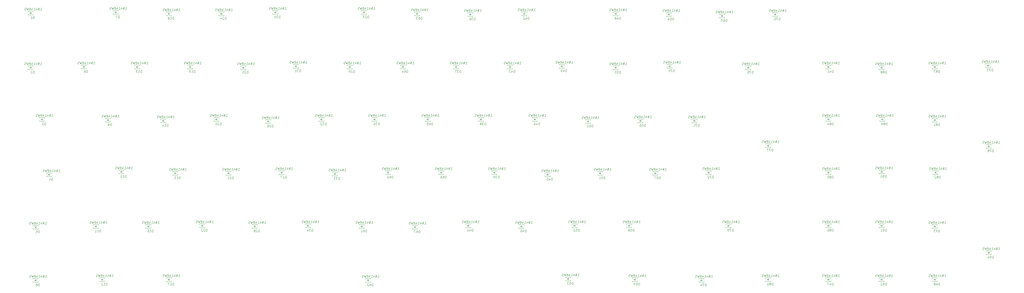
<source format=gbo>
G04 #@! TF.GenerationSoftware,KiCad,Pcbnew,(5.1.4)-1*
G04 #@! TF.CreationDate,2019-12-01T17:39:01+00:00*
G04 #@! TF.ProjectId,kb,6b622e6b-6963-4616-945f-706362585858,rev?*
G04 #@! TF.SameCoordinates,Original*
G04 #@! TF.FileFunction,Legend,Bot*
G04 #@! TF.FilePolarity,Positive*
%FSLAX46Y46*%
G04 Gerber Fmt 4.6, Leading zero omitted, Abs format (unit mm)*
G04 Created by KiCad (PCBNEW (5.1.4)-1) date 2019-12-01 17:39:01*
%MOMM*%
%LPD*%
G04 APERTURE LIST*
%ADD10C,0.048260*%
%ADD11C,0.119380*%
%ADD12C,0.076200*%
G04 APERTURE END LIST*
D10*
X303281080Y-48000920D02*
X303281080Y-47503080D01*
X303281080Y-47752000D02*
X303778920Y-48000920D01*
X303778920Y-47503080D02*
X303281080Y-47752000D01*
X303778920Y-48000920D02*
X303778920Y-47503080D01*
D11*
X304429160Y-48450500D02*
X304429160Y-48191420D01*
X302630840Y-48450500D02*
X304429160Y-48450500D01*
X302630840Y-47053500D02*
X302630840Y-47312580D01*
X304429160Y-47053500D02*
X302630840Y-47053500D01*
X304429160Y-47312580D02*
X304429160Y-47053500D01*
X302630840Y-48191420D02*
X302630840Y-48450500D01*
D10*
X283977080Y-38602920D02*
X283977080Y-38105080D01*
X283977080Y-38354000D02*
X284474920Y-38602920D01*
X284474920Y-38105080D02*
X283977080Y-38354000D01*
X284474920Y-38602920D02*
X284474920Y-38105080D01*
D11*
X285125160Y-39052500D02*
X285125160Y-38793420D01*
X283326840Y-39052500D02*
X285125160Y-39052500D01*
X283326840Y-37655500D02*
X283326840Y-37914580D01*
X285125160Y-37655500D02*
X283326840Y-37655500D01*
X285125160Y-37914580D02*
X285125160Y-37655500D01*
X283326840Y-38793420D02*
X283326840Y-39052500D01*
D10*
X264927080Y-57652920D02*
X264927080Y-57155080D01*
X264927080Y-57404000D02*
X265424920Y-57652920D01*
X265424920Y-57155080D02*
X264927080Y-57404000D01*
X265424920Y-57652920D02*
X265424920Y-57155080D01*
D11*
X266075160Y-58102500D02*
X266075160Y-57843420D01*
X264276840Y-58102500D02*
X266075160Y-58102500D01*
X264276840Y-56705500D02*
X264276840Y-56964580D01*
X266075160Y-56705500D02*
X264276840Y-56705500D01*
X266075160Y-56964580D02*
X266075160Y-56705500D01*
X264276840Y-57843420D02*
X264276840Y-58102500D01*
D10*
X264927080Y-38348920D02*
X264927080Y-37851080D01*
X264927080Y-38100000D02*
X265424920Y-38348920D01*
X265424920Y-37851080D02*
X264927080Y-38100000D01*
X265424920Y-38348920D02*
X265424920Y-37851080D01*
D11*
X266075160Y-38798500D02*
X266075160Y-38539420D01*
X264276840Y-38798500D02*
X266075160Y-38798500D01*
X264276840Y-37401500D02*
X264276840Y-37660580D01*
X266075160Y-37401500D02*
X264276840Y-37401500D01*
X266075160Y-37660580D02*
X266075160Y-37401500D01*
X264276840Y-38539420D02*
X264276840Y-38798500D01*
D10*
X264927080Y-19044920D02*
X264927080Y-18547080D01*
X264927080Y-18796000D02*
X265424920Y-19044920D01*
X265424920Y-18547080D02*
X264927080Y-18796000D01*
X265424920Y-19044920D02*
X265424920Y-18547080D01*
D11*
X266075160Y-19494500D02*
X266075160Y-19235420D01*
X264276840Y-19494500D02*
X266075160Y-19494500D01*
X264276840Y-18097500D02*
X264276840Y-18356580D01*
X266075160Y-18097500D02*
X264276840Y-18097500D01*
X266075160Y-18356580D02*
X266075160Y-18097500D01*
X264276840Y-19235420D02*
X264276840Y-19494500D01*
D10*
X265181080Y-248920D02*
X265181080Y248920D01*
X265181080Y0D02*
X265678920Y-248920D01*
X265678920Y248920D02*
X265181080Y0D01*
X265678920Y-248920D02*
X265678920Y248920D01*
D11*
X266329160Y-698500D02*
X266329160Y-439420D01*
X264530840Y-698500D02*
X266329160Y-698500D01*
X264530840Y698500D02*
X264530840Y439420D01*
X266329160Y698500D02*
X264530840Y698500D01*
X266329160Y439420D02*
X266329160Y698500D01*
X264530840Y-439420D02*
X264530840Y-698500D01*
D10*
X264927080Y18293080D02*
X264927080Y18790920D01*
X264927080Y18542000D02*
X265424920Y18293080D01*
X265424920Y18790920D02*
X264927080Y18542000D01*
X265424920Y18293080D02*
X265424920Y18790920D01*
D11*
X266075160Y17843500D02*
X266075160Y18102580D01*
X264276840Y17843500D02*
X266075160Y17843500D01*
X264276840Y19240500D02*
X264276840Y18981420D01*
X266075160Y19240500D02*
X264276840Y19240500D01*
X266075160Y18981420D02*
X266075160Y19240500D01*
X264276840Y18102580D02*
X264276840Y17843500D01*
D10*
X283977080Y18547080D02*
X283977080Y19044920D01*
X283977080Y18796000D02*
X284474920Y18547080D01*
X284474920Y19044920D02*
X283977080Y18796000D01*
X284474920Y18547080D02*
X284474920Y19044920D01*
D11*
X285125160Y18097500D02*
X285125160Y18356580D01*
X283326840Y18097500D02*
X285125160Y18097500D01*
X283326840Y19494500D02*
X283326840Y19235420D01*
X285125160Y19494500D02*
X283326840Y19494500D01*
X285125160Y19235420D02*
X285125160Y19494500D01*
X283326840Y18356580D02*
X283326840Y18097500D01*
D10*
X245877080Y-38348920D02*
X245877080Y-37851080D01*
X245877080Y-38100000D02*
X246374920Y-38348920D01*
X246374920Y-37851080D02*
X245877080Y-38100000D01*
X246374920Y-38348920D02*
X246374920Y-37851080D01*
D11*
X247025160Y-38798500D02*
X247025160Y-38539420D01*
X245226840Y-38798500D02*
X247025160Y-38798500D01*
X245226840Y-37401500D02*
X245226840Y-37660580D01*
X247025160Y-37401500D02*
X245226840Y-37401500D01*
X247025160Y-37660580D02*
X247025160Y-37401500D01*
X245226840Y-38539420D02*
X245226840Y-38798500D01*
D10*
X245877080Y-19298920D02*
X245877080Y-18801080D01*
X245877080Y-19050000D02*
X246374920Y-19298920D01*
X246374920Y-18801080D02*
X245877080Y-19050000D01*
X246374920Y-19298920D02*
X246374920Y-18801080D01*
D11*
X247025160Y-19748500D02*
X247025160Y-19489420D01*
X245226840Y-19748500D02*
X247025160Y-19748500D01*
X245226840Y-18351500D02*
X245226840Y-18610580D01*
X247025160Y-18351500D02*
X245226840Y-18351500D01*
X247025160Y-18610580D02*
X247025160Y-18351500D01*
X245226840Y-19489420D02*
X245226840Y-19748500D01*
D10*
X245877080Y-248920D02*
X245877080Y248920D01*
X245877080Y0D02*
X246374920Y-248920D01*
X246374920Y248920D02*
X245877080Y0D01*
X246374920Y-248920D02*
X246374920Y248920D01*
D11*
X247025160Y-698500D02*
X247025160Y-439420D01*
X245226840Y-698500D02*
X247025160Y-698500D01*
X245226840Y698500D02*
X245226840Y439420D01*
X247025160Y698500D02*
X245226840Y698500D01*
X247025160Y439420D02*
X247025160Y698500D01*
X245226840Y-439420D02*
X245226840Y-698500D01*
D10*
X284231080Y-19298920D02*
X284231080Y-18801080D01*
X284231080Y-19050000D02*
X284728920Y-19298920D01*
X284728920Y-18801080D02*
X284231080Y-19050000D01*
X284728920Y-19298920D02*
X284728920Y-18801080D01*
D11*
X285379160Y-19748500D02*
X285379160Y-19489420D01*
X283580840Y-19748500D02*
X285379160Y-19748500D01*
X283580840Y-18351500D02*
X283580840Y-18610580D01*
X285379160Y-18351500D02*
X283580840Y-18351500D01*
X285379160Y-18610580D02*
X285379160Y-18351500D01*
X283580840Y-19489420D02*
X283580840Y-19748500D01*
D10*
X283977080Y-502920D02*
X283977080Y-5080D01*
X283977080Y-254000D02*
X284474920Y-502920D01*
X284474920Y-5080D02*
X283977080Y-254000D01*
X284474920Y-502920D02*
X284474920Y-5080D01*
D11*
X285125160Y-952500D02*
X285125160Y-693420D01*
X283326840Y-952500D02*
X285125160Y-952500D01*
X283326840Y444500D02*
X283326840Y185420D01*
X285125160Y444500D02*
X283326840Y444500D01*
X285125160Y185420D02*
X285125160Y444500D01*
X283326840Y-693420D02*
X283326840Y-952500D01*
D10*
X224287080Y-57652920D02*
X224287080Y-57155080D01*
X224287080Y-57404000D02*
X224784920Y-57652920D01*
X224784920Y-57155080D02*
X224287080Y-57404000D01*
X224784920Y-57652920D02*
X224784920Y-57155080D01*
D11*
X225435160Y-58102500D02*
X225435160Y-57843420D01*
X223636840Y-58102500D02*
X225435160Y-58102500D01*
X223636840Y-56705500D02*
X223636840Y-56964580D01*
X225435160Y-56705500D02*
X223636840Y-56705500D01*
X225435160Y-56964580D02*
X225435160Y-56705500D01*
X223636840Y-57843420D02*
X223636840Y-58102500D01*
D10*
X210063080Y-38348920D02*
X210063080Y-37851080D01*
X210063080Y-38100000D02*
X210560920Y-38348920D01*
X210560920Y-37851080D02*
X210063080Y-38100000D01*
X210560920Y-38348920D02*
X210560920Y-37851080D01*
D11*
X211211160Y-38798500D02*
X211211160Y-38539420D01*
X209412840Y-38798500D02*
X211211160Y-38798500D01*
X209412840Y-37401500D02*
X209412840Y-37660580D01*
X211211160Y-37401500D02*
X209412840Y-37401500D01*
X211211160Y-37660580D02*
X211211160Y-37401500D01*
X209412840Y-38539420D02*
X209412840Y-38798500D01*
D10*
X303281080Y-9900920D02*
X303281080Y-9403080D01*
X303281080Y-9652000D02*
X303778920Y-9900920D01*
X303778920Y-9403080D02*
X303281080Y-9652000D01*
X303778920Y-9900920D02*
X303778920Y-9403080D01*
D11*
X304429160Y-10350500D02*
X304429160Y-10091420D01*
X302630840Y-10350500D02*
X304429160Y-10350500D01*
X302630840Y-8953500D02*
X302630840Y-9212580D01*
X304429160Y-8953500D02*
X302630840Y-8953500D01*
X304429160Y-9212580D02*
X304429160Y-8953500D01*
X302630840Y-10091420D02*
X302630840Y-10350500D01*
D10*
X224287080Y-9646920D02*
X224287080Y-9149080D01*
X224287080Y-9398000D02*
X224784920Y-9646920D01*
X224784920Y-9149080D02*
X224287080Y-9398000D01*
X224784920Y-9646920D02*
X224784920Y-9149080D01*
D11*
X225435160Y-10096500D02*
X225435160Y-9837420D01*
X223636840Y-10096500D02*
X225435160Y-10096500D01*
X223636840Y-8699500D02*
X223636840Y-8958580D01*
X225435160Y-8699500D02*
X223636840Y-8699500D01*
X225435160Y-8958580D02*
X225435160Y-8699500D01*
X223636840Y-9837420D02*
X223636840Y-10096500D01*
D10*
X217175080Y18293080D02*
X217175080Y18790920D01*
X217175080Y18542000D02*
X217672920Y18293080D01*
X217672920Y18790920D02*
X217175080Y18542000D01*
X217672920Y18293080D02*
X217672920Y18790920D01*
D11*
X218323160Y17843500D02*
X218323160Y18102580D01*
X216524840Y17843500D02*
X218323160Y17843500D01*
X216524840Y19240500D02*
X216524840Y18981420D01*
X218323160Y19240500D02*
X216524840Y19240500D01*
X218323160Y18981420D02*
X218323160Y19240500D01*
X216524840Y18102580D02*
X216524840Y17843500D01*
D10*
X226827080Y37343080D02*
X226827080Y37840920D01*
X226827080Y37592000D02*
X227324920Y37343080D01*
X227324920Y37840920D02*
X226827080Y37592000D01*
X227324920Y37343080D02*
X227324920Y37840920D01*
D11*
X227975160Y36893500D02*
X227975160Y37152580D01*
X226176840Y36893500D02*
X227975160Y36893500D01*
X226176840Y38290500D02*
X226176840Y38031420D01*
X227975160Y38290500D02*
X226176840Y38290500D01*
X227975160Y38031420D02*
X227975160Y38290500D01*
X226176840Y37152580D02*
X226176840Y36893500D01*
D10*
X200411080Y-57906920D02*
X200411080Y-57409080D01*
X200411080Y-57658000D02*
X200908920Y-57906920D01*
X200908920Y-57409080D02*
X200411080Y-57658000D01*
X200908920Y-57906920D02*
X200908920Y-57409080D01*
D11*
X201559160Y-58356500D02*
X201559160Y-58097420D01*
X199760840Y-58356500D02*
X201559160Y-58356500D01*
X199760840Y-56959500D02*
X199760840Y-57218580D01*
X201559160Y-56959500D02*
X199760840Y-56959500D01*
X201559160Y-57218580D02*
X201559160Y-56959500D01*
X199760840Y-58097420D02*
X199760840Y-58356500D01*
D10*
X303027080Y19055080D02*
X303027080Y19552920D01*
X303027080Y19304000D02*
X303524920Y19055080D01*
X303524920Y19552920D02*
X303027080Y19304000D01*
X303524920Y19055080D02*
X303524920Y19552920D01*
D11*
X304175160Y18605500D02*
X304175160Y18864580D01*
X302376840Y18605500D02*
X304175160Y18605500D01*
X302376840Y20002500D02*
X302376840Y19743420D01*
X304175160Y20002500D02*
X302376840Y20002500D01*
X304175160Y19743420D02*
X304175160Y20002500D01*
X302376840Y18864580D02*
X302376840Y18605500D01*
D10*
X202951080Y-19298920D02*
X202951080Y-18801080D01*
X202951080Y-19050000D02*
X203448920Y-19298920D01*
X203448920Y-18801080D02*
X202951080Y-19050000D01*
X203448920Y-19298920D02*
X203448920Y-18801080D01*
D11*
X204099160Y-19748500D02*
X204099160Y-19489420D01*
X202300840Y-19748500D02*
X204099160Y-19748500D01*
X202300840Y-18351500D02*
X202300840Y-18610580D01*
X204099160Y-18351500D02*
X202300840Y-18351500D01*
X204099160Y-18610580D02*
X204099160Y-18351500D01*
X202300840Y-19489420D02*
X202300840Y-19748500D01*
D10*
X197871080Y-756920D02*
X197871080Y-259080D01*
X197871080Y-508000D02*
X198368920Y-756920D01*
X198368920Y-259080D02*
X197871080Y-508000D01*
X198368920Y-756920D02*
X198368920Y-259080D01*
D11*
X199019160Y-1206500D02*
X199019160Y-947420D01*
X197220840Y-1206500D02*
X199019160Y-1206500D01*
X197220840Y190500D02*
X197220840Y-68580D01*
X199019160Y190500D02*
X197220840Y190500D01*
X199019160Y-68580D02*
X199019160Y190500D01*
X197220840Y-947420D02*
X197220840Y-1206500D01*
D10*
X188981080Y18801080D02*
X188981080Y19298920D01*
X188981080Y19050000D02*
X189478920Y18801080D01*
X189478920Y19298920D02*
X188981080Y19050000D01*
X189478920Y18801080D02*
X189478920Y19298920D01*
D11*
X190129160Y18351500D02*
X190129160Y18610580D01*
X188330840Y18351500D02*
X190129160Y18351500D01*
X188330840Y19748500D02*
X188330840Y19489420D01*
X190129160Y19748500D02*
X188330840Y19748500D01*
X190129160Y19489420D02*
X190129160Y19748500D01*
X188330840Y18610580D02*
X188330840Y18351500D01*
D10*
X207777080Y36835080D02*
X207777080Y37332920D01*
X207777080Y37084000D02*
X208274920Y36835080D01*
X208274920Y37332920D02*
X207777080Y37084000D01*
X208274920Y36835080D02*
X208274920Y37332920D01*
D11*
X208925160Y36385500D02*
X208925160Y36644580D01*
X207126840Y36385500D02*
X208925160Y36385500D01*
X207126840Y37782500D02*
X207126840Y37523420D01*
X208925160Y37782500D02*
X207126840Y37782500D01*
X208925160Y37523420D02*
X208925160Y37782500D01*
X207126840Y36644580D02*
X207126840Y36385500D01*
D10*
X283977080Y-57652920D02*
X283977080Y-57155080D01*
X283977080Y-57404000D02*
X284474920Y-57652920D01*
X284474920Y-57155080D02*
X283977080Y-57404000D01*
X284474920Y-57652920D02*
X284474920Y-57155080D01*
D11*
X285125160Y-58102500D02*
X285125160Y-57843420D01*
X283326840Y-58102500D02*
X285125160Y-58102500D01*
X283326840Y-56705500D02*
X283326840Y-56964580D01*
X285125160Y-56705500D02*
X283326840Y-56705500D01*
X285125160Y-56964580D02*
X285125160Y-56705500D01*
X283326840Y-57843420D02*
X283326840Y-58102500D01*
D10*
X97795080Y-38856920D02*
X97795080Y-38359080D01*
X97795080Y-38608000D02*
X98292920Y-38856920D01*
X98292920Y-38359080D02*
X97795080Y-38608000D01*
X98292920Y-38856920D02*
X98292920Y-38359080D01*
D11*
X98943160Y-39306500D02*
X98943160Y-39047420D01*
X97144840Y-39306500D02*
X98943160Y-39306500D01*
X97144840Y-37909500D02*
X97144840Y-38168580D01*
X98943160Y-37909500D02*
X97144840Y-37909500D01*
X98943160Y-38168580D02*
X98943160Y-37909500D01*
X97144840Y-39047420D02*
X97144840Y-39306500D01*
D10*
X107193080Y-19298920D02*
X107193080Y-18801080D01*
X107193080Y-19050000D02*
X107690920Y-19298920D01*
X107690920Y-18801080D02*
X107193080Y-19050000D01*
X107690920Y-19298920D02*
X107690920Y-18801080D01*
D11*
X108341160Y-19748500D02*
X108341160Y-19489420D01*
X106542840Y-19748500D02*
X108341160Y-19748500D01*
X106542840Y-18351500D02*
X106542840Y-18610580D01*
X108341160Y-18351500D02*
X106542840Y-18351500D01*
X108341160Y-18610580D02*
X108341160Y-18351500D01*
X106542840Y-19489420D02*
X106542840Y-19748500D01*
D10*
X102367080Y-248920D02*
X102367080Y248920D01*
X102367080Y0D02*
X102864920Y-248920D01*
X102864920Y248920D02*
X102367080Y0D01*
X102864920Y-248920D02*
X102864920Y248920D01*
D11*
X103515160Y-698500D02*
X103515160Y-439420D01*
X101716840Y-698500D02*
X103515160Y-698500D01*
X101716840Y698500D02*
X101716840Y439420D01*
X103515160Y698500D02*
X101716840Y698500D01*
X103515160Y439420D02*
X103515160Y698500D01*
X101716840Y-439420D02*
X101716840Y-698500D01*
D10*
X93477080Y18547080D02*
X93477080Y19044920D01*
X93477080Y18796000D02*
X93974920Y18547080D01*
X93974920Y19044920D02*
X93477080Y18796000D01*
X93974920Y18547080D02*
X93974920Y19044920D01*
D11*
X94625160Y18097500D02*
X94625160Y18356580D01*
X92826840Y18097500D02*
X94625160Y18097500D01*
X92826840Y19494500D02*
X92826840Y19235420D01*
X94625160Y19494500D02*
X92826840Y19494500D01*
X94625160Y19235420D02*
X94625160Y19494500D01*
X92826840Y18356580D02*
X92826840Y18097500D01*
D10*
X98557080Y37597080D02*
X98557080Y38094920D01*
X98557080Y37846000D02*
X99054920Y37597080D01*
X99054920Y38094920D02*
X98557080Y37846000D01*
X99054920Y37597080D02*
X99054920Y38094920D01*
D11*
X99705160Y37147500D02*
X99705160Y37406580D01*
X97906840Y37147500D02*
X99705160Y37147500D01*
X97906840Y38544500D02*
X97906840Y38285420D01*
X99705160Y38544500D02*
X97906840Y38544500D01*
X99705160Y38285420D02*
X99705160Y38544500D01*
X97906840Y37406580D02*
X97906840Y37147500D01*
D10*
X81031080Y-57906920D02*
X81031080Y-57409080D01*
X81031080Y-57658000D02*
X81528920Y-57906920D01*
X81528920Y-57409080D02*
X81031080Y-57658000D01*
X81528920Y-57906920D02*
X81528920Y-57409080D01*
D11*
X82179160Y-58356500D02*
X82179160Y-58097420D01*
X80380840Y-58356500D02*
X82179160Y-58356500D01*
X80380840Y-56959500D02*
X80380840Y-57218580D01*
X82179160Y-56959500D02*
X80380840Y-56959500D01*
X82179160Y-57218580D02*
X82179160Y-56959500D01*
X80380840Y-58097420D02*
X80380840Y-58356500D01*
D10*
X78745080Y-38602920D02*
X78745080Y-38105080D01*
X78745080Y-38354000D02*
X79242920Y-38602920D01*
X79242920Y-38105080D02*
X78745080Y-38354000D01*
X79242920Y-38602920D02*
X79242920Y-38105080D01*
D11*
X79893160Y-39052500D02*
X79893160Y-38793420D01*
X78094840Y-39052500D02*
X79893160Y-39052500D01*
X78094840Y-37655500D02*
X78094840Y-37914580D01*
X79893160Y-37655500D02*
X78094840Y-37655500D01*
X79893160Y-37914580D02*
X79893160Y-37655500D01*
X78094840Y-38793420D02*
X78094840Y-39052500D01*
D10*
X88143080Y-19298920D02*
X88143080Y-18801080D01*
X88143080Y-19050000D02*
X88640920Y-19298920D01*
X88640920Y-18801080D02*
X88143080Y-19050000D01*
X88640920Y-19298920D02*
X88640920Y-18801080D01*
D11*
X89291160Y-19748500D02*
X89291160Y-19489420D01*
X87492840Y-19748500D02*
X89291160Y-19748500D01*
X87492840Y-18351500D02*
X87492840Y-18610580D01*
X89291160Y-18351500D02*
X87492840Y-18351500D01*
X89291160Y-18610580D02*
X89291160Y-18351500D01*
X87492840Y-19489420D02*
X87492840Y-19748500D01*
D10*
X176535080Y-57652920D02*
X176535080Y-57155080D01*
X176535080Y-57404000D02*
X177032920Y-57652920D01*
X177032920Y-57155080D02*
X176535080Y-57404000D01*
X177032920Y-57652920D02*
X177032920Y-57155080D01*
D11*
X177683160Y-58102500D02*
X177683160Y-57843420D01*
X175884840Y-58102500D02*
X177683160Y-58102500D01*
X175884840Y-56705500D02*
X175884840Y-56964580D01*
X177683160Y-56705500D02*
X175884840Y-56705500D01*
X177683160Y-56964580D02*
X177683160Y-56705500D01*
X175884840Y-57843420D02*
X175884840Y-58102500D01*
D10*
X174503080Y-38348920D02*
X174503080Y-37851080D01*
X174503080Y-38100000D02*
X175000920Y-38348920D01*
X175000920Y-37851080D02*
X174503080Y-38100000D01*
X175000920Y-38348920D02*
X175000920Y-37851080D01*
D11*
X175651160Y-38798500D02*
X175651160Y-38539420D01*
X173852840Y-38798500D02*
X175651160Y-38798500D01*
X173852840Y-37401500D02*
X173852840Y-37660580D01*
X175651160Y-37401500D02*
X173852840Y-37401500D01*
X175651160Y-37660580D02*
X175651160Y-37401500D01*
X173852840Y-38539420D02*
X173852840Y-38798500D01*
D10*
X183901080Y-19552920D02*
X183901080Y-19055080D01*
X183901080Y-19304000D02*
X184398920Y-19552920D01*
X184398920Y-19055080D02*
X183901080Y-19304000D01*
X184398920Y-19552920D02*
X184398920Y-19055080D01*
D11*
X185049160Y-20002500D02*
X185049160Y-19743420D01*
X183250840Y-20002500D02*
X185049160Y-20002500D01*
X183250840Y-18605500D02*
X183250840Y-18864580D01*
X185049160Y-18605500D02*
X183250840Y-18605500D01*
X185049160Y-18864580D02*
X185049160Y-18605500D01*
X183250840Y-19743420D02*
X183250840Y-20002500D01*
D10*
X178567080Y-756920D02*
X178567080Y-259080D01*
X178567080Y-508000D02*
X179064920Y-756920D01*
X179064920Y-259080D02*
X178567080Y-508000D01*
X179064920Y-756920D02*
X179064920Y-259080D01*
D11*
X179715160Y-1206500D02*
X179715160Y-947420D01*
X177916840Y-1206500D02*
X179715160Y-1206500D01*
X177916840Y190500D02*
X177916840Y-68580D01*
X179715160Y190500D02*
X177916840Y190500D01*
X179715160Y-68580D02*
X179715160Y190500D01*
X177916840Y-947420D02*
X177916840Y-1206500D01*
D10*
X169677080Y18293080D02*
X169677080Y18790920D01*
X169677080Y18542000D02*
X170174920Y18293080D01*
X170174920Y18790920D02*
X169677080Y18542000D01*
X170174920Y18293080D02*
X170174920Y18790920D01*
D11*
X170825160Y17843500D02*
X170825160Y18102580D01*
X169026840Y17843500D02*
X170825160Y17843500D01*
X169026840Y19240500D02*
X169026840Y18981420D01*
X170825160Y19240500D02*
X169026840Y19240500D01*
X170825160Y18981420D02*
X170825160Y19240500D01*
X169026840Y18102580D02*
X169026840Y17843500D01*
D10*
X188727080Y37343080D02*
X188727080Y37840920D01*
X188727080Y37592000D02*
X189224920Y37343080D01*
X189224920Y37840920D02*
X188727080Y37592000D01*
X189224920Y37343080D02*
X189224920Y37840920D01*
D11*
X189875160Y36893500D02*
X189875160Y37152580D01*
X188076840Y36893500D02*
X189875160Y36893500D01*
X188076840Y38290500D02*
X188076840Y38031420D01*
X189875160Y38290500D02*
X188076840Y38290500D01*
X189875160Y38031420D02*
X189875160Y38290500D01*
X188076840Y37152580D02*
X188076840Y36893500D01*
D10*
X152659080Y-57398920D02*
X152659080Y-56901080D01*
X152659080Y-57150000D02*
X153156920Y-57398920D01*
X153156920Y-56901080D02*
X152659080Y-57150000D01*
X153156920Y-57398920D02*
X153156920Y-56901080D01*
D11*
X153807160Y-57848500D02*
X153807160Y-57589420D01*
X152008840Y-57848500D02*
X153807160Y-57848500D01*
X152008840Y-56451500D02*
X152008840Y-56710580D01*
X153807160Y-56451500D02*
X152008840Y-56451500D01*
X153807160Y-56710580D02*
X153807160Y-56451500D01*
X152008840Y-57589420D02*
X152008840Y-57848500D01*
D10*
X154945080Y-38348920D02*
X154945080Y-37851080D01*
X154945080Y-38100000D02*
X155442920Y-38348920D01*
X155442920Y-37851080D02*
X154945080Y-38100000D01*
X155442920Y-38348920D02*
X155442920Y-37851080D01*
D11*
X156093160Y-38798500D02*
X156093160Y-38539420D01*
X154294840Y-38798500D02*
X156093160Y-38798500D01*
X154294840Y-37401500D02*
X154294840Y-37660580D01*
X156093160Y-37401500D02*
X154294840Y-37401500D01*
X156093160Y-37660580D02*
X156093160Y-37401500D01*
X154294840Y-38539420D02*
X154294840Y-38798500D01*
D10*
X164089080Y-19552920D02*
X164089080Y-19055080D01*
X164089080Y-19304000D02*
X164586920Y-19552920D01*
X164586920Y-19055080D02*
X164089080Y-19304000D01*
X164586920Y-19552920D02*
X164586920Y-19055080D01*
D11*
X165237160Y-20002500D02*
X165237160Y-19743420D01*
X163438840Y-20002500D02*
X165237160Y-20002500D01*
X163438840Y-18605500D02*
X163438840Y-18864580D01*
X165237160Y-18605500D02*
X163438840Y-18605500D01*
X165237160Y-18864580D02*
X165237160Y-18605500D01*
X163438840Y-19743420D02*
X163438840Y-20002500D01*
D10*
X159771080Y-1010920D02*
X159771080Y-513080D01*
X159771080Y-762000D02*
X160268920Y-1010920D01*
X160268920Y-513080D02*
X159771080Y-762000D01*
X160268920Y-1010920D02*
X160268920Y-513080D01*
D11*
X160919160Y-1460500D02*
X160919160Y-1201420D01*
X159120840Y-1460500D02*
X160919160Y-1460500D01*
X159120840Y-63500D02*
X159120840Y-322580D01*
X160919160Y-63500D02*
X159120840Y-63500D01*
X160919160Y-322580D02*
X160919160Y-63500D01*
X159120840Y-1201420D02*
X159120840Y-1460500D01*
D10*
X150373080Y18801080D02*
X150373080Y19298920D01*
X150373080Y19050000D02*
X150870920Y18801080D01*
X150870920Y19298920D02*
X150373080Y19050000D01*
X150870920Y18801080D02*
X150870920Y19298920D01*
D11*
X151521160Y18351500D02*
X151521160Y18610580D01*
X149722840Y18351500D02*
X151521160Y18351500D01*
X149722840Y19748500D02*
X149722840Y19489420D01*
X151521160Y19748500D02*
X149722840Y19748500D01*
X151521160Y19489420D02*
X151521160Y19748500D01*
X149722840Y18610580D02*
X149722840Y18351500D01*
D10*
X169677080Y37597080D02*
X169677080Y38094920D01*
X169677080Y37846000D02*
X170174920Y37597080D01*
X170174920Y38094920D02*
X169677080Y37846000D01*
X170174920Y37597080D02*
X170174920Y38094920D01*
D11*
X170825160Y37147500D02*
X170825160Y37406580D01*
X169026840Y37147500D02*
X170825160Y37147500D01*
X169026840Y38544500D02*
X169026840Y38285420D01*
X170825160Y38544500D02*
X169026840Y38544500D01*
X170825160Y38285420D02*
X170825160Y38544500D01*
X169026840Y37406580D02*
X169026840Y37147500D01*
D10*
X245877080Y-57652920D02*
X245877080Y-57155080D01*
X245877080Y-57404000D02*
X246374920Y-57652920D01*
X246374920Y-57155080D02*
X245877080Y-57404000D01*
X246374920Y-57652920D02*
X246374920Y-57155080D01*
D11*
X247025160Y-58102500D02*
X247025160Y-57843420D01*
X245226840Y-58102500D02*
X247025160Y-58102500D01*
X245226840Y-56705500D02*
X245226840Y-56964580D01*
X247025160Y-56705500D02*
X245226840Y-56705500D01*
X247025160Y-56964580D02*
X247025160Y-56705500D01*
X245226840Y-57843420D02*
X245226840Y-58102500D01*
D10*
X135895080Y-38602920D02*
X135895080Y-38105080D01*
X135895080Y-38354000D02*
X136392920Y-38602920D01*
X136392920Y-38105080D02*
X135895080Y-38354000D01*
X136392920Y-38602920D02*
X136392920Y-38105080D01*
D11*
X137043160Y-39052500D02*
X137043160Y-38793420D01*
X135244840Y-39052500D02*
X137043160Y-39052500D01*
X135244840Y-37655500D02*
X135244840Y-37914580D01*
X137043160Y-37655500D02*
X135244840Y-37655500D01*
X137043160Y-37914580D02*
X137043160Y-37655500D01*
X135244840Y-38793420D02*
X135244840Y-39052500D01*
D10*
X145293080Y-20060920D02*
X145293080Y-19563080D01*
X145293080Y-19812000D02*
X145790920Y-20060920D01*
X145790920Y-19563080D02*
X145293080Y-19812000D01*
X145790920Y-20060920D02*
X145790920Y-19563080D01*
D11*
X146441160Y-20510500D02*
X146441160Y-20251420D01*
X144642840Y-20510500D02*
X146441160Y-20510500D01*
X144642840Y-19113500D02*
X144642840Y-19372580D01*
X146441160Y-19113500D02*
X144642840Y-19113500D01*
X146441160Y-19372580D02*
X146441160Y-19113500D01*
X144642840Y-20251420D02*
X144642840Y-20510500D01*
D10*
X140721080Y-248920D02*
X140721080Y248920D01*
X140721080Y0D02*
X141218920Y-248920D01*
X141218920Y248920D02*
X140721080Y0D01*
X141218920Y-248920D02*
X141218920Y248920D01*
D11*
X141869160Y-698500D02*
X141869160Y-439420D01*
X140070840Y-698500D02*
X141869160Y-698500D01*
X140070840Y698500D02*
X140070840Y439420D01*
X141869160Y698500D02*
X140070840Y698500D01*
X141869160Y439420D02*
X141869160Y698500D01*
X140070840Y-439420D02*
X140070840Y-698500D01*
D10*
X131831080Y18547080D02*
X131831080Y19044920D01*
X131831080Y18796000D02*
X132328920Y18547080D01*
X132328920Y19044920D02*
X131831080Y18796000D01*
X132328920Y18547080D02*
X132328920Y19044920D01*
D11*
X132979160Y18097500D02*
X132979160Y18356580D01*
X131180840Y18097500D02*
X132979160Y18097500D01*
X131180840Y19494500D02*
X131180840Y19235420D01*
X132979160Y19494500D02*
X131180840Y19494500D01*
X132979160Y19235420D02*
X132979160Y19494500D01*
X131180840Y18356580D02*
X131180840Y18097500D01*
D10*
X136911080Y37597080D02*
X136911080Y38094920D01*
X136911080Y37846000D02*
X137408920Y37597080D01*
X137408920Y38094920D02*
X136911080Y37846000D01*
X137408920Y37597080D02*
X137408920Y38094920D01*
D11*
X138059160Y37147500D02*
X138059160Y37406580D01*
X136260840Y37147500D02*
X138059160Y37147500D01*
X136260840Y38544500D02*
X136260840Y38285420D01*
X138059160Y38544500D02*
X136260840Y38544500D01*
X138059160Y38285420D02*
X138059160Y38544500D01*
X136260840Y37406580D02*
X136260840Y37147500D01*
D10*
X245877080Y18547080D02*
X245877080Y19044920D01*
X245877080Y18796000D02*
X246374920Y18547080D01*
X246374920Y19044920D02*
X245877080Y18796000D01*
X246374920Y18547080D02*
X246374920Y19044920D01*
D11*
X247025160Y18097500D02*
X247025160Y18356580D01*
X245226840Y18097500D02*
X247025160Y18097500D01*
X245226840Y19494500D02*
X245226840Y19235420D01*
X247025160Y19494500D02*
X245226840Y19494500D01*
X247025160Y19235420D02*
X247025160Y19494500D01*
X245226840Y18356580D02*
X245226840Y18097500D01*
D10*
X116845080Y-38348920D02*
X116845080Y-37851080D01*
X116845080Y-38100000D02*
X117342920Y-38348920D01*
X117342920Y-37851080D02*
X116845080Y-38100000D01*
X117342920Y-38348920D02*
X117342920Y-37851080D01*
D11*
X117993160Y-38798500D02*
X117993160Y-38539420D01*
X116194840Y-38798500D02*
X117993160Y-38798500D01*
X116194840Y-37401500D02*
X116194840Y-37660580D01*
X117993160Y-37401500D02*
X116194840Y-37401500D01*
X117993160Y-37660580D02*
X117993160Y-37401500D01*
X116194840Y-38539420D02*
X116194840Y-38798500D01*
D10*
X126243080Y-19298920D02*
X126243080Y-18801080D01*
X126243080Y-19050000D02*
X126740920Y-19298920D01*
X126740920Y-18801080D02*
X126243080Y-19050000D01*
X126740920Y-19298920D02*
X126740920Y-18801080D01*
D11*
X127391160Y-19748500D02*
X127391160Y-19489420D01*
X125592840Y-19748500D02*
X127391160Y-19748500D01*
X125592840Y-18351500D02*
X125592840Y-18610580D01*
X127391160Y-18351500D02*
X125592840Y-18351500D01*
X127391160Y-18610580D02*
X127391160Y-18351500D01*
X125592840Y-19489420D02*
X125592840Y-19748500D01*
D10*
X121417080Y-248920D02*
X121417080Y248920D01*
X121417080Y0D02*
X121914920Y-248920D01*
X121914920Y248920D02*
X121417080Y0D01*
X121914920Y-248920D02*
X121914920Y248920D01*
D11*
X122565160Y-698500D02*
X122565160Y-439420D01*
X120766840Y-698500D02*
X122565160Y-698500D01*
X120766840Y698500D02*
X120766840Y439420D01*
X122565160Y698500D02*
X120766840Y698500D01*
X122565160Y439420D02*
X122565160Y698500D01*
X120766840Y-439420D02*
X120766840Y-698500D01*
D10*
X112527080Y18547080D02*
X112527080Y19044920D01*
X112527080Y18796000D02*
X113024920Y18547080D01*
X113024920Y19044920D02*
X112527080Y18796000D01*
X113024920Y18547080D02*
X113024920Y19044920D01*
D11*
X113675160Y18097500D02*
X113675160Y18356580D01*
X111876840Y18097500D02*
X113675160Y18097500D01*
X111876840Y19494500D02*
X111876840Y19235420D01*
X113675160Y19494500D02*
X111876840Y19494500D01*
X113675160Y19235420D02*
X113675160Y19494500D01*
X111876840Y18356580D02*
X111876840Y18097500D01*
D10*
X117607080Y37343080D02*
X117607080Y37840920D01*
X117607080Y37592000D02*
X118104920Y37343080D01*
X118104920Y37840920D02*
X117607080Y37592000D01*
X118104920Y37343080D02*
X118104920Y37840920D01*
D11*
X118755160Y36893500D02*
X118755160Y37152580D01*
X116956840Y36893500D02*
X118755160Y36893500D01*
X116956840Y38290500D02*
X116956840Y38031420D01*
X118755160Y38290500D02*
X116956840Y38290500D01*
X118755160Y38031420D02*
X118755160Y38290500D01*
X116956840Y37152580D02*
X116956840Y36893500D01*
D10*
X83317080Y-248920D02*
X83317080Y248920D01*
X83317080Y0D02*
X83814920Y-248920D01*
X83814920Y248920D02*
X83317080Y0D01*
X83814920Y-248920D02*
X83814920Y248920D01*
D11*
X84465160Y-698500D02*
X84465160Y-439420D01*
X82666840Y-698500D02*
X84465160Y-698500D01*
X82666840Y698500D02*
X82666840Y439420D01*
X84465160Y698500D02*
X82666840Y698500D01*
X84465160Y439420D02*
X84465160Y698500D01*
X82666840Y-439420D02*
X82666840Y-698500D01*
D10*
X59441080Y-38348920D02*
X59441080Y-37851080D01*
X59441080Y-38100000D02*
X59938920Y-38348920D01*
X59938920Y-37851080D02*
X59441080Y-38100000D01*
X59938920Y-38348920D02*
X59938920Y-37851080D01*
D11*
X60589160Y-38798500D02*
X60589160Y-38539420D01*
X58790840Y-38798500D02*
X60589160Y-38798500D01*
X58790840Y-37401500D02*
X58790840Y-37660580D01*
X60589160Y-37401500D02*
X58790840Y-37401500D01*
X60589160Y-37660580D02*
X60589160Y-37401500D01*
X58790840Y-38539420D02*
X58790840Y-38798500D01*
D10*
X69093080Y-19806920D02*
X69093080Y-19309080D01*
X69093080Y-19558000D02*
X69590920Y-19806920D01*
X69590920Y-19309080D02*
X69093080Y-19558000D01*
X69590920Y-19806920D02*
X69590920Y-19309080D01*
D11*
X70241160Y-20256500D02*
X70241160Y-19997420D01*
X68442840Y-20256500D02*
X70241160Y-20256500D01*
X68442840Y-18859500D02*
X68442840Y-19118580D01*
X70241160Y-18859500D02*
X68442840Y-18859500D01*
X70241160Y-19118580D02*
X70241160Y-18859500D01*
X68442840Y-19997420D02*
X68442840Y-20256500D01*
D10*
X64267080Y-248920D02*
X64267080Y248920D01*
X64267080Y0D02*
X64764920Y-248920D01*
X64764920Y248920D02*
X64267080Y0D01*
X64764920Y-248920D02*
X64764920Y248920D01*
D11*
X65415160Y-698500D02*
X65415160Y-439420D01*
X63616840Y-698500D02*
X65415160Y-698500D01*
X63616840Y698500D02*
X63616840Y439420D01*
X65415160Y698500D02*
X63616840Y698500D01*
X65415160Y439420D02*
X65415160Y698500D01*
X63616840Y-439420D02*
X63616840Y-698500D01*
D10*
X55123080Y18801080D02*
X55123080Y19298920D01*
X55123080Y19050000D02*
X55620920Y18801080D01*
X55620920Y19298920D02*
X55123080Y19050000D01*
X55620920Y18801080D02*
X55620920Y19298920D01*
D11*
X56271160Y18351500D02*
X56271160Y18610580D01*
X54472840Y18351500D02*
X56271160Y18351500D01*
X54472840Y19748500D02*
X54472840Y19489420D01*
X56271160Y19748500D02*
X54472840Y19748500D01*
X56271160Y19489420D02*
X56271160Y19748500D01*
X54472840Y18610580D02*
X54472840Y18351500D01*
D10*
X47757080Y38105080D02*
X47757080Y38602920D01*
X47757080Y38354000D02*
X48254920Y38105080D01*
X48254920Y38602920D02*
X47757080Y38354000D01*
X48254920Y38105080D02*
X48254920Y38602920D01*
D11*
X48905160Y37655500D02*
X48905160Y37914580D01*
X47106840Y37655500D02*
X48905160Y37655500D01*
X47106840Y39052500D02*
X47106840Y38793420D01*
X48905160Y39052500D02*
X47106840Y39052500D01*
X48905160Y38793420D02*
X48905160Y39052500D01*
X47106840Y37914580D02*
X47106840Y37655500D01*
D10*
X74427080Y18547080D02*
X74427080Y19044920D01*
X74427080Y18796000D02*
X74924920Y18547080D01*
X74924920Y19044920D02*
X74427080Y18796000D01*
X74924920Y18547080D02*
X74924920Y19044920D01*
D11*
X75575160Y18097500D02*
X75575160Y18356580D01*
X73776840Y18097500D02*
X75575160Y18097500D01*
X73776840Y19494500D02*
X73776840Y19235420D01*
X75575160Y19494500D02*
X73776840Y19494500D01*
X75575160Y19235420D02*
X75575160Y19494500D01*
X73776840Y18356580D02*
X73776840Y18097500D01*
D10*
X40391080Y-38602920D02*
X40391080Y-38105080D01*
X40391080Y-38354000D02*
X40888920Y-38602920D01*
X40888920Y-38105080D02*
X40391080Y-38354000D01*
X40888920Y-38602920D02*
X40888920Y-38105080D01*
D11*
X41539160Y-39052500D02*
X41539160Y-38793420D01*
X39740840Y-39052500D02*
X41539160Y-39052500D01*
X39740840Y-37655500D02*
X39740840Y-37914580D01*
X41539160Y-37655500D02*
X39740840Y-37655500D01*
X41539160Y-37914580D02*
X41539160Y-37655500D01*
X39740840Y-38793420D02*
X39740840Y-39052500D01*
D10*
X50043080Y-19298920D02*
X50043080Y-18801080D01*
X50043080Y-19050000D02*
X50540920Y-19298920D01*
X50540920Y-18801080D02*
X50043080Y-19050000D01*
X50540920Y-19298920D02*
X50540920Y-18801080D01*
D11*
X51191160Y-19748500D02*
X51191160Y-19489420D01*
X49392840Y-19748500D02*
X51191160Y-19748500D01*
X49392840Y-18351500D02*
X49392840Y-18610580D01*
X51191160Y-18351500D02*
X49392840Y-18351500D01*
X51191160Y-18610580D02*
X51191160Y-18351500D01*
X49392840Y-19489420D02*
X49392840Y-19748500D01*
D10*
X45217080Y-1010920D02*
X45217080Y-513080D01*
X45217080Y-762000D02*
X45714920Y-1010920D01*
X45714920Y-513080D02*
X45217080Y-762000D01*
X45714920Y-1010920D02*
X45714920Y-513080D01*
D11*
X46365160Y-1460500D02*
X46365160Y-1201420D01*
X44566840Y-1460500D02*
X46365160Y-1460500D01*
X44566840Y-63500D02*
X44566840Y-322580D01*
X46365160Y-63500D02*
X44566840Y-63500D01*
X46365160Y-322580D02*
X46365160Y-63500D01*
X44566840Y-1201420D02*
X44566840Y-1460500D01*
D10*
X36327080Y18293080D02*
X36327080Y18790920D01*
X36327080Y18542000D02*
X36824920Y18293080D01*
X36824920Y18790920D02*
X36327080Y18542000D01*
X36824920Y18293080D02*
X36824920Y18790920D01*
D11*
X37475160Y17843500D02*
X37475160Y18102580D01*
X35676840Y17843500D02*
X37475160Y17843500D01*
X35676840Y19240500D02*
X35676840Y18981420D01*
X37475160Y19240500D02*
X35676840Y19240500D01*
X37475160Y18981420D02*
X37475160Y19240500D01*
X35676840Y18102580D02*
X35676840Y17843500D01*
D10*
X28453080Y37597080D02*
X28453080Y38094920D01*
X28453080Y37846000D02*
X28950920Y37597080D01*
X28950920Y38094920D02*
X28453080Y37846000D01*
X28950920Y37597080D02*
X28950920Y38094920D01*
D11*
X29601160Y37147500D02*
X29601160Y37406580D01*
X27802840Y37147500D02*
X29601160Y37147500D01*
X27802840Y38544500D02*
X27802840Y38285420D01*
X29601160Y38544500D02*
X27802840Y38544500D01*
X29601160Y38285420D02*
X29601160Y38544500D01*
X27802840Y37406580D02*
X27802840Y37147500D01*
D10*
X79507080Y38105080D02*
X79507080Y38602920D01*
X79507080Y38354000D02*
X80004920Y38105080D01*
X80004920Y38602920D02*
X79507080Y38354000D01*
X80004920Y38105080D02*
X80004920Y38602920D01*
D11*
X80655160Y37655500D02*
X80655160Y37914580D01*
X78856840Y37655500D02*
X80655160Y37655500D01*
X78856840Y39052500D02*
X78856840Y38793420D01*
X80655160Y39052500D02*
X78856840Y39052500D01*
X80655160Y38793420D02*
X80655160Y39052500D01*
X78856840Y37914580D02*
X78856840Y37655500D01*
D10*
X21595080Y-38348920D02*
X21595080Y-37851080D01*
X21595080Y-38100000D02*
X22092920Y-38348920D01*
X22092920Y-37851080D02*
X21595080Y-38100000D01*
X22092920Y-38348920D02*
X22092920Y-37851080D01*
D11*
X22743160Y-38798500D02*
X22743160Y-38539420D01*
X20944840Y-38798500D02*
X22743160Y-38798500D01*
X20944840Y-37401500D02*
X20944840Y-37660580D01*
X22743160Y-37401500D02*
X20944840Y-37401500D01*
X22743160Y-37660580D02*
X22743160Y-37401500D01*
X20944840Y-38539420D02*
X20944840Y-38798500D01*
D10*
X30993080Y-19552920D02*
X30993080Y-19055080D01*
X30993080Y-19304000D02*
X31490920Y-19552920D01*
X31490920Y-19055080D02*
X30993080Y-19304000D01*
X31490920Y-19552920D02*
X31490920Y-19055080D01*
D11*
X32141160Y-20002500D02*
X32141160Y-19743420D01*
X30342840Y-20002500D02*
X32141160Y-20002500D01*
X30342840Y-18605500D02*
X30342840Y-18864580D01*
X32141160Y-18605500D02*
X30342840Y-18605500D01*
X32141160Y-18864580D02*
X32141160Y-18605500D01*
X30342840Y-19743420D02*
X30342840Y-20002500D01*
D10*
X26675080Y-248920D02*
X26675080Y248920D01*
X26675080Y0D02*
X27172920Y-248920D01*
X27172920Y248920D02*
X26675080Y0D01*
X27172920Y-248920D02*
X27172920Y248920D01*
D11*
X27823160Y-698500D02*
X27823160Y-439420D01*
X26024840Y-698500D02*
X27823160Y-698500D01*
X26024840Y698500D02*
X26024840Y439420D01*
X27823160Y698500D02*
X26024840Y698500D01*
X27823160Y439420D02*
X27823160Y698500D01*
X26024840Y-439420D02*
X26024840Y-698500D01*
D10*
X17277080Y18547080D02*
X17277080Y19044920D01*
X17277080Y18796000D02*
X17774920Y18547080D01*
X17774920Y19044920D02*
X17277080Y18796000D01*
X17774920Y18547080D02*
X17774920Y19044920D01*
D11*
X18425160Y18097500D02*
X18425160Y18356580D01*
X16626840Y18097500D02*
X18425160Y18097500D01*
X16626840Y19494500D02*
X16626840Y19235420D01*
X18425160Y19494500D02*
X16626840Y19494500D01*
X18425160Y19235420D02*
X18425160Y19494500D01*
X16626840Y18356580D02*
X16626840Y18097500D01*
D10*
X9657080Y37597080D02*
X9657080Y38094920D01*
X9657080Y37846000D02*
X10154920Y37597080D01*
X10154920Y38094920D02*
X9657080Y37846000D01*
X10154920Y37597080D02*
X10154920Y38094920D01*
D11*
X10805160Y37147500D02*
X10805160Y37406580D01*
X9006840Y37147500D02*
X10805160Y37147500D01*
X9006840Y38544500D02*
X9006840Y38285420D01*
X10805160Y38544500D02*
X9006840Y38544500D01*
X10805160Y38285420D02*
X10805160Y38544500D01*
X9006840Y37406580D02*
X9006840Y37147500D01*
D10*
X9657080Y-57652920D02*
X9657080Y-57155080D01*
X9657080Y-57404000D02*
X10154920Y-57652920D01*
X10154920Y-57155080D02*
X9657080Y-57404000D01*
X10154920Y-57652920D02*
X10154920Y-57155080D01*
D11*
X10805160Y-58102500D02*
X10805160Y-57843420D01*
X9006840Y-58102500D02*
X10805160Y-58102500D01*
X9006840Y-56705500D02*
X9006840Y-56964580D01*
X10805160Y-56705500D02*
X9006840Y-56705500D01*
X10805160Y-56964580D02*
X10805160Y-56705500D01*
X9006840Y-57843420D02*
X9006840Y-58102500D01*
D10*
X2291080Y-38602920D02*
X2291080Y-38105080D01*
X2291080Y-38354000D02*
X2788920Y-38602920D01*
X2788920Y-38105080D02*
X2291080Y-38354000D01*
X2788920Y-38602920D02*
X2788920Y-38105080D01*
D11*
X3439160Y-39052500D02*
X3439160Y-38793420D01*
X1640840Y-39052500D02*
X3439160Y-39052500D01*
X1640840Y-37655500D02*
X1640840Y-37914580D01*
X3439160Y-37655500D02*
X1640840Y-37655500D01*
X3439160Y-37914580D02*
X3439160Y-37655500D01*
X1640840Y-38793420D02*
X1640840Y-39052500D01*
D10*
X11943080Y-19552920D02*
X11943080Y-19055080D01*
X11943080Y-19304000D02*
X12440920Y-19552920D01*
X12440920Y-19055080D02*
X11943080Y-19304000D01*
X12440920Y-19552920D02*
X12440920Y-19055080D01*
D11*
X13091160Y-20002500D02*
X13091160Y-19743420D01*
X11292840Y-20002500D02*
X13091160Y-20002500D01*
X11292840Y-18605500D02*
X11292840Y-18864580D01*
X13091160Y-18605500D02*
X11292840Y-18605500D01*
X13091160Y-18864580D02*
X13091160Y-18605500D01*
X11292840Y-19743420D02*
X11292840Y-20002500D01*
D10*
X7625080Y-756920D02*
X7625080Y-259080D01*
X7625080Y-508000D02*
X8122920Y-756920D01*
X8122920Y-259080D02*
X7625080Y-508000D01*
X8122920Y-756920D02*
X8122920Y-259080D01*
D11*
X8773160Y-1206500D02*
X8773160Y-947420D01*
X6974840Y-1206500D02*
X8773160Y-1206500D01*
X6974840Y190500D02*
X6974840Y-68580D01*
X8773160Y190500D02*
X6974840Y190500D01*
X8773160Y-68580D02*
X8773160Y190500D01*
X6974840Y-947420D02*
X6974840Y-1206500D01*
D10*
X-1772920Y18547080D02*
X-1772920Y19044920D01*
X-1772920Y18796000D02*
X-1275080Y18547080D01*
X-1275080Y19044920D02*
X-1772920Y18796000D01*
X-1275080Y18547080D02*
X-1275080Y19044920D01*
D11*
X-624840Y18097500D02*
X-624840Y18356580D01*
X-2423160Y18097500D02*
X-624840Y18097500D01*
X-2423160Y19494500D02*
X-2423160Y19235420D01*
X-624840Y19494500D02*
X-2423160Y19494500D01*
X-624840Y19235420D02*
X-624840Y19494500D01*
X-2423160Y18356580D02*
X-2423160Y18097500D01*
D10*
X-14218920Y-57652920D02*
X-14218920Y-57155080D01*
X-14218920Y-57404000D02*
X-13721080Y-57652920D01*
X-13721080Y-57155080D02*
X-14218920Y-57404000D01*
X-13721080Y-57652920D02*
X-13721080Y-57155080D01*
D11*
X-13070840Y-58102500D02*
X-13070840Y-57843420D01*
X-14869160Y-58102500D02*
X-13070840Y-58102500D01*
X-14869160Y-56705500D02*
X-14869160Y-56964580D01*
X-13070840Y-56705500D02*
X-14869160Y-56705500D01*
X-13070840Y-56964580D02*
X-13070840Y-56705500D01*
X-14869160Y-57843420D02*
X-14869160Y-58102500D01*
D10*
X-16504920Y-38602920D02*
X-16504920Y-38105080D01*
X-16504920Y-38354000D02*
X-16007080Y-38602920D01*
X-16007080Y-38105080D02*
X-16504920Y-38354000D01*
X-16007080Y-38602920D02*
X-16007080Y-38105080D01*
D11*
X-15356840Y-39052500D02*
X-15356840Y-38793420D01*
X-17155160Y-39052500D02*
X-15356840Y-39052500D01*
X-17155160Y-37655500D02*
X-17155160Y-37914580D01*
X-15356840Y-37655500D02*
X-17155160Y-37655500D01*
X-15356840Y-37914580D02*
X-15356840Y-37655500D01*
X-17155160Y-38793420D02*
X-17155160Y-39052500D01*
D10*
X-7360920Y-19044920D02*
X-7360920Y-18547080D01*
X-7360920Y-18796000D02*
X-6863080Y-19044920D01*
X-6863080Y-18547080D02*
X-7360920Y-18796000D01*
X-6863080Y-19044920D02*
X-6863080Y-18547080D01*
D11*
X-6212840Y-19494500D02*
X-6212840Y-19235420D01*
X-8011160Y-19494500D02*
X-6212840Y-19494500D01*
X-8011160Y-18097500D02*
X-8011160Y-18356580D01*
X-6212840Y-18097500D02*
X-8011160Y-18097500D01*
X-6212840Y-18356580D02*
X-6212840Y-18097500D01*
X-8011160Y-19235420D02*
X-8011160Y-19494500D01*
D10*
X-12186920Y-502920D02*
X-12186920Y-5080D01*
X-12186920Y-254000D02*
X-11689080Y-502920D01*
X-11689080Y-5080D02*
X-12186920Y-254000D01*
X-11689080Y-502920D02*
X-11689080Y-5080D01*
D11*
X-11038840Y-952500D02*
X-11038840Y-693420D01*
X-12837160Y-952500D02*
X-11038840Y-952500D01*
X-12837160Y444500D02*
X-12837160Y185420D01*
X-11038840Y444500D02*
X-12837160Y444500D01*
X-11038840Y185420D02*
X-11038840Y444500D01*
X-12837160Y-693420D02*
X-12837160Y-952500D01*
D10*
X-20822920Y18547080D02*
X-20822920Y19044920D01*
X-20822920Y18796000D02*
X-20325080Y18547080D01*
X-20325080Y19044920D02*
X-20822920Y18796000D01*
X-20325080Y18547080D02*
X-20325080Y19044920D01*
D11*
X-19674840Y18097500D02*
X-19674840Y18356580D01*
X-21473160Y18097500D02*
X-19674840Y18097500D01*
X-21473160Y19494500D02*
X-21473160Y19235420D01*
X-19674840Y19494500D02*
X-21473160Y19494500D01*
X-19674840Y19235420D02*
X-19674840Y19494500D01*
X-21473160Y18356580D02*
X-21473160Y18097500D01*
D10*
X-9392920Y38105080D02*
X-9392920Y38602920D01*
X-9392920Y38354000D02*
X-8895080Y38105080D01*
X-8895080Y38602920D02*
X-9392920Y38354000D01*
X-8895080Y38105080D02*
X-8895080Y38602920D01*
D11*
X-8244840Y37655500D02*
X-8244840Y37914580D01*
X-10043160Y37655500D02*
X-8244840Y37655500D01*
X-10043160Y39052500D02*
X-10043160Y38793420D01*
X-8244840Y39052500D02*
X-10043160Y39052500D01*
X-8244840Y38793420D02*
X-8244840Y39052500D01*
X-10043160Y37914580D02*
X-10043160Y37655500D01*
D10*
X-38094920Y-57906920D02*
X-38094920Y-57409080D01*
X-38094920Y-57658000D02*
X-37597080Y-57906920D01*
X-37597080Y-57409080D02*
X-38094920Y-57658000D01*
X-37597080Y-57906920D02*
X-37597080Y-57409080D01*
D11*
X-36946840Y-58356500D02*
X-36946840Y-58097420D01*
X-38745160Y-58356500D02*
X-36946840Y-58356500D01*
X-38745160Y-56959500D02*
X-38745160Y-57218580D01*
X-36946840Y-56959500D02*
X-38745160Y-56959500D01*
X-36946840Y-57218580D02*
X-36946840Y-56959500D01*
X-38745160Y-58097420D02*
X-38745160Y-58356500D01*
D10*
X-38094920Y-38856920D02*
X-38094920Y-38359080D01*
X-38094920Y-38608000D02*
X-37597080Y-38856920D01*
X-37597080Y-38359080D02*
X-38094920Y-38608000D01*
X-37597080Y-38856920D02*
X-37597080Y-38359080D01*
D11*
X-36946840Y-39306500D02*
X-36946840Y-39047420D01*
X-38745160Y-39306500D02*
X-36946840Y-39306500D01*
X-38745160Y-37909500D02*
X-38745160Y-38168580D01*
X-36946840Y-37909500D02*
X-38745160Y-37909500D01*
X-36946840Y-38168580D02*
X-36946840Y-37909500D01*
X-38745160Y-39047420D02*
X-38745160Y-39306500D01*
D10*
X-33268920Y-20060920D02*
X-33268920Y-19563080D01*
X-33268920Y-19812000D02*
X-32771080Y-20060920D01*
X-32771080Y-19563080D02*
X-33268920Y-19812000D01*
X-32771080Y-20060920D02*
X-32771080Y-19563080D01*
D11*
X-32120840Y-20510500D02*
X-32120840Y-20251420D01*
X-33919160Y-20510500D02*
X-32120840Y-20510500D01*
X-33919160Y-19113500D02*
X-33919160Y-19372580D01*
X-32120840Y-19113500D02*
X-33919160Y-19113500D01*
X-32120840Y-19372580D02*
X-32120840Y-19113500D01*
X-33919160Y-20251420D02*
X-33919160Y-20510500D01*
D10*
X-35808920Y-248920D02*
X-35808920Y248920D01*
X-35808920Y0D02*
X-35311080Y-248920D01*
X-35311080Y248920D02*
X-35808920Y0D01*
X-35311080Y-248920D02*
X-35311080Y248920D01*
D11*
X-34660840Y-698500D02*
X-34660840Y-439420D01*
X-36459160Y-698500D02*
X-34660840Y-698500D01*
X-36459160Y698500D02*
X-36459160Y439420D01*
X-34660840Y698500D02*
X-36459160Y698500D01*
X-34660840Y439420D02*
X-34660840Y698500D01*
X-36459160Y-439420D02*
X-36459160Y-698500D01*
D10*
X-39872920Y18293080D02*
X-39872920Y18790920D01*
X-39872920Y18542000D02*
X-39375080Y18293080D01*
X-39375080Y18790920D02*
X-39872920Y18542000D01*
X-39375080Y18293080D02*
X-39375080Y18790920D01*
D11*
X-38724840Y17843500D02*
X-38724840Y18102580D01*
X-40523160Y17843500D02*
X-38724840Y17843500D01*
X-40523160Y19240500D02*
X-40523160Y18981420D01*
X-38724840Y19240500D02*
X-40523160Y19240500D01*
X-38724840Y18981420D02*
X-38724840Y19240500D01*
X-40523160Y18102580D02*
X-40523160Y17843500D01*
D10*
X-39872920Y37851080D02*
X-39872920Y38348920D01*
X-39872920Y38100000D02*
X-39375080Y37851080D01*
X-39375080Y38348920D02*
X-39872920Y38100000D01*
X-39375080Y37851080D02*
X-39375080Y38348920D01*
D11*
X-38724840Y37401500D02*
X-38724840Y37660580D01*
X-40523160Y37401500D02*
X-38724840Y37401500D01*
X-40523160Y38798500D02*
X-40523160Y38539420D01*
X-38724840Y38798500D02*
X-40523160Y38798500D01*
X-38724840Y38539420D02*
X-38724840Y38798500D01*
X-40523160Y37660580D02*
X-40523160Y37401500D01*
D12*
X305278971Y-49796095D02*
X305278971Y-48983295D01*
X305085447Y-48983295D01*
X304969333Y-49022000D01*
X304891923Y-49099409D01*
X304853219Y-49176819D01*
X304814514Y-49331638D01*
X304814514Y-49447752D01*
X304853219Y-49602571D01*
X304891923Y-49679980D01*
X304969333Y-49757390D01*
X305085447Y-49796095D01*
X305278971Y-49796095D01*
X304427466Y-49796095D02*
X304272647Y-49796095D01*
X304195238Y-49757390D01*
X304156533Y-49718685D01*
X304079123Y-49602571D01*
X304040419Y-49447752D01*
X304040419Y-49138114D01*
X304079123Y-49060704D01*
X304117828Y-49022000D01*
X304195238Y-48983295D01*
X304350057Y-48983295D01*
X304427466Y-49022000D01*
X304466171Y-49060704D01*
X304504876Y-49138114D01*
X304504876Y-49331638D01*
X304466171Y-49409047D01*
X304427466Y-49447752D01*
X304350057Y-49486457D01*
X304195238Y-49486457D01*
X304117828Y-49447752D01*
X304079123Y-49409047D01*
X304040419Y-49331638D01*
X303343733Y-49254228D02*
X303343733Y-49796095D01*
X303537257Y-48944590D02*
X303730780Y-49525161D01*
X303227619Y-49525161D01*
X307040159Y-46737935D02*
X307504616Y-46737935D01*
X307272387Y-46737935D02*
X307272387Y-45925135D01*
X307349797Y-46041249D01*
X307427206Y-46118659D01*
X307504616Y-46157363D01*
X306691816Y-46737935D02*
X306691816Y-45925135D01*
X306227359Y-46737935D01*
X306227359Y-45925135D01*
X305491968Y-46196068D02*
X305491968Y-46737935D01*
X305685492Y-45886430D02*
X305879016Y-46467001D01*
X305375854Y-46467001D01*
X304640463Y-46737935D02*
X305104920Y-46737935D01*
X304872692Y-46737935D02*
X304872692Y-45925135D01*
X304950101Y-46041249D01*
X305027511Y-46118659D01*
X305104920Y-46157363D01*
X303943778Y-46196068D02*
X303943778Y-46737935D01*
X304137301Y-45886430D02*
X304330825Y-46467001D01*
X303827663Y-46467001D01*
X303401911Y-46273478D02*
X303479320Y-46234773D01*
X303518025Y-46196068D01*
X303556730Y-46118659D01*
X303556730Y-46079954D01*
X303518025Y-46002544D01*
X303479320Y-45963840D01*
X303401911Y-45925135D01*
X303247092Y-45925135D01*
X303169682Y-45963840D01*
X303130978Y-46002544D01*
X303092273Y-46079954D01*
X303092273Y-46118659D01*
X303130978Y-46196068D01*
X303169682Y-46234773D01*
X303247092Y-46273478D01*
X303401911Y-46273478D01*
X303479320Y-46312182D01*
X303518025Y-46350887D01*
X303556730Y-46428297D01*
X303556730Y-46583116D01*
X303518025Y-46660525D01*
X303479320Y-46699230D01*
X303401911Y-46737935D01*
X303247092Y-46737935D01*
X303169682Y-46699230D01*
X303130978Y-46660525D01*
X303092273Y-46583116D01*
X303092273Y-46428297D01*
X303130978Y-46350887D01*
X303169682Y-46312182D01*
X303247092Y-46273478D01*
X302821340Y-45925135D02*
X302627816Y-46737935D01*
X302472997Y-46157363D01*
X302318178Y-46737935D01*
X302124654Y-45925135D01*
X301853720Y-46699230D02*
X301737606Y-46737935D01*
X301544082Y-46737935D01*
X301466673Y-46699230D01*
X301427968Y-46660525D01*
X301389263Y-46583116D01*
X301389263Y-46505706D01*
X301427968Y-46428297D01*
X301466673Y-46389592D01*
X301544082Y-46350887D01*
X301698901Y-46312182D01*
X301776311Y-46273478D01*
X301815016Y-46234773D01*
X301853720Y-46157363D01*
X301853720Y-46079954D01*
X301815016Y-46002544D01*
X301776311Y-45963840D01*
X301698901Y-45925135D01*
X301505378Y-45925135D01*
X301389263Y-45963840D01*
X285974971Y-40398095D02*
X285974971Y-39585295D01*
X285781447Y-39585295D01*
X285665333Y-39624000D01*
X285587923Y-39701409D01*
X285549219Y-39778819D01*
X285510514Y-39933638D01*
X285510514Y-40049752D01*
X285549219Y-40204571D01*
X285587923Y-40281980D01*
X285665333Y-40359390D01*
X285781447Y-40398095D01*
X285974971Y-40398095D01*
X285123466Y-40398095D02*
X284968647Y-40398095D01*
X284891238Y-40359390D01*
X284852533Y-40320685D01*
X284775123Y-40204571D01*
X284736419Y-40049752D01*
X284736419Y-39740114D01*
X284775123Y-39662704D01*
X284813828Y-39624000D01*
X284891238Y-39585295D01*
X285046057Y-39585295D01*
X285123466Y-39624000D01*
X285162171Y-39662704D01*
X285200876Y-39740114D01*
X285200876Y-39933638D01*
X285162171Y-40011047D01*
X285123466Y-40049752D01*
X285046057Y-40088457D01*
X284891238Y-40088457D01*
X284813828Y-40049752D01*
X284775123Y-40011047D01*
X284736419Y-39933638D01*
X284465485Y-39585295D02*
X283962323Y-39585295D01*
X284233257Y-39894933D01*
X284117142Y-39894933D01*
X284039733Y-39933638D01*
X284001028Y-39972342D01*
X283962323Y-40049752D01*
X283962323Y-40243276D01*
X284001028Y-40320685D01*
X284039733Y-40359390D01*
X284117142Y-40398095D01*
X284349371Y-40398095D01*
X284426780Y-40359390D01*
X284465485Y-40320685D01*
X287736159Y-37339935D02*
X288200616Y-37339935D01*
X287968387Y-37339935D02*
X287968387Y-36527135D01*
X288045797Y-36643249D01*
X288123206Y-36720659D01*
X288200616Y-36759363D01*
X287387816Y-37339935D02*
X287387816Y-36527135D01*
X286923359Y-37339935D01*
X286923359Y-36527135D01*
X286187968Y-36798068D02*
X286187968Y-37339935D01*
X286381492Y-36488430D02*
X286575016Y-37069001D01*
X286071854Y-37069001D01*
X285336463Y-37339935D02*
X285800920Y-37339935D01*
X285568692Y-37339935D02*
X285568692Y-36527135D01*
X285646101Y-36643249D01*
X285723511Y-36720659D01*
X285800920Y-36759363D01*
X284639778Y-36798068D02*
X284639778Y-37339935D01*
X284833301Y-36488430D02*
X285026825Y-37069001D01*
X284523663Y-37069001D01*
X284097911Y-36875478D02*
X284175320Y-36836773D01*
X284214025Y-36798068D01*
X284252730Y-36720659D01*
X284252730Y-36681954D01*
X284214025Y-36604544D01*
X284175320Y-36565840D01*
X284097911Y-36527135D01*
X283943092Y-36527135D01*
X283865682Y-36565840D01*
X283826978Y-36604544D01*
X283788273Y-36681954D01*
X283788273Y-36720659D01*
X283826978Y-36798068D01*
X283865682Y-36836773D01*
X283943092Y-36875478D01*
X284097911Y-36875478D01*
X284175320Y-36914182D01*
X284214025Y-36952887D01*
X284252730Y-37030297D01*
X284252730Y-37185116D01*
X284214025Y-37262525D01*
X284175320Y-37301230D01*
X284097911Y-37339935D01*
X283943092Y-37339935D01*
X283865682Y-37301230D01*
X283826978Y-37262525D01*
X283788273Y-37185116D01*
X283788273Y-37030297D01*
X283826978Y-36952887D01*
X283865682Y-36914182D01*
X283943092Y-36875478D01*
X283517340Y-36527135D02*
X283323816Y-37339935D01*
X283168997Y-36759363D01*
X283014178Y-37339935D01*
X282820654Y-36527135D01*
X282549720Y-37301230D02*
X282433606Y-37339935D01*
X282240082Y-37339935D01*
X282162673Y-37301230D01*
X282123968Y-37262525D01*
X282085263Y-37185116D01*
X282085263Y-37107706D01*
X282123968Y-37030297D01*
X282162673Y-36991592D01*
X282240082Y-36952887D01*
X282394901Y-36914182D01*
X282472311Y-36875478D01*
X282511016Y-36836773D01*
X282549720Y-36759363D01*
X282549720Y-36681954D01*
X282511016Y-36604544D01*
X282472311Y-36565840D01*
X282394901Y-36527135D01*
X282201378Y-36527135D01*
X282085263Y-36565840D01*
X266924971Y-59448095D02*
X266924971Y-58635295D01*
X266731447Y-58635295D01*
X266615333Y-58674000D01*
X266537923Y-58751409D01*
X266499219Y-58828819D01*
X266460514Y-58983638D01*
X266460514Y-59099752D01*
X266499219Y-59254571D01*
X266537923Y-59331980D01*
X266615333Y-59409390D01*
X266731447Y-59448095D01*
X266924971Y-59448095D01*
X266073466Y-59448095D02*
X265918647Y-59448095D01*
X265841238Y-59409390D01*
X265802533Y-59370685D01*
X265725123Y-59254571D01*
X265686419Y-59099752D01*
X265686419Y-58790114D01*
X265725123Y-58712704D01*
X265763828Y-58674000D01*
X265841238Y-58635295D01*
X265996057Y-58635295D01*
X266073466Y-58674000D01*
X266112171Y-58712704D01*
X266150876Y-58790114D01*
X266150876Y-58983638D01*
X266112171Y-59061047D01*
X266073466Y-59099752D01*
X265996057Y-59138457D01*
X265841238Y-59138457D01*
X265763828Y-59099752D01*
X265725123Y-59061047D01*
X265686419Y-58983638D01*
X265376780Y-58712704D02*
X265338076Y-58674000D01*
X265260666Y-58635295D01*
X265067142Y-58635295D01*
X264989733Y-58674000D01*
X264951028Y-58712704D01*
X264912323Y-58790114D01*
X264912323Y-58867523D01*
X264951028Y-58983638D01*
X265415485Y-59448095D01*
X264912323Y-59448095D01*
X268686159Y-56389935D02*
X269150616Y-56389935D01*
X268918387Y-56389935D02*
X268918387Y-55577135D01*
X268995797Y-55693249D01*
X269073206Y-55770659D01*
X269150616Y-55809363D01*
X268337816Y-56389935D02*
X268337816Y-55577135D01*
X267873359Y-56389935D01*
X267873359Y-55577135D01*
X267137968Y-55848068D02*
X267137968Y-56389935D01*
X267331492Y-55538430D02*
X267525016Y-56119001D01*
X267021854Y-56119001D01*
X266286463Y-56389935D02*
X266750920Y-56389935D01*
X266518692Y-56389935D02*
X266518692Y-55577135D01*
X266596101Y-55693249D01*
X266673511Y-55770659D01*
X266750920Y-55809363D01*
X265589778Y-55848068D02*
X265589778Y-56389935D01*
X265783301Y-55538430D02*
X265976825Y-56119001D01*
X265473663Y-56119001D01*
X265047911Y-55925478D02*
X265125320Y-55886773D01*
X265164025Y-55848068D01*
X265202730Y-55770659D01*
X265202730Y-55731954D01*
X265164025Y-55654544D01*
X265125320Y-55615840D01*
X265047911Y-55577135D01*
X264893092Y-55577135D01*
X264815682Y-55615840D01*
X264776978Y-55654544D01*
X264738273Y-55731954D01*
X264738273Y-55770659D01*
X264776978Y-55848068D01*
X264815682Y-55886773D01*
X264893092Y-55925478D01*
X265047911Y-55925478D01*
X265125320Y-55964182D01*
X265164025Y-56002887D01*
X265202730Y-56080297D01*
X265202730Y-56235116D01*
X265164025Y-56312525D01*
X265125320Y-56351230D01*
X265047911Y-56389935D01*
X264893092Y-56389935D01*
X264815682Y-56351230D01*
X264776978Y-56312525D01*
X264738273Y-56235116D01*
X264738273Y-56080297D01*
X264776978Y-56002887D01*
X264815682Y-55964182D01*
X264893092Y-55925478D01*
X264467340Y-55577135D02*
X264273816Y-56389935D01*
X264118997Y-55809363D01*
X263964178Y-56389935D01*
X263770654Y-55577135D01*
X263499720Y-56351230D02*
X263383606Y-56389935D01*
X263190082Y-56389935D01*
X263112673Y-56351230D01*
X263073968Y-56312525D01*
X263035263Y-56235116D01*
X263035263Y-56157706D01*
X263073968Y-56080297D01*
X263112673Y-56041592D01*
X263190082Y-56002887D01*
X263344901Y-55964182D01*
X263422311Y-55925478D01*
X263461016Y-55886773D01*
X263499720Y-55809363D01*
X263499720Y-55731954D01*
X263461016Y-55654544D01*
X263422311Y-55615840D01*
X263344901Y-55577135D01*
X263151378Y-55577135D01*
X263035263Y-55615840D01*
X266924971Y-40144095D02*
X266924971Y-39331295D01*
X266731447Y-39331295D01*
X266615333Y-39370000D01*
X266537923Y-39447409D01*
X266499219Y-39524819D01*
X266460514Y-39679638D01*
X266460514Y-39795752D01*
X266499219Y-39950571D01*
X266537923Y-40027980D01*
X266615333Y-40105390D01*
X266731447Y-40144095D01*
X266924971Y-40144095D01*
X266073466Y-40144095D02*
X265918647Y-40144095D01*
X265841238Y-40105390D01*
X265802533Y-40066685D01*
X265725123Y-39950571D01*
X265686419Y-39795752D01*
X265686419Y-39486114D01*
X265725123Y-39408704D01*
X265763828Y-39370000D01*
X265841238Y-39331295D01*
X265996057Y-39331295D01*
X266073466Y-39370000D01*
X266112171Y-39408704D01*
X266150876Y-39486114D01*
X266150876Y-39679638D01*
X266112171Y-39757047D01*
X266073466Y-39795752D01*
X265996057Y-39834457D01*
X265841238Y-39834457D01*
X265763828Y-39795752D01*
X265725123Y-39757047D01*
X265686419Y-39679638D01*
X264912323Y-40144095D02*
X265376780Y-40144095D01*
X265144552Y-40144095D02*
X265144552Y-39331295D01*
X265221961Y-39447409D01*
X265299371Y-39524819D01*
X265376780Y-39563523D01*
X268686159Y-37085935D02*
X269150616Y-37085935D01*
X268918387Y-37085935D02*
X268918387Y-36273135D01*
X268995797Y-36389249D01*
X269073206Y-36466659D01*
X269150616Y-36505363D01*
X268337816Y-37085935D02*
X268337816Y-36273135D01*
X267873359Y-37085935D01*
X267873359Y-36273135D01*
X267137968Y-36544068D02*
X267137968Y-37085935D01*
X267331492Y-36234430D02*
X267525016Y-36815001D01*
X267021854Y-36815001D01*
X266286463Y-37085935D02*
X266750920Y-37085935D01*
X266518692Y-37085935D02*
X266518692Y-36273135D01*
X266596101Y-36389249D01*
X266673511Y-36466659D01*
X266750920Y-36505363D01*
X265589778Y-36544068D02*
X265589778Y-37085935D01*
X265783301Y-36234430D02*
X265976825Y-36815001D01*
X265473663Y-36815001D01*
X265047911Y-36621478D02*
X265125320Y-36582773D01*
X265164025Y-36544068D01*
X265202730Y-36466659D01*
X265202730Y-36427954D01*
X265164025Y-36350544D01*
X265125320Y-36311840D01*
X265047911Y-36273135D01*
X264893092Y-36273135D01*
X264815682Y-36311840D01*
X264776978Y-36350544D01*
X264738273Y-36427954D01*
X264738273Y-36466659D01*
X264776978Y-36544068D01*
X264815682Y-36582773D01*
X264893092Y-36621478D01*
X265047911Y-36621478D01*
X265125320Y-36660182D01*
X265164025Y-36698887D01*
X265202730Y-36776297D01*
X265202730Y-36931116D01*
X265164025Y-37008525D01*
X265125320Y-37047230D01*
X265047911Y-37085935D01*
X264893092Y-37085935D01*
X264815682Y-37047230D01*
X264776978Y-37008525D01*
X264738273Y-36931116D01*
X264738273Y-36776297D01*
X264776978Y-36698887D01*
X264815682Y-36660182D01*
X264893092Y-36621478D01*
X264467340Y-36273135D02*
X264273816Y-37085935D01*
X264118997Y-36505363D01*
X263964178Y-37085935D01*
X263770654Y-36273135D01*
X263499720Y-37047230D02*
X263383606Y-37085935D01*
X263190082Y-37085935D01*
X263112673Y-37047230D01*
X263073968Y-37008525D01*
X263035263Y-36931116D01*
X263035263Y-36853706D01*
X263073968Y-36776297D01*
X263112673Y-36737592D01*
X263190082Y-36698887D01*
X263344901Y-36660182D01*
X263422311Y-36621478D01*
X263461016Y-36582773D01*
X263499720Y-36505363D01*
X263499720Y-36427954D01*
X263461016Y-36350544D01*
X263422311Y-36311840D01*
X263344901Y-36273135D01*
X263151378Y-36273135D01*
X263035263Y-36311840D01*
X266924971Y-20840095D02*
X266924971Y-20027295D01*
X266731447Y-20027295D01*
X266615333Y-20066000D01*
X266537923Y-20143409D01*
X266499219Y-20220819D01*
X266460514Y-20375638D01*
X266460514Y-20491752D01*
X266499219Y-20646571D01*
X266537923Y-20723980D01*
X266615333Y-20801390D01*
X266731447Y-20840095D01*
X266924971Y-20840095D01*
X266073466Y-20840095D02*
X265918647Y-20840095D01*
X265841238Y-20801390D01*
X265802533Y-20762685D01*
X265725123Y-20646571D01*
X265686419Y-20491752D01*
X265686419Y-20182114D01*
X265725123Y-20104704D01*
X265763828Y-20066000D01*
X265841238Y-20027295D01*
X265996057Y-20027295D01*
X266073466Y-20066000D01*
X266112171Y-20104704D01*
X266150876Y-20182114D01*
X266150876Y-20375638D01*
X266112171Y-20453047D01*
X266073466Y-20491752D01*
X265996057Y-20530457D01*
X265841238Y-20530457D01*
X265763828Y-20491752D01*
X265725123Y-20453047D01*
X265686419Y-20375638D01*
X265183257Y-20027295D02*
X265105847Y-20027295D01*
X265028438Y-20066000D01*
X264989733Y-20104704D01*
X264951028Y-20182114D01*
X264912323Y-20336933D01*
X264912323Y-20530457D01*
X264951028Y-20685276D01*
X264989733Y-20762685D01*
X265028438Y-20801390D01*
X265105847Y-20840095D01*
X265183257Y-20840095D01*
X265260666Y-20801390D01*
X265299371Y-20762685D01*
X265338076Y-20685276D01*
X265376780Y-20530457D01*
X265376780Y-20336933D01*
X265338076Y-20182114D01*
X265299371Y-20104704D01*
X265260666Y-20066000D01*
X265183257Y-20027295D01*
X268686159Y-17781935D02*
X269150616Y-17781935D01*
X268918387Y-17781935D02*
X268918387Y-16969135D01*
X268995797Y-17085249D01*
X269073206Y-17162659D01*
X269150616Y-17201363D01*
X268337816Y-17781935D02*
X268337816Y-16969135D01*
X267873359Y-17781935D01*
X267873359Y-16969135D01*
X267137968Y-17240068D02*
X267137968Y-17781935D01*
X267331492Y-16930430D02*
X267525016Y-17511001D01*
X267021854Y-17511001D01*
X266286463Y-17781935D02*
X266750920Y-17781935D01*
X266518692Y-17781935D02*
X266518692Y-16969135D01*
X266596101Y-17085249D01*
X266673511Y-17162659D01*
X266750920Y-17201363D01*
X265589778Y-17240068D02*
X265589778Y-17781935D01*
X265783301Y-16930430D02*
X265976825Y-17511001D01*
X265473663Y-17511001D01*
X265047911Y-17317478D02*
X265125320Y-17278773D01*
X265164025Y-17240068D01*
X265202730Y-17162659D01*
X265202730Y-17123954D01*
X265164025Y-17046544D01*
X265125320Y-17007840D01*
X265047911Y-16969135D01*
X264893092Y-16969135D01*
X264815682Y-17007840D01*
X264776978Y-17046544D01*
X264738273Y-17123954D01*
X264738273Y-17162659D01*
X264776978Y-17240068D01*
X264815682Y-17278773D01*
X264893092Y-17317478D01*
X265047911Y-17317478D01*
X265125320Y-17356182D01*
X265164025Y-17394887D01*
X265202730Y-17472297D01*
X265202730Y-17627116D01*
X265164025Y-17704525D01*
X265125320Y-17743230D01*
X265047911Y-17781935D01*
X264893092Y-17781935D01*
X264815682Y-17743230D01*
X264776978Y-17704525D01*
X264738273Y-17627116D01*
X264738273Y-17472297D01*
X264776978Y-17394887D01*
X264815682Y-17356182D01*
X264893092Y-17317478D01*
X264467340Y-16969135D02*
X264273816Y-17781935D01*
X264118997Y-17201363D01*
X263964178Y-17781935D01*
X263770654Y-16969135D01*
X263499720Y-17743230D02*
X263383606Y-17781935D01*
X263190082Y-17781935D01*
X263112673Y-17743230D01*
X263073968Y-17704525D01*
X263035263Y-17627116D01*
X263035263Y-17549706D01*
X263073968Y-17472297D01*
X263112673Y-17433592D01*
X263190082Y-17394887D01*
X263344901Y-17356182D01*
X263422311Y-17317478D01*
X263461016Y-17278773D01*
X263499720Y-17201363D01*
X263499720Y-17123954D01*
X263461016Y-17046544D01*
X263422311Y-17007840D01*
X263344901Y-16969135D01*
X263151378Y-16969135D01*
X263035263Y-17007840D01*
X267178971Y-2044095D02*
X267178971Y-1231295D01*
X266985447Y-1231295D01*
X266869333Y-1270000D01*
X266791923Y-1347409D01*
X266753219Y-1424819D01*
X266714514Y-1579638D01*
X266714514Y-1695752D01*
X266753219Y-1850571D01*
X266791923Y-1927980D01*
X266869333Y-2005390D01*
X266985447Y-2044095D01*
X267178971Y-2044095D01*
X266250057Y-1579638D02*
X266327466Y-1540933D01*
X266366171Y-1502228D01*
X266404876Y-1424819D01*
X266404876Y-1386114D01*
X266366171Y-1308704D01*
X266327466Y-1270000D01*
X266250057Y-1231295D01*
X266095238Y-1231295D01*
X266017828Y-1270000D01*
X265979123Y-1308704D01*
X265940419Y-1386114D01*
X265940419Y-1424819D01*
X265979123Y-1502228D01*
X266017828Y-1540933D01*
X266095238Y-1579638D01*
X266250057Y-1579638D01*
X266327466Y-1618342D01*
X266366171Y-1657047D01*
X266404876Y-1734457D01*
X266404876Y-1889276D01*
X266366171Y-1966685D01*
X266327466Y-2005390D01*
X266250057Y-2044095D01*
X266095238Y-2044095D01*
X266017828Y-2005390D01*
X265979123Y-1966685D01*
X265940419Y-1889276D01*
X265940419Y-1734457D01*
X265979123Y-1657047D01*
X266017828Y-1618342D01*
X266095238Y-1579638D01*
X265553371Y-2044095D02*
X265398552Y-2044095D01*
X265321142Y-2005390D01*
X265282438Y-1966685D01*
X265205028Y-1850571D01*
X265166323Y-1695752D01*
X265166323Y-1386114D01*
X265205028Y-1308704D01*
X265243733Y-1270000D01*
X265321142Y-1231295D01*
X265475961Y-1231295D01*
X265553371Y-1270000D01*
X265592076Y-1308704D01*
X265630780Y-1386114D01*
X265630780Y-1579638D01*
X265592076Y-1657047D01*
X265553371Y-1695752D01*
X265475961Y-1734457D01*
X265321142Y-1734457D01*
X265243733Y-1695752D01*
X265205028Y-1657047D01*
X265166323Y-1579638D01*
X268940159Y1014064D02*
X269404616Y1014064D01*
X269172387Y1014064D02*
X269172387Y1826864D01*
X269249797Y1710750D01*
X269327206Y1633340D01*
X269404616Y1594636D01*
X268591816Y1014064D02*
X268591816Y1826864D01*
X268127359Y1014064D01*
X268127359Y1826864D01*
X267391968Y1555931D02*
X267391968Y1014064D01*
X267585492Y1865569D02*
X267779016Y1284998D01*
X267275854Y1284998D01*
X266540463Y1014064D02*
X267004920Y1014064D01*
X266772692Y1014064D02*
X266772692Y1826864D01*
X266850101Y1710750D01*
X266927511Y1633340D01*
X267004920Y1594636D01*
X265843778Y1555931D02*
X265843778Y1014064D01*
X266037301Y1865569D02*
X266230825Y1284998D01*
X265727663Y1284998D01*
X265301911Y1478521D02*
X265379320Y1517226D01*
X265418025Y1555931D01*
X265456730Y1633340D01*
X265456730Y1672045D01*
X265418025Y1749455D01*
X265379320Y1788160D01*
X265301911Y1826864D01*
X265147092Y1826864D01*
X265069682Y1788160D01*
X265030978Y1749455D01*
X264992273Y1672045D01*
X264992273Y1633340D01*
X265030978Y1555931D01*
X265069682Y1517226D01*
X265147092Y1478521D01*
X265301911Y1478521D01*
X265379320Y1439817D01*
X265418025Y1401112D01*
X265456730Y1323702D01*
X265456730Y1168883D01*
X265418025Y1091474D01*
X265379320Y1052769D01*
X265301911Y1014064D01*
X265147092Y1014064D01*
X265069682Y1052769D01*
X265030978Y1091474D01*
X264992273Y1168883D01*
X264992273Y1323702D01*
X265030978Y1401112D01*
X265069682Y1439817D01*
X265147092Y1478521D01*
X264721340Y1826864D02*
X264527816Y1014064D01*
X264372997Y1594636D01*
X264218178Y1014064D01*
X264024654Y1826864D01*
X263753720Y1052769D02*
X263637606Y1014064D01*
X263444082Y1014064D01*
X263366673Y1052769D01*
X263327968Y1091474D01*
X263289263Y1168883D01*
X263289263Y1246293D01*
X263327968Y1323702D01*
X263366673Y1362407D01*
X263444082Y1401112D01*
X263598901Y1439817D01*
X263676311Y1478521D01*
X263715016Y1517226D01*
X263753720Y1594636D01*
X263753720Y1672045D01*
X263715016Y1749455D01*
X263676311Y1788160D01*
X263598901Y1826864D01*
X263405378Y1826864D01*
X263289263Y1788160D01*
X266924971Y16497904D02*
X266924971Y17310704D01*
X266731447Y17310704D01*
X266615333Y17272000D01*
X266537923Y17194590D01*
X266499219Y17117180D01*
X266460514Y16962361D01*
X266460514Y16846247D01*
X266499219Y16691428D01*
X266537923Y16614019D01*
X266615333Y16536609D01*
X266731447Y16497904D01*
X266924971Y16497904D01*
X265996057Y16962361D02*
X266073466Y17001066D01*
X266112171Y17039771D01*
X266150876Y17117180D01*
X266150876Y17155885D01*
X266112171Y17233295D01*
X266073466Y17272000D01*
X265996057Y17310704D01*
X265841238Y17310704D01*
X265763828Y17272000D01*
X265725123Y17233295D01*
X265686419Y17155885D01*
X265686419Y17117180D01*
X265725123Y17039771D01*
X265763828Y17001066D01*
X265841238Y16962361D01*
X265996057Y16962361D01*
X266073466Y16923657D01*
X266112171Y16884952D01*
X266150876Y16807542D01*
X266150876Y16652723D01*
X266112171Y16575314D01*
X266073466Y16536609D01*
X265996057Y16497904D01*
X265841238Y16497904D01*
X265763828Y16536609D01*
X265725123Y16575314D01*
X265686419Y16652723D01*
X265686419Y16807542D01*
X265725123Y16884952D01*
X265763828Y16923657D01*
X265841238Y16962361D01*
X265221961Y16962361D02*
X265299371Y17001066D01*
X265338076Y17039771D01*
X265376780Y17117180D01*
X265376780Y17155885D01*
X265338076Y17233295D01*
X265299371Y17272000D01*
X265221961Y17310704D01*
X265067142Y17310704D01*
X264989733Y17272000D01*
X264951028Y17233295D01*
X264912323Y17155885D01*
X264912323Y17117180D01*
X264951028Y17039771D01*
X264989733Y17001066D01*
X265067142Y16962361D01*
X265221961Y16962361D01*
X265299371Y16923657D01*
X265338076Y16884952D01*
X265376780Y16807542D01*
X265376780Y16652723D01*
X265338076Y16575314D01*
X265299371Y16536609D01*
X265221961Y16497904D01*
X265067142Y16497904D01*
X264989733Y16536609D01*
X264951028Y16575314D01*
X264912323Y16652723D01*
X264912323Y16807542D01*
X264951028Y16884952D01*
X264989733Y16923657D01*
X265067142Y16962361D01*
X268686159Y19556064D02*
X269150616Y19556064D01*
X268918387Y19556064D02*
X268918387Y20368864D01*
X268995797Y20252750D01*
X269073206Y20175340D01*
X269150616Y20136636D01*
X268337816Y19556064D02*
X268337816Y20368864D01*
X267873359Y19556064D01*
X267873359Y20368864D01*
X267137968Y20097931D02*
X267137968Y19556064D01*
X267331492Y20407569D02*
X267525016Y19826998D01*
X267021854Y19826998D01*
X266286463Y19556064D02*
X266750920Y19556064D01*
X266518692Y19556064D02*
X266518692Y20368864D01*
X266596101Y20252750D01*
X266673511Y20175340D01*
X266750920Y20136636D01*
X265589778Y20097931D02*
X265589778Y19556064D01*
X265783301Y20407569D02*
X265976825Y19826998D01*
X265473663Y19826998D01*
X265047911Y20020521D02*
X265125320Y20059226D01*
X265164025Y20097931D01*
X265202730Y20175340D01*
X265202730Y20214045D01*
X265164025Y20291455D01*
X265125320Y20330160D01*
X265047911Y20368864D01*
X264893092Y20368864D01*
X264815682Y20330160D01*
X264776978Y20291455D01*
X264738273Y20214045D01*
X264738273Y20175340D01*
X264776978Y20097931D01*
X264815682Y20059226D01*
X264893092Y20020521D01*
X265047911Y20020521D01*
X265125320Y19981817D01*
X265164025Y19943112D01*
X265202730Y19865702D01*
X265202730Y19710883D01*
X265164025Y19633474D01*
X265125320Y19594769D01*
X265047911Y19556064D01*
X264893092Y19556064D01*
X264815682Y19594769D01*
X264776978Y19633474D01*
X264738273Y19710883D01*
X264738273Y19865702D01*
X264776978Y19943112D01*
X264815682Y19981817D01*
X264893092Y20020521D01*
X264467340Y20368864D02*
X264273816Y19556064D01*
X264118997Y20136636D01*
X263964178Y19556064D01*
X263770654Y20368864D01*
X263499720Y19594769D02*
X263383606Y19556064D01*
X263190082Y19556064D01*
X263112673Y19594769D01*
X263073968Y19633474D01*
X263035263Y19710883D01*
X263035263Y19788293D01*
X263073968Y19865702D01*
X263112673Y19904407D01*
X263190082Y19943112D01*
X263344901Y19981817D01*
X263422311Y20020521D01*
X263461016Y20059226D01*
X263499720Y20136636D01*
X263499720Y20214045D01*
X263461016Y20291455D01*
X263422311Y20330160D01*
X263344901Y20368864D01*
X263151378Y20368864D01*
X263035263Y20330160D01*
X285974971Y16751904D02*
X285974971Y17564704D01*
X285781447Y17564704D01*
X285665333Y17526000D01*
X285587923Y17448590D01*
X285549219Y17371180D01*
X285510514Y17216361D01*
X285510514Y17100247D01*
X285549219Y16945428D01*
X285587923Y16868019D01*
X285665333Y16790609D01*
X285781447Y16751904D01*
X285974971Y16751904D01*
X285046057Y17216361D02*
X285123466Y17255066D01*
X285162171Y17293771D01*
X285200876Y17371180D01*
X285200876Y17409885D01*
X285162171Y17487295D01*
X285123466Y17526000D01*
X285046057Y17564704D01*
X284891238Y17564704D01*
X284813828Y17526000D01*
X284775123Y17487295D01*
X284736419Y17409885D01*
X284736419Y17371180D01*
X284775123Y17293771D01*
X284813828Y17255066D01*
X284891238Y17216361D01*
X285046057Y17216361D01*
X285123466Y17177657D01*
X285162171Y17138952D01*
X285200876Y17061542D01*
X285200876Y16906723D01*
X285162171Y16829314D01*
X285123466Y16790609D01*
X285046057Y16751904D01*
X284891238Y16751904D01*
X284813828Y16790609D01*
X284775123Y16829314D01*
X284736419Y16906723D01*
X284736419Y17061542D01*
X284775123Y17138952D01*
X284813828Y17177657D01*
X284891238Y17216361D01*
X284465485Y17564704D02*
X283923619Y17564704D01*
X284271961Y16751904D01*
X287736159Y19810064D02*
X288200616Y19810064D01*
X287968387Y19810064D02*
X287968387Y20622864D01*
X288045797Y20506750D01*
X288123206Y20429340D01*
X288200616Y20390636D01*
X287387816Y19810064D02*
X287387816Y20622864D01*
X286923359Y19810064D01*
X286923359Y20622864D01*
X286187968Y20351931D02*
X286187968Y19810064D01*
X286381492Y20661569D02*
X286575016Y20080998D01*
X286071854Y20080998D01*
X285336463Y19810064D02*
X285800920Y19810064D01*
X285568692Y19810064D02*
X285568692Y20622864D01*
X285646101Y20506750D01*
X285723511Y20429340D01*
X285800920Y20390636D01*
X284639778Y20351931D02*
X284639778Y19810064D01*
X284833301Y20661569D02*
X285026825Y20080998D01*
X284523663Y20080998D01*
X284097911Y20274521D02*
X284175320Y20313226D01*
X284214025Y20351931D01*
X284252730Y20429340D01*
X284252730Y20468045D01*
X284214025Y20545455D01*
X284175320Y20584160D01*
X284097911Y20622864D01*
X283943092Y20622864D01*
X283865682Y20584160D01*
X283826978Y20545455D01*
X283788273Y20468045D01*
X283788273Y20429340D01*
X283826978Y20351931D01*
X283865682Y20313226D01*
X283943092Y20274521D01*
X284097911Y20274521D01*
X284175320Y20235817D01*
X284214025Y20197112D01*
X284252730Y20119702D01*
X284252730Y19964883D01*
X284214025Y19887474D01*
X284175320Y19848769D01*
X284097911Y19810064D01*
X283943092Y19810064D01*
X283865682Y19848769D01*
X283826978Y19887474D01*
X283788273Y19964883D01*
X283788273Y20119702D01*
X283826978Y20197112D01*
X283865682Y20235817D01*
X283943092Y20274521D01*
X283517340Y20622864D02*
X283323816Y19810064D01*
X283168997Y20390636D01*
X283014178Y19810064D01*
X282820654Y20622864D01*
X282549720Y19848769D02*
X282433606Y19810064D01*
X282240082Y19810064D01*
X282162673Y19848769D01*
X282123968Y19887474D01*
X282085263Y19964883D01*
X282085263Y20042293D01*
X282123968Y20119702D01*
X282162673Y20158407D01*
X282240082Y20197112D01*
X282394901Y20235817D01*
X282472311Y20274521D01*
X282511016Y20313226D01*
X282549720Y20390636D01*
X282549720Y20468045D01*
X282511016Y20545455D01*
X282472311Y20584160D01*
X282394901Y20622864D01*
X282201378Y20622864D01*
X282085263Y20584160D01*
X247874971Y-40144095D02*
X247874971Y-39331295D01*
X247681447Y-39331295D01*
X247565333Y-39370000D01*
X247487923Y-39447409D01*
X247449219Y-39524819D01*
X247410514Y-39679638D01*
X247410514Y-39795752D01*
X247449219Y-39950571D01*
X247487923Y-40027980D01*
X247565333Y-40105390D01*
X247681447Y-40144095D01*
X247874971Y-40144095D01*
X246946057Y-39679638D02*
X247023466Y-39640933D01*
X247062171Y-39602228D01*
X247100876Y-39524819D01*
X247100876Y-39486114D01*
X247062171Y-39408704D01*
X247023466Y-39370000D01*
X246946057Y-39331295D01*
X246791238Y-39331295D01*
X246713828Y-39370000D01*
X246675123Y-39408704D01*
X246636419Y-39486114D01*
X246636419Y-39524819D01*
X246675123Y-39602228D01*
X246713828Y-39640933D01*
X246791238Y-39679638D01*
X246946057Y-39679638D01*
X247023466Y-39718342D01*
X247062171Y-39757047D01*
X247100876Y-39834457D01*
X247100876Y-39989276D01*
X247062171Y-40066685D01*
X247023466Y-40105390D01*
X246946057Y-40144095D01*
X246791238Y-40144095D01*
X246713828Y-40105390D01*
X246675123Y-40066685D01*
X246636419Y-39989276D01*
X246636419Y-39834457D01*
X246675123Y-39757047D01*
X246713828Y-39718342D01*
X246791238Y-39679638D01*
X245939733Y-39331295D02*
X246094552Y-39331295D01*
X246171961Y-39370000D01*
X246210666Y-39408704D01*
X246288076Y-39524819D01*
X246326780Y-39679638D01*
X246326780Y-39989276D01*
X246288076Y-40066685D01*
X246249371Y-40105390D01*
X246171961Y-40144095D01*
X246017142Y-40144095D01*
X245939733Y-40105390D01*
X245901028Y-40066685D01*
X245862323Y-39989276D01*
X245862323Y-39795752D01*
X245901028Y-39718342D01*
X245939733Y-39679638D01*
X246017142Y-39640933D01*
X246171961Y-39640933D01*
X246249371Y-39679638D01*
X246288076Y-39718342D01*
X246326780Y-39795752D01*
X249636159Y-37085935D02*
X250100616Y-37085935D01*
X249868387Y-37085935D02*
X249868387Y-36273135D01*
X249945797Y-36389249D01*
X250023206Y-36466659D01*
X250100616Y-36505363D01*
X249287816Y-37085935D02*
X249287816Y-36273135D01*
X248823359Y-37085935D01*
X248823359Y-36273135D01*
X248087968Y-36544068D02*
X248087968Y-37085935D01*
X248281492Y-36234430D02*
X248475016Y-36815001D01*
X247971854Y-36815001D01*
X247236463Y-37085935D02*
X247700920Y-37085935D01*
X247468692Y-37085935D02*
X247468692Y-36273135D01*
X247546101Y-36389249D01*
X247623511Y-36466659D01*
X247700920Y-36505363D01*
X246539778Y-36544068D02*
X246539778Y-37085935D01*
X246733301Y-36234430D02*
X246926825Y-36815001D01*
X246423663Y-36815001D01*
X245997911Y-36621478D02*
X246075320Y-36582773D01*
X246114025Y-36544068D01*
X246152730Y-36466659D01*
X246152730Y-36427954D01*
X246114025Y-36350544D01*
X246075320Y-36311840D01*
X245997911Y-36273135D01*
X245843092Y-36273135D01*
X245765682Y-36311840D01*
X245726978Y-36350544D01*
X245688273Y-36427954D01*
X245688273Y-36466659D01*
X245726978Y-36544068D01*
X245765682Y-36582773D01*
X245843092Y-36621478D01*
X245997911Y-36621478D01*
X246075320Y-36660182D01*
X246114025Y-36698887D01*
X246152730Y-36776297D01*
X246152730Y-36931116D01*
X246114025Y-37008525D01*
X246075320Y-37047230D01*
X245997911Y-37085935D01*
X245843092Y-37085935D01*
X245765682Y-37047230D01*
X245726978Y-37008525D01*
X245688273Y-36931116D01*
X245688273Y-36776297D01*
X245726978Y-36698887D01*
X245765682Y-36660182D01*
X245843092Y-36621478D01*
X245417340Y-36273135D02*
X245223816Y-37085935D01*
X245068997Y-36505363D01*
X244914178Y-37085935D01*
X244720654Y-36273135D01*
X244449720Y-37047230D02*
X244333606Y-37085935D01*
X244140082Y-37085935D01*
X244062673Y-37047230D01*
X244023968Y-37008525D01*
X243985263Y-36931116D01*
X243985263Y-36853706D01*
X244023968Y-36776297D01*
X244062673Y-36737592D01*
X244140082Y-36698887D01*
X244294901Y-36660182D01*
X244372311Y-36621478D01*
X244411016Y-36582773D01*
X244449720Y-36505363D01*
X244449720Y-36427954D01*
X244411016Y-36350544D01*
X244372311Y-36311840D01*
X244294901Y-36273135D01*
X244101378Y-36273135D01*
X243985263Y-36311840D01*
X247874971Y-21094095D02*
X247874971Y-20281295D01*
X247681447Y-20281295D01*
X247565333Y-20320000D01*
X247487923Y-20397409D01*
X247449219Y-20474819D01*
X247410514Y-20629638D01*
X247410514Y-20745752D01*
X247449219Y-20900571D01*
X247487923Y-20977980D01*
X247565333Y-21055390D01*
X247681447Y-21094095D01*
X247874971Y-21094095D01*
X246946057Y-20629638D02*
X247023466Y-20590933D01*
X247062171Y-20552228D01*
X247100876Y-20474819D01*
X247100876Y-20436114D01*
X247062171Y-20358704D01*
X247023466Y-20320000D01*
X246946057Y-20281295D01*
X246791238Y-20281295D01*
X246713828Y-20320000D01*
X246675123Y-20358704D01*
X246636419Y-20436114D01*
X246636419Y-20474819D01*
X246675123Y-20552228D01*
X246713828Y-20590933D01*
X246791238Y-20629638D01*
X246946057Y-20629638D01*
X247023466Y-20668342D01*
X247062171Y-20707047D01*
X247100876Y-20784457D01*
X247100876Y-20939276D01*
X247062171Y-21016685D01*
X247023466Y-21055390D01*
X246946057Y-21094095D01*
X246791238Y-21094095D01*
X246713828Y-21055390D01*
X246675123Y-21016685D01*
X246636419Y-20939276D01*
X246636419Y-20784457D01*
X246675123Y-20707047D01*
X246713828Y-20668342D01*
X246791238Y-20629638D01*
X245901028Y-20281295D02*
X246288076Y-20281295D01*
X246326780Y-20668342D01*
X246288076Y-20629638D01*
X246210666Y-20590933D01*
X246017142Y-20590933D01*
X245939733Y-20629638D01*
X245901028Y-20668342D01*
X245862323Y-20745752D01*
X245862323Y-20939276D01*
X245901028Y-21016685D01*
X245939733Y-21055390D01*
X246017142Y-21094095D01*
X246210666Y-21094095D01*
X246288076Y-21055390D01*
X246326780Y-21016685D01*
X249636159Y-18035935D02*
X250100616Y-18035935D01*
X249868387Y-18035935D02*
X249868387Y-17223135D01*
X249945797Y-17339249D01*
X250023206Y-17416659D01*
X250100616Y-17455363D01*
X249287816Y-18035935D02*
X249287816Y-17223135D01*
X248823359Y-18035935D01*
X248823359Y-17223135D01*
X248087968Y-17494068D02*
X248087968Y-18035935D01*
X248281492Y-17184430D02*
X248475016Y-17765001D01*
X247971854Y-17765001D01*
X247236463Y-18035935D02*
X247700920Y-18035935D01*
X247468692Y-18035935D02*
X247468692Y-17223135D01*
X247546101Y-17339249D01*
X247623511Y-17416659D01*
X247700920Y-17455363D01*
X246539778Y-17494068D02*
X246539778Y-18035935D01*
X246733301Y-17184430D02*
X246926825Y-17765001D01*
X246423663Y-17765001D01*
X245997911Y-17571478D02*
X246075320Y-17532773D01*
X246114025Y-17494068D01*
X246152730Y-17416659D01*
X246152730Y-17377954D01*
X246114025Y-17300544D01*
X246075320Y-17261840D01*
X245997911Y-17223135D01*
X245843092Y-17223135D01*
X245765682Y-17261840D01*
X245726978Y-17300544D01*
X245688273Y-17377954D01*
X245688273Y-17416659D01*
X245726978Y-17494068D01*
X245765682Y-17532773D01*
X245843092Y-17571478D01*
X245997911Y-17571478D01*
X246075320Y-17610182D01*
X246114025Y-17648887D01*
X246152730Y-17726297D01*
X246152730Y-17881116D01*
X246114025Y-17958525D01*
X246075320Y-17997230D01*
X245997911Y-18035935D01*
X245843092Y-18035935D01*
X245765682Y-17997230D01*
X245726978Y-17958525D01*
X245688273Y-17881116D01*
X245688273Y-17726297D01*
X245726978Y-17648887D01*
X245765682Y-17610182D01*
X245843092Y-17571478D01*
X245417340Y-17223135D02*
X245223816Y-18035935D01*
X245068997Y-17455363D01*
X244914178Y-18035935D01*
X244720654Y-17223135D01*
X244449720Y-17997230D02*
X244333606Y-18035935D01*
X244140082Y-18035935D01*
X244062673Y-17997230D01*
X244023968Y-17958525D01*
X243985263Y-17881116D01*
X243985263Y-17803706D01*
X244023968Y-17726297D01*
X244062673Y-17687592D01*
X244140082Y-17648887D01*
X244294901Y-17610182D01*
X244372311Y-17571478D01*
X244411016Y-17532773D01*
X244449720Y-17455363D01*
X244449720Y-17377954D01*
X244411016Y-17300544D01*
X244372311Y-17261840D01*
X244294901Y-17223135D01*
X244101378Y-17223135D01*
X243985263Y-17261840D01*
X247874971Y-2044095D02*
X247874971Y-1231295D01*
X247681447Y-1231295D01*
X247565333Y-1270000D01*
X247487923Y-1347409D01*
X247449219Y-1424819D01*
X247410514Y-1579638D01*
X247410514Y-1695752D01*
X247449219Y-1850571D01*
X247487923Y-1927980D01*
X247565333Y-2005390D01*
X247681447Y-2044095D01*
X247874971Y-2044095D01*
X246946057Y-1579638D02*
X247023466Y-1540933D01*
X247062171Y-1502228D01*
X247100876Y-1424819D01*
X247100876Y-1386114D01*
X247062171Y-1308704D01*
X247023466Y-1270000D01*
X246946057Y-1231295D01*
X246791238Y-1231295D01*
X246713828Y-1270000D01*
X246675123Y-1308704D01*
X246636419Y-1386114D01*
X246636419Y-1424819D01*
X246675123Y-1502228D01*
X246713828Y-1540933D01*
X246791238Y-1579638D01*
X246946057Y-1579638D01*
X247023466Y-1618342D01*
X247062171Y-1657047D01*
X247100876Y-1734457D01*
X247100876Y-1889276D01*
X247062171Y-1966685D01*
X247023466Y-2005390D01*
X246946057Y-2044095D01*
X246791238Y-2044095D01*
X246713828Y-2005390D01*
X246675123Y-1966685D01*
X246636419Y-1889276D01*
X246636419Y-1734457D01*
X246675123Y-1657047D01*
X246713828Y-1618342D01*
X246791238Y-1579638D01*
X245939733Y-1502228D02*
X245939733Y-2044095D01*
X246133257Y-1192590D02*
X246326780Y-1773161D01*
X245823619Y-1773161D01*
X249636159Y1014064D02*
X250100616Y1014064D01*
X249868387Y1014064D02*
X249868387Y1826864D01*
X249945797Y1710750D01*
X250023206Y1633340D01*
X250100616Y1594636D01*
X249287816Y1014064D02*
X249287816Y1826864D01*
X248823359Y1014064D01*
X248823359Y1826864D01*
X248087968Y1555931D02*
X248087968Y1014064D01*
X248281492Y1865569D02*
X248475016Y1284998D01*
X247971854Y1284998D01*
X247236463Y1014064D02*
X247700920Y1014064D01*
X247468692Y1014064D02*
X247468692Y1826864D01*
X247546101Y1710750D01*
X247623511Y1633340D01*
X247700920Y1594636D01*
X246539778Y1555931D02*
X246539778Y1014064D01*
X246733301Y1865569D02*
X246926825Y1284998D01*
X246423663Y1284998D01*
X245997911Y1478521D02*
X246075320Y1517226D01*
X246114025Y1555931D01*
X246152730Y1633340D01*
X246152730Y1672045D01*
X246114025Y1749455D01*
X246075320Y1788160D01*
X245997911Y1826864D01*
X245843092Y1826864D01*
X245765682Y1788160D01*
X245726978Y1749455D01*
X245688273Y1672045D01*
X245688273Y1633340D01*
X245726978Y1555931D01*
X245765682Y1517226D01*
X245843092Y1478521D01*
X245997911Y1478521D01*
X246075320Y1439817D01*
X246114025Y1401112D01*
X246152730Y1323702D01*
X246152730Y1168883D01*
X246114025Y1091474D01*
X246075320Y1052769D01*
X245997911Y1014064D01*
X245843092Y1014064D01*
X245765682Y1052769D01*
X245726978Y1091474D01*
X245688273Y1168883D01*
X245688273Y1323702D01*
X245726978Y1401112D01*
X245765682Y1439817D01*
X245843092Y1478521D01*
X245417340Y1826864D02*
X245223816Y1014064D01*
X245068997Y1594636D01*
X244914178Y1014064D01*
X244720654Y1826864D01*
X244449720Y1052769D02*
X244333606Y1014064D01*
X244140082Y1014064D01*
X244062673Y1052769D01*
X244023968Y1091474D01*
X243985263Y1168883D01*
X243985263Y1246293D01*
X244023968Y1323702D01*
X244062673Y1362407D01*
X244140082Y1401112D01*
X244294901Y1439817D01*
X244372311Y1478521D01*
X244411016Y1517226D01*
X244449720Y1594636D01*
X244449720Y1672045D01*
X244411016Y1749455D01*
X244372311Y1788160D01*
X244294901Y1826864D01*
X244101378Y1826864D01*
X243985263Y1788160D01*
X286228971Y-21094095D02*
X286228971Y-20281295D01*
X286035447Y-20281295D01*
X285919333Y-20320000D01*
X285841923Y-20397409D01*
X285803219Y-20474819D01*
X285764514Y-20629638D01*
X285764514Y-20745752D01*
X285803219Y-20900571D01*
X285841923Y-20977980D01*
X285919333Y-21055390D01*
X286035447Y-21094095D01*
X286228971Y-21094095D01*
X285300057Y-20629638D02*
X285377466Y-20590933D01*
X285416171Y-20552228D01*
X285454876Y-20474819D01*
X285454876Y-20436114D01*
X285416171Y-20358704D01*
X285377466Y-20320000D01*
X285300057Y-20281295D01*
X285145238Y-20281295D01*
X285067828Y-20320000D01*
X285029123Y-20358704D01*
X284990419Y-20436114D01*
X284990419Y-20474819D01*
X285029123Y-20552228D01*
X285067828Y-20590933D01*
X285145238Y-20629638D01*
X285300057Y-20629638D01*
X285377466Y-20668342D01*
X285416171Y-20707047D01*
X285454876Y-20784457D01*
X285454876Y-20939276D01*
X285416171Y-21016685D01*
X285377466Y-21055390D01*
X285300057Y-21094095D01*
X285145238Y-21094095D01*
X285067828Y-21055390D01*
X285029123Y-21016685D01*
X284990419Y-20939276D01*
X284990419Y-20784457D01*
X285029123Y-20707047D01*
X285067828Y-20668342D01*
X285145238Y-20629638D01*
X284680780Y-20358704D02*
X284642076Y-20320000D01*
X284564666Y-20281295D01*
X284371142Y-20281295D01*
X284293733Y-20320000D01*
X284255028Y-20358704D01*
X284216323Y-20436114D01*
X284216323Y-20513523D01*
X284255028Y-20629638D01*
X284719485Y-21094095D01*
X284216323Y-21094095D01*
X287990159Y-18035935D02*
X288454616Y-18035935D01*
X288222387Y-18035935D02*
X288222387Y-17223135D01*
X288299797Y-17339249D01*
X288377206Y-17416659D01*
X288454616Y-17455363D01*
X287641816Y-18035935D02*
X287641816Y-17223135D01*
X287177359Y-18035935D01*
X287177359Y-17223135D01*
X286441968Y-17494068D02*
X286441968Y-18035935D01*
X286635492Y-17184430D02*
X286829016Y-17765001D01*
X286325854Y-17765001D01*
X285590463Y-18035935D02*
X286054920Y-18035935D01*
X285822692Y-18035935D02*
X285822692Y-17223135D01*
X285900101Y-17339249D01*
X285977511Y-17416659D01*
X286054920Y-17455363D01*
X284893778Y-17494068D02*
X284893778Y-18035935D01*
X285087301Y-17184430D02*
X285280825Y-17765001D01*
X284777663Y-17765001D01*
X284351911Y-17571478D02*
X284429320Y-17532773D01*
X284468025Y-17494068D01*
X284506730Y-17416659D01*
X284506730Y-17377954D01*
X284468025Y-17300544D01*
X284429320Y-17261840D01*
X284351911Y-17223135D01*
X284197092Y-17223135D01*
X284119682Y-17261840D01*
X284080978Y-17300544D01*
X284042273Y-17377954D01*
X284042273Y-17416659D01*
X284080978Y-17494068D01*
X284119682Y-17532773D01*
X284197092Y-17571478D01*
X284351911Y-17571478D01*
X284429320Y-17610182D01*
X284468025Y-17648887D01*
X284506730Y-17726297D01*
X284506730Y-17881116D01*
X284468025Y-17958525D01*
X284429320Y-17997230D01*
X284351911Y-18035935D01*
X284197092Y-18035935D01*
X284119682Y-17997230D01*
X284080978Y-17958525D01*
X284042273Y-17881116D01*
X284042273Y-17726297D01*
X284080978Y-17648887D01*
X284119682Y-17610182D01*
X284197092Y-17571478D01*
X283771340Y-17223135D02*
X283577816Y-18035935D01*
X283422997Y-17455363D01*
X283268178Y-18035935D01*
X283074654Y-17223135D01*
X282803720Y-17997230D02*
X282687606Y-18035935D01*
X282494082Y-18035935D01*
X282416673Y-17997230D01*
X282377968Y-17958525D01*
X282339263Y-17881116D01*
X282339263Y-17803706D01*
X282377968Y-17726297D01*
X282416673Y-17687592D01*
X282494082Y-17648887D01*
X282648901Y-17610182D01*
X282726311Y-17571478D01*
X282765016Y-17532773D01*
X282803720Y-17455363D01*
X282803720Y-17377954D01*
X282765016Y-17300544D01*
X282726311Y-17261840D01*
X282648901Y-17223135D01*
X282455378Y-17223135D01*
X282339263Y-17261840D01*
X285974971Y-2298095D02*
X285974971Y-1485295D01*
X285781447Y-1485295D01*
X285665333Y-1524000D01*
X285587923Y-1601409D01*
X285549219Y-1678819D01*
X285510514Y-1833638D01*
X285510514Y-1949752D01*
X285549219Y-2104571D01*
X285587923Y-2181980D01*
X285665333Y-2259390D01*
X285781447Y-2298095D01*
X285974971Y-2298095D01*
X285046057Y-1833638D02*
X285123466Y-1794933D01*
X285162171Y-1756228D01*
X285200876Y-1678819D01*
X285200876Y-1640114D01*
X285162171Y-1562704D01*
X285123466Y-1524000D01*
X285046057Y-1485295D01*
X284891238Y-1485295D01*
X284813828Y-1524000D01*
X284775123Y-1562704D01*
X284736419Y-1640114D01*
X284736419Y-1678819D01*
X284775123Y-1756228D01*
X284813828Y-1794933D01*
X284891238Y-1833638D01*
X285046057Y-1833638D01*
X285123466Y-1872342D01*
X285162171Y-1911047D01*
X285200876Y-1988457D01*
X285200876Y-2143276D01*
X285162171Y-2220685D01*
X285123466Y-2259390D01*
X285046057Y-2298095D01*
X284891238Y-2298095D01*
X284813828Y-2259390D01*
X284775123Y-2220685D01*
X284736419Y-2143276D01*
X284736419Y-1988457D01*
X284775123Y-1911047D01*
X284813828Y-1872342D01*
X284891238Y-1833638D01*
X283962323Y-2298095D02*
X284426780Y-2298095D01*
X284194552Y-2298095D02*
X284194552Y-1485295D01*
X284271961Y-1601409D01*
X284349371Y-1678819D01*
X284426780Y-1717523D01*
X287736159Y760064D02*
X288200616Y760064D01*
X287968387Y760064D02*
X287968387Y1572864D01*
X288045797Y1456750D01*
X288123206Y1379340D01*
X288200616Y1340636D01*
X287387816Y760064D02*
X287387816Y1572864D01*
X286923359Y760064D01*
X286923359Y1572864D01*
X286187968Y1301931D02*
X286187968Y760064D01*
X286381492Y1611569D02*
X286575016Y1030998D01*
X286071854Y1030998D01*
X285336463Y760064D02*
X285800920Y760064D01*
X285568692Y760064D02*
X285568692Y1572864D01*
X285646101Y1456750D01*
X285723511Y1379340D01*
X285800920Y1340636D01*
X284639778Y1301931D02*
X284639778Y760064D01*
X284833301Y1611569D02*
X285026825Y1030998D01*
X284523663Y1030998D01*
X284097911Y1224521D02*
X284175320Y1263226D01*
X284214025Y1301931D01*
X284252730Y1379340D01*
X284252730Y1418045D01*
X284214025Y1495455D01*
X284175320Y1534160D01*
X284097911Y1572864D01*
X283943092Y1572864D01*
X283865682Y1534160D01*
X283826978Y1495455D01*
X283788273Y1418045D01*
X283788273Y1379340D01*
X283826978Y1301931D01*
X283865682Y1263226D01*
X283943092Y1224521D01*
X284097911Y1224521D01*
X284175320Y1185817D01*
X284214025Y1147112D01*
X284252730Y1069702D01*
X284252730Y914883D01*
X284214025Y837474D01*
X284175320Y798769D01*
X284097911Y760064D01*
X283943092Y760064D01*
X283865682Y798769D01*
X283826978Y837474D01*
X283788273Y914883D01*
X283788273Y1069702D01*
X283826978Y1147112D01*
X283865682Y1185817D01*
X283943092Y1224521D01*
X283517340Y1572864D02*
X283323816Y760064D01*
X283168997Y1340636D01*
X283014178Y760064D01*
X282820654Y1572864D01*
X282549720Y798769D02*
X282433606Y760064D01*
X282240082Y760064D01*
X282162673Y798769D01*
X282123968Y837474D01*
X282085263Y914883D01*
X282085263Y992293D01*
X282123968Y1069702D01*
X282162673Y1108407D01*
X282240082Y1147112D01*
X282394901Y1185817D01*
X282472311Y1224521D01*
X282511016Y1263226D01*
X282549720Y1340636D01*
X282549720Y1418045D01*
X282511016Y1495455D01*
X282472311Y1534160D01*
X282394901Y1572864D01*
X282201378Y1572864D01*
X282085263Y1534160D01*
X226284971Y-59448095D02*
X226284971Y-58635295D01*
X226091447Y-58635295D01*
X225975333Y-58674000D01*
X225897923Y-58751409D01*
X225859219Y-58828819D01*
X225820514Y-58983638D01*
X225820514Y-59099752D01*
X225859219Y-59254571D01*
X225897923Y-59331980D01*
X225975333Y-59409390D01*
X226091447Y-59448095D01*
X226284971Y-59448095D01*
X225356057Y-58983638D02*
X225433466Y-58944933D01*
X225472171Y-58906228D01*
X225510876Y-58828819D01*
X225510876Y-58790114D01*
X225472171Y-58712704D01*
X225433466Y-58674000D01*
X225356057Y-58635295D01*
X225201238Y-58635295D01*
X225123828Y-58674000D01*
X225085123Y-58712704D01*
X225046419Y-58790114D01*
X225046419Y-58828819D01*
X225085123Y-58906228D01*
X225123828Y-58944933D01*
X225201238Y-58983638D01*
X225356057Y-58983638D01*
X225433466Y-59022342D01*
X225472171Y-59061047D01*
X225510876Y-59138457D01*
X225510876Y-59293276D01*
X225472171Y-59370685D01*
X225433466Y-59409390D01*
X225356057Y-59448095D01*
X225201238Y-59448095D01*
X225123828Y-59409390D01*
X225085123Y-59370685D01*
X225046419Y-59293276D01*
X225046419Y-59138457D01*
X225085123Y-59061047D01*
X225123828Y-59022342D01*
X225201238Y-58983638D01*
X224543257Y-58635295D02*
X224465847Y-58635295D01*
X224388438Y-58674000D01*
X224349733Y-58712704D01*
X224311028Y-58790114D01*
X224272323Y-58944933D01*
X224272323Y-59138457D01*
X224311028Y-59293276D01*
X224349733Y-59370685D01*
X224388438Y-59409390D01*
X224465847Y-59448095D01*
X224543257Y-59448095D01*
X224620666Y-59409390D01*
X224659371Y-59370685D01*
X224698076Y-59293276D01*
X224736780Y-59138457D01*
X224736780Y-58944933D01*
X224698076Y-58790114D01*
X224659371Y-58712704D01*
X224620666Y-58674000D01*
X224543257Y-58635295D01*
X228046159Y-56389935D02*
X228510616Y-56389935D01*
X228278387Y-56389935D02*
X228278387Y-55577135D01*
X228355797Y-55693249D01*
X228433206Y-55770659D01*
X228510616Y-55809363D01*
X227697816Y-56389935D02*
X227697816Y-55577135D01*
X227233359Y-56389935D01*
X227233359Y-55577135D01*
X226497968Y-55848068D02*
X226497968Y-56389935D01*
X226691492Y-55538430D02*
X226885016Y-56119001D01*
X226381854Y-56119001D01*
X225646463Y-56389935D02*
X226110920Y-56389935D01*
X225878692Y-56389935D02*
X225878692Y-55577135D01*
X225956101Y-55693249D01*
X226033511Y-55770659D01*
X226110920Y-55809363D01*
X224949778Y-55848068D02*
X224949778Y-56389935D01*
X225143301Y-55538430D02*
X225336825Y-56119001D01*
X224833663Y-56119001D01*
X224407911Y-55925478D02*
X224485320Y-55886773D01*
X224524025Y-55848068D01*
X224562730Y-55770659D01*
X224562730Y-55731954D01*
X224524025Y-55654544D01*
X224485320Y-55615840D01*
X224407911Y-55577135D01*
X224253092Y-55577135D01*
X224175682Y-55615840D01*
X224136978Y-55654544D01*
X224098273Y-55731954D01*
X224098273Y-55770659D01*
X224136978Y-55848068D01*
X224175682Y-55886773D01*
X224253092Y-55925478D01*
X224407911Y-55925478D01*
X224485320Y-55964182D01*
X224524025Y-56002887D01*
X224562730Y-56080297D01*
X224562730Y-56235116D01*
X224524025Y-56312525D01*
X224485320Y-56351230D01*
X224407911Y-56389935D01*
X224253092Y-56389935D01*
X224175682Y-56351230D01*
X224136978Y-56312525D01*
X224098273Y-56235116D01*
X224098273Y-56080297D01*
X224136978Y-56002887D01*
X224175682Y-55964182D01*
X224253092Y-55925478D01*
X223827340Y-55577135D02*
X223633816Y-56389935D01*
X223478997Y-55809363D01*
X223324178Y-56389935D01*
X223130654Y-55577135D01*
X222859720Y-56351230D02*
X222743606Y-56389935D01*
X222550082Y-56389935D01*
X222472673Y-56351230D01*
X222433968Y-56312525D01*
X222395263Y-56235116D01*
X222395263Y-56157706D01*
X222433968Y-56080297D01*
X222472673Y-56041592D01*
X222550082Y-56002887D01*
X222704901Y-55964182D01*
X222782311Y-55925478D01*
X222821016Y-55886773D01*
X222859720Y-55809363D01*
X222859720Y-55731954D01*
X222821016Y-55654544D01*
X222782311Y-55615840D01*
X222704901Y-55577135D01*
X222511378Y-55577135D01*
X222395263Y-55615840D01*
X212060971Y-40144095D02*
X212060971Y-39331295D01*
X211867447Y-39331295D01*
X211751333Y-39370000D01*
X211673923Y-39447409D01*
X211635219Y-39524819D01*
X211596514Y-39679638D01*
X211596514Y-39795752D01*
X211635219Y-39950571D01*
X211673923Y-40027980D01*
X211751333Y-40105390D01*
X211867447Y-40144095D01*
X212060971Y-40144095D01*
X211325580Y-39331295D02*
X210783714Y-39331295D01*
X211132057Y-40144095D01*
X210435371Y-40144095D02*
X210280552Y-40144095D01*
X210203142Y-40105390D01*
X210164438Y-40066685D01*
X210087028Y-39950571D01*
X210048323Y-39795752D01*
X210048323Y-39486114D01*
X210087028Y-39408704D01*
X210125733Y-39370000D01*
X210203142Y-39331295D01*
X210357961Y-39331295D01*
X210435371Y-39370000D01*
X210474076Y-39408704D01*
X210512780Y-39486114D01*
X210512780Y-39679638D01*
X210474076Y-39757047D01*
X210435371Y-39795752D01*
X210357961Y-39834457D01*
X210203142Y-39834457D01*
X210125733Y-39795752D01*
X210087028Y-39757047D01*
X210048323Y-39679638D01*
X213822159Y-37085935D02*
X214286616Y-37085935D01*
X214054387Y-37085935D02*
X214054387Y-36273135D01*
X214131797Y-36389249D01*
X214209206Y-36466659D01*
X214286616Y-36505363D01*
X213473816Y-37085935D02*
X213473816Y-36273135D01*
X213009359Y-37085935D01*
X213009359Y-36273135D01*
X212273968Y-36544068D02*
X212273968Y-37085935D01*
X212467492Y-36234430D02*
X212661016Y-36815001D01*
X212157854Y-36815001D01*
X211422463Y-37085935D02*
X211886920Y-37085935D01*
X211654692Y-37085935D02*
X211654692Y-36273135D01*
X211732101Y-36389249D01*
X211809511Y-36466659D01*
X211886920Y-36505363D01*
X210725778Y-36544068D02*
X210725778Y-37085935D01*
X210919301Y-36234430D02*
X211112825Y-36815001D01*
X210609663Y-36815001D01*
X210183911Y-36621478D02*
X210261320Y-36582773D01*
X210300025Y-36544068D01*
X210338730Y-36466659D01*
X210338730Y-36427954D01*
X210300025Y-36350544D01*
X210261320Y-36311840D01*
X210183911Y-36273135D01*
X210029092Y-36273135D01*
X209951682Y-36311840D01*
X209912978Y-36350544D01*
X209874273Y-36427954D01*
X209874273Y-36466659D01*
X209912978Y-36544068D01*
X209951682Y-36582773D01*
X210029092Y-36621478D01*
X210183911Y-36621478D01*
X210261320Y-36660182D01*
X210300025Y-36698887D01*
X210338730Y-36776297D01*
X210338730Y-36931116D01*
X210300025Y-37008525D01*
X210261320Y-37047230D01*
X210183911Y-37085935D01*
X210029092Y-37085935D01*
X209951682Y-37047230D01*
X209912978Y-37008525D01*
X209874273Y-36931116D01*
X209874273Y-36776297D01*
X209912978Y-36698887D01*
X209951682Y-36660182D01*
X210029092Y-36621478D01*
X209603340Y-36273135D02*
X209409816Y-37085935D01*
X209254997Y-36505363D01*
X209100178Y-37085935D01*
X208906654Y-36273135D01*
X208635720Y-37047230D02*
X208519606Y-37085935D01*
X208326082Y-37085935D01*
X208248673Y-37047230D01*
X208209968Y-37008525D01*
X208171263Y-36931116D01*
X208171263Y-36853706D01*
X208209968Y-36776297D01*
X208248673Y-36737592D01*
X208326082Y-36698887D01*
X208480901Y-36660182D01*
X208558311Y-36621478D01*
X208597016Y-36582773D01*
X208635720Y-36505363D01*
X208635720Y-36427954D01*
X208597016Y-36350544D01*
X208558311Y-36311840D01*
X208480901Y-36273135D01*
X208287378Y-36273135D01*
X208171263Y-36311840D01*
X305278971Y-11696095D02*
X305278971Y-10883295D01*
X305085447Y-10883295D01*
X304969333Y-10922000D01*
X304891923Y-10999409D01*
X304853219Y-11076819D01*
X304814514Y-11231638D01*
X304814514Y-11347752D01*
X304853219Y-11502571D01*
X304891923Y-11579980D01*
X304969333Y-11657390D01*
X305085447Y-11696095D01*
X305278971Y-11696095D01*
X304543580Y-10883295D02*
X304001714Y-10883295D01*
X304350057Y-11696095D01*
X303575961Y-11231638D02*
X303653371Y-11192933D01*
X303692076Y-11154228D01*
X303730780Y-11076819D01*
X303730780Y-11038114D01*
X303692076Y-10960704D01*
X303653371Y-10922000D01*
X303575961Y-10883295D01*
X303421142Y-10883295D01*
X303343733Y-10922000D01*
X303305028Y-10960704D01*
X303266323Y-11038114D01*
X303266323Y-11076819D01*
X303305028Y-11154228D01*
X303343733Y-11192933D01*
X303421142Y-11231638D01*
X303575961Y-11231638D01*
X303653371Y-11270342D01*
X303692076Y-11309047D01*
X303730780Y-11386457D01*
X303730780Y-11541276D01*
X303692076Y-11618685D01*
X303653371Y-11657390D01*
X303575961Y-11696095D01*
X303421142Y-11696095D01*
X303343733Y-11657390D01*
X303305028Y-11618685D01*
X303266323Y-11541276D01*
X303266323Y-11386457D01*
X303305028Y-11309047D01*
X303343733Y-11270342D01*
X303421142Y-11231638D01*
X307040159Y-8637935D02*
X307504616Y-8637935D01*
X307272387Y-8637935D02*
X307272387Y-7825135D01*
X307349797Y-7941249D01*
X307427206Y-8018659D01*
X307504616Y-8057363D01*
X306691816Y-8637935D02*
X306691816Y-7825135D01*
X306227359Y-8637935D01*
X306227359Y-7825135D01*
X305491968Y-8096068D02*
X305491968Y-8637935D01*
X305685492Y-7786430D02*
X305879016Y-8367001D01*
X305375854Y-8367001D01*
X304640463Y-8637935D02*
X305104920Y-8637935D01*
X304872692Y-8637935D02*
X304872692Y-7825135D01*
X304950101Y-7941249D01*
X305027511Y-8018659D01*
X305104920Y-8057363D01*
X303943778Y-8096068D02*
X303943778Y-8637935D01*
X304137301Y-7786430D02*
X304330825Y-8367001D01*
X303827663Y-8367001D01*
X303401911Y-8173478D02*
X303479320Y-8134773D01*
X303518025Y-8096068D01*
X303556730Y-8018659D01*
X303556730Y-7979954D01*
X303518025Y-7902544D01*
X303479320Y-7863840D01*
X303401911Y-7825135D01*
X303247092Y-7825135D01*
X303169682Y-7863840D01*
X303130978Y-7902544D01*
X303092273Y-7979954D01*
X303092273Y-8018659D01*
X303130978Y-8096068D01*
X303169682Y-8134773D01*
X303247092Y-8173478D01*
X303401911Y-8173478D01*
X303479320Y-8212182D01*
X303518025Y-8250887D01*
X303556730Y-8328297D01*
X303556730Y-8483116D01*
X303518025Y-8560525D01*
X303479320Y-8599230D01*
X303401911Y-8637935D01*
X303247092Y-8637935D01*
X303169682Y-8599230D01*
X303130978Y-8560525D01*
X303092273Y-8483116D01*
X303092273Y-8328297D01*
X303130978Y-8250887D01*
X303169682Y-8212182D01*
X303247092Y-8173478D01*
X302821340Y-7825135D02*
X302627816Y-8637935D01*
X302472997Y-8057363D01*
X302318178Y-8637935D01*
X302124654Y-7825135D01*
X301853720Y-8599230D02*
X301737606Y-8637935D01*
X301544082Y-8637935D01*
X301466673Y-8599230D01*
X301427968Y-8560525D01*
X301389263Y-8483116D01*
X301389263Y-8405706D01*
X301427968Y-8328297D01*
X301466673Y-8289592D01*
X301544082Y-8250887D01*
X301698901Y-8212182D01*
X301776311Y-8173478D01*
X301815016Y-8134773D01*
X301853720Y-8057363D01*
X301853720Y-7979954D01*
X301815016Y-7902544D01*
X301776311Y-7863840D01*
X301698901Y-7825135D01*
X301505378Y-7825135D01*
X301389263Y-7863840D01*
X226284971Y-11442095D02*
X226284971Y-10629295D01*
X226091447Y-10629295D01*
X225975333Y-10668000D01*
X225897923Y-10745409D01*
X225859219Y-10822819D01*
X225820514Y-10977638D01*
X225820514Y-11093752D01*
X225859219Y-11248571D01*
X225897923Y-11325980D01*
X225975333Y-11403390D01*
X226091447Y-11442095D01*
X226284971Y-11442095D01*
X225549580Y-10629295D02*
X225007714Y-10629295D01*
X225356057Y-11442095D01*
X224775485Y-10629295D02*
X224233619Y-10629295D01*
X224581961Y-11442095D01*
X228046159Y-8383935D02*
X228510616Y-8383935D01*
X228278387Y-8383935D02*
X228278387Y-7571135D01*
X228355797Y-7687249D01*
X228433206Y-7764659D01*
X228510616Y-7803363D01*
X227697816Y-8383935D02*
X227697816Y-7571135D01*
X227233359Y-8383935D01*
X227233359Y-7571135D01*
X226497968Y-7842068D02*
X226497968Y-8383935D01*
X226691492Y-7532430D02*
X226885016Y-8113001D01*
X226381854Y-8113001D01*
X225646463Y-8383935D02*
X226110920Y-8383935D01*
X225878692Y-8383935D02*
X225878692Y-7571135D01*
X225956101Y-7687249D01*
X226033511Y-7764659D01*
X226110920Y-7803363D01*
X224949778Y-7842068D02*
X224949778Y-8383935D01*
X225143301Y-7532430D02*
X225336825Y-8113001D01*
X224833663Y-8113001D01*
X224407911Y-7919478D02*
X224485320Y-7880773D01*
X224524025Y-7842068D01*
X224562730Y-7764659D01*
X224562730Y-7725954D01*
X224524025Y-7648544D01*
X224485320Y-7609840D01*
X224407911Y-7571135D01*
X224253092Y-7571135D01*
X224175682Y-7609840D01*
X224136978Y-7648544D01*
X224098273Y-7725954D01*
X224098273Y-7764659D01*
X224136978Y-7842068D01*
X224175682Y-7880773D01*
X224253092Y-7919478D01*
X224407911Y-7919478D01*
X224485320Y-7958182D01*
X224524025Y-7996887D01*
X224562730Y-8074297D01*
X224562730Y-8229116D01*
X224524025Y-8306525D01*
X224485320Y-8345230D01*
X224407911Y-8383935D01*
X224253092Y-8383935D01*
X224175682Y-8345230D01*
X224136978Y-8306525D01*
X224098273Y-8229116D01*
X224098273Y-8074297D01*
X224136978Y-7996887D01*
X224175682Y-7958182D01*
X224253092Y-7919478D01*
X223827340Y-7571135D02*
X223633816Y-8383935D01*
X223478997Y-7803363D01*
X223324178Y-8383935D01*
X223130654Y-7571135D01*
X222859720Y-8345230D02*
X222743606Y-8383935D01*
X222550082Y-8383935D01*
X222472673Y-8345230D01*
X222433968Y-8306525D01*
X222395263Y-8229116D01*
X222395263Y-8151706D01*
X222433968Y-8074297D01*
X222472673Y-8035592D01*
X222550082Y-7996887D01*
X222704901Y-7958182D01*
X222782311Y-7919478D01*
X222821016Y-7880773D01*
X222859720Y-7803363D01*
X222859720Y-7725954D01*
X222821016Y-7648544D01*
X222782311Y-7609840D01*
X222704901Y-7571135D01*
X222511378Y-7571135D01*
X222395263Y-7609840D01*
X219172971Y16497904D02*
X219172971Y17310704D01*
X218979447Y17310704D01*
X218863333Y17272000D01*
X218785923Y17194590D01*
X218747219Y17117180D01*
X218708514Y16962361D01*
X218708514Y16846247D01*
X218747219Y16691428D01*
X218785923Y16614019D01*
X218863333Y16536609D01*
X218979447Y16497904D01*
X219172971Y16497904D01*
X218437580Y17310704D02*
X217895714Y17310704D01*
X218244057Y16497904D01*
X217237733Y17310704D02*
X217392552Y17310704D01*
X217469961Y17272000D01*
X217508666Y17233295D01*
X217586076Y17117180D01*
X217624780Y16962361D01*
X217624780Y16652723D01*
X217586076Y16575314D01*
X217547371Y16536609D01*
X217469961Y16497904D01*
X217315142Y16497904D01*
X217237733Y16536609D01*
X217199028Y16575314D01*
X217160323Y16652723D01*
X217160323Y16846247D01*
X217199028Y16923657D01*
X217237733Y16962361D01*
X217315142Y17001066D01*
X217469961Y17001066D01*
X217547371Y16962361D01*
X217586076Y16923657D01*
X217624780Y16846247D01*
X220934159Y19556064D02*
X221398616Y19556064D01*
X221166387Y19556064D02*
X221166387Y20368864D01*
X221243797Y20252750D01*
X221321206Y20175340D01*
X221398616Y20136636D01*
X220585816Y19556064D02*
X220585816Y20368864D01*
X220121359Y19556064D01*
X220121359Y20368864D01*
X219385968Y20097931D02*
X219385968Y19556064D01*
X219579492Y20407569D02*
X219773016Y19826998D01*
X219269854Y19826998D01*
X218534463Y19556064D02*
X218998920Y19556064D01*
X218766692Y19556064D02*
X218766692Y20368864D01*
X218844101Y20252750D01*
X218921511Y20175340D01*
X218998920Y20136636D01*
X217837778Y20097931D02*
X217837778Y19556064D01*
X218031301Y20407569D02*
X218224825Y19826998D01*
X217721663Y19826998D01*
X217295911Y20020521D02*
X217373320Y20059226D01*
X217412025Y20097931D01*
X217450730Y20175340D01*
X217450730Y20214045D01*
X217412025Y20291455D01*
X217373320Y20330160D01*
X217295911Y20368864D01*
X217141092Y20368864D01*
X217063682Y20330160D01*
X217024978Y20291455D01*
X216986273Y20214045D01*
X216986273Y20175340D01*
X217024978Y20097931D01*
X217063682Y20059226D01*
X217141092Y20020521D01*
X217295911Y20020521D01*
X217373320Y19981817D01*
X217412025Y19943112D01*
X217450730Y19865702D01*
X217450730Y19710883D01*
X217412025Y19633474D01*
X217373320Y19594769D01*
X217295911Y19556064D01*
X217141092Y19556064D01*
X217063682Y19594769D01*
X217024978Y19633474D01*
X216986273Y19710883D01*
X216986273Y19865702D01*
X217024978Y19943112D01*
X217063682Y19981817D01*
X217141092Y20020521D01*
X216715340Y20368864D02*
X216521816Y19556064D01*
X216366997Y20136636D01*
X216212178Y19556064D01*
X216018654Y20368864D01*
X215747720Y19594769D02*
X215631606Y19556064D01*
X215438082Y19556064D01*
X215360673Y19594769D01*
X215321968Y19633474D01*
X215283263Y19710883D01*
X215283263Y19788293D01*
X215321968Y19865702D01*
X215360673Y19904407D01*
X215438082Y19943112D01*
X215592901Y19981817D01*
X215670311Y20020521D01*
X215709016Y20059226D01*
X215747720Y20136636D01*
X215747720Y20214045D01*
X215709016Y20291455D01*
X215670311Y20330160D01*
X215592901Y20368864D01*
X215399378Y20368864D01*
X215283263Y20330160D01*
X228824971Y35547904D02*
X228824971Y36360704D01*
X228631447Y36360704D01*
X228515333Y36322000D01*
X228437923Y36244590D01*
X228399219Y36167180D01*
X228360514Y36012361D01*
X228360514Y35896247D01*
X228399219Y35741428D01*
X228437923Y35664019D01*
X228515333Y35586609D01*
X228631447Y35547904D01*
X228824971Y35547904D01*
X228089580Y36360704D02*
X227547714Y36360704D01*
X227896057Y35547904D01*
X226851028Y36360704D02*
X227238076Y36360704D01*
X227276780Y35973657D01*
X227238076Y36012361D01*
X227160666Y36051066D01*
X226967142Y36051066D01*
X226889733Y36012361D01*
X226851028Y35973657D01*
X226812323Y35896247D01*
X226812323Y35702723D01*
X226851028Y35625314D01*
X226889733Y35586609D01*
X226967142Y35547904D01*
X227160666Y35547904D01*
X227238076Y35586609D01*
X227276780Y35625314D01*
X230586159Y38606064D02*
X231050616Y38606064D01*
X230818387Y38606064D02*
X230818387Y39418864D01*
X230895797Y39302750D01*
X230973206Y39225340D01*
X231050616Y39186636D01*
X230237816Y38606064D02*
X230237816Y39418864D01*
X229773359Y38606064D01*
X229773359Y39418864D01*
X229037968Y39147931D02*
X229037968Y38606064D01*
X229231492Y39457569D02*
X229425016Y38876998D01*
X228921854Y38876998D01*
X228186463Y38606064D02*
X228650920Y38606064D01*
X228418692Y38606064D02*
X228418692Y39418864D01*
X228496101Y39302750D01*
X228573511Y39225340D01*
X228650920Y39186636D01*
X227489778Y39147931D02*
X227489778Y38606064D01*
X227683301Y39457569D02*
X227876825Y38876998D01*
X227373663Y38876998D01*
X226947911Y39070521D02*
X227025320Y39109226D01*
X227064025Y39147931D01*
X227102730Y39225340D01*
X227102730Y39264045D01*
X227064025Y39341455D01*
X227025320Y39380160D01*
X226947911Y39418864D01*
X226793092Y39418864D01*
X226715682Y39380160D01*
X226676978Y39341455D01*
X226638273Y39264045D01*
X226638273Y39225340D01*
X226676978Y39147931D01*
X226715682Y39109226D01*
X226793092Y39070521D01*
X226947911Y39070521D01*
X227025320Y39031817D01*
X227064025Y38993112D01*
X227102730Y38915702D01*
X227102730Y38760883D01*
X227064025Y38683474D01*
X227025320Y38644769D01*
X226947911Y38606064D01*
X226793092Y38606064D01*
X226715682Y38644769D01*
X226676978Y38683474D01*
X226638273Y38760883D01*
X226638273Y38915702D01*
X226676978Y38993112D01*
X226715682Y39031817D01*
X226793092Y39070521D01*
X226367340Y39418864D02*
X226173816Y38606064D01*
X226018997Y39186636D01*
X225864178Y38606064D01*
X225670654Y39418864D01*
X225399720Y38644769D02*
X225283606Y38606064D01*
X225090082Y38606064D01*
X225012673Y38644769D01*
X224973968Y38683474D01*
X224935263Y38760883D01*
X224935263Y38838293D01*
X224973968Y38915702D01*
X225012673Y38954407D01*
X225090082Y38993112D01*
X225244901Y39031817D01*
X225322311Y39070521D01*
X225361016Y39109226D01*
X225399720Y39186636D01*
X225399720Y39264045D01*
X225361016Y39341455D01*
X225322311Y39380160D01*
X225244901Y39418864D01*
X225051378Y39418864D01*
X224935263Y39380160D01*
X202408971Y-59702095D02*
X202408971Y-58889295D01*
X202215447Y-58889295D01*
X202099333Y-58928000D01*
X202021923Y-59005409D01*
X201983219Y-59082819D01*
X201944514Y-59237638D01*
X201944514Y-59353752D01*
X201983219Y-59508571D01*
X202021923Y-59585980D01*
X202099333Y-59663390D01*
X202215447Y-59702095D01*
X202408971Y-59702095D01*
X201673580Y-58889295D02*
X201131714Y-58889295D01*
X201480057Y-59702095D01*
X200473733Y-59160228D02*
X200473733Y-59702095D01*
X200667257Y-58850590D02*
X200860780Y-59431161D01*
X200357619Y-59431161D01*
X204170159Y-56643935D02*
X204634616Y-56643935D01*
X204402387Y-56643935D02*
X204402387Y-55831135D01*
X204479797Y-55947249D01*
X204557206Y-56024659D01*
X204634616Y-56063363D01*
X203821816Y-56643935D02*
X203821816Y-55831135D01*
X203357359Y-56643935D01*
X203357359Y-55831135D01*
X202621968Y-56102068D02*
X202621968Y-56643935D01*
X202815492Y-55792430D02*
X203009016Y-56373001D01*
X202505854Y-56373001D01*
X201770463Y-56643935D02*
X202234920Y-56643935D01*
X202002692Y-56643935D02*
X202002692Y-55831135D01*
X202080101Y-55947249D01*
X202157511Y-56024659D01*
X202234920Y-56063363D01*
X201073778Y-56102068D02*
X201073778Y-56643935D01*
X201267301Y-55792430D02*
X201460825Y-56373001D01*
X200957663Y-56373001D01*
X200531911Y-56179478D02*
X200609320Y-56140773D01*
X200648025Y-56102068D01*
X200686730Y-56024659D01*
X200686730Y-55985954D01*
X200648025Y-55908544D01*
X200609320Y-55869840D01*
X200531911Y-55831135D01*
X200377092Y-55831135D01*
X200299682Y-55869840D01*
X200260978Y-55908544D01*
X200222273Y-55985954D01*
X200222273Y-56024659D01*
X200260978Y-56102068D01*
X200299682Y-56140773D01*
X200377092Y-56179478D01*
X200531911Y-56179478D01*
X200609320Y-56218182D01*
X200648025Y-56256887D01*
X200686730Y-56334297D01*
X200686730Y-56489116D01*
X200648025Y-56566525D01*
X200609320Y-56605230D01*
X200531911Y-56643935D01*
X200377092Y-56643935D01*
X200299682Y-56605230D01*
X200260978Y-56566525D01*
X200222273Y-56489116D01*
X200222273Y-56334297D01*
X200260978Y-56256887D01*
X200299682Y-56218182D01*
X200377092Y-56179478D01*
X199951340Y-55831135D02*
X199757816Y-56643935D01*
X199602997Y-56063363D01*
X199448178Y-56643935D01*
X199254654Y-55831135D01*
X198983720Y-56605230D02*
X198867606Y-56643935D01*
X198674082Y-56643935D01*
X198596673Y-56605230D01*
X198557968Y-56566525D01*
X198519263Y-56489116D01*
X198519263Y-56411706D01*
X198557968Y-56334297D01*
X198596673Y-56295592D01*
X198674082Y-56256887D01*
X198828901Y-56218182D01*
X198906311Y-56179478D01*
X198945016Y-56140773D01*
X198983720Y-56063363D01*
X198983720Y-55985954D01*
X198945016Y-55908544D01*
X198906311Y-55869840D01*
X198828901Y-55831135D01*
X198635378Y-55831135D01*
X198519263Y-55869840D01*
X305024971Y17259904D02*
X305024971Y18072704D01*
X304831447Y18072704D01*
X304715333Y18034000D01*
X304637923Y17956590D01*
X304599219Y17879180D01*
X304560514Y17724361D01*
X304560514Y17608247D01*
X304599219Y17453428D01*
X304637923Y17376019D01*
X304715333Y17298609D01*
X304831447Y17259904D01*
X305024971Y17259904D01*
X304289580Y18072704D02*
X303747714Y18072704D01*
X304096057Y17259904D01*
X303515485Y18072704D02*
X303012323Y18072704D01*
X303283257Y17763066D01*
X303167142Y17763066D01*
X303089733Y17724361D01*
X303051028Y17685657D01*
X303012323Y17608247D01*
X303012323Y17414723D01*
X303051028Y17337314D01*
X303089733Y17298609D01*
X303167142Y17259904D01*
X303399371Y17259904D01*
X303476780Y17298609D01*
X303515485Y17337314D01*
X306786159Y20318064D02*
X307250616Y20318064D01*
X307018387Y20318064D02*
X307018387Y21130864D01*
X307095797Y21014750D01*
X307173206Y20937340D01*
X307250616Y20898636D01*
X306437816Y20318064D02*
X306437816Y21130864D01*
X305973359Y20318064D01*
X305973359Y21130864D01*
X305237968Y20859931D02*
X305237968Y20318064D01*
X305431492Y21169569D02*
X305625016Y20588998D01*
X305121854Y20588998D01*
X304386463Y20318064D02*
X304850920Y20318064D01*
X304618692Y20318064D02*
X304618692Y21130864D01*
X304696101Y21014750D01*
X304773511Y20937340D01*
X304850920Y20898636D01*
X303689778Y20859931D02*
X303689778Y20318064D01*
X303883301Y21169569D02*
X304076825Y20588998D01*
X303573663Y20588998D01*
X303147911Y20782521D02*
X303225320Y20821226D01*
X303264025Y20859931D01*
X303302730Y20937340D01*
X303302730Y20976045D01*
X303264025Y21053455D01*
X303225320Y21092160D01*
X303147911Y21130864D01*
X302993092Y21130864D01*
X302915682Y21092160D01*
X302876978Y21053455D01*
X302838273Y20976045D01*
X302838273Y20937340D01*
X302876978Y20859931D01*
X302915682Y20821226D01*
X302993092Y20782521D01*
X303147911Y20782521D01*
X303225320Y20743817D01*
X303264025Y20705112D01*
X303302730Y20627702D01*
X303302730Y20472883D01*
X303264025Y20395474D01*
X303225320Y20356769D01*
X303147911Y20318064D01*
X302993092Y20318064D01*
X302915682Y20356769D01*
X302876978Y20395474D01*
X302838273Y20472883D01*
X302838273Y20627702D01*
X302876978Y20705112D01*
X302915682Y20743817D01*
X302993092Y20782521D01*
X302567340Y21130864D02*
X302373816Y20318064D01*
X302218997Y20898636D01*
X302064178Y20318064D01*
X301870654Y21130864D01*
X301599720Y20356769D02*
X301483606Y20318064D01*
X301290082Y20318064D01*
X301212673Y20356769D01*
X301173968Y20395474D01*
X301135263Y20472883D01*
X301135263Y20550293D01*
X301173968Y20627702D01*
X301212673Y20666407D01*
X301290082Y20705112D01*
X301444901Y20743817D01*
X301522311Y20782521D01*
X301561016Y20821226D01*
X301599720Y20898636D01*
X301599720Y20976045D01*
X301561016Y21053455D01*
X301522311Y21092160D01*
X301444901Y21130864D01*
X301251378Y21130864D01*
X301135263Y21092160D01*
X204948971Y-21094095D02*
X204948971Y-20281295D01*
X204755447Y-20281295D01*
X204639333Y-20320000D01*
X204561923Y-20397409D01*
X204523219Y-20474819D01*
X204484514Y-20629638D01*
X204484514Y-20745752D01*
X204523219Y-20900571D01*
X204561923Y-20977980D01*
X204639333Y-21055390D01*
X204755447Y-21094095D01*
X204948971Y-21094095D01*
X204213580Y-20281295D02*
X203671714Y-20281295D01*
X204020057Y-21094095D01*
X203400780Y-20358704D02*
X203362076Y-20320000D01*
X203284666Y-20281295D01*
X203091142Y-20281295D01*
X203013733Y-20320000D01*
X202975028Y-20358704D01*
X202936323Y-20436114D01*
X202936323Y-20513523D01*
X202975028Y-20629638D01*
X203439485Y-21094095D01*
X202936323Y-21094095D01*
X206710159Y-18035935D02*
X207174616Y-18035935D01*
X206942387Y-18035935D02*
X206942387Y-17223135D01*
X207019797Y-17339249D01*
X207097206Y-17416659D01*
X207174616Y-17455363D01*
X206361816Y-18035935D02*
X206361816Y-17223135D01*
X205897359Y-18035935D01*
X205897359Y-17223135D01*
X205161968Y-17494068D02*
X205161968Y-18035935D01*
X205355492Y-17184430D02*
X205549016Y-17765001D01*
X205045854Y-17765001D01*
X204310463Y-18035935D02*
X204774920Y-18035935D01*
X204542692Y-18035935D02*
X204542692Y-17223135D01*
X204620101Y-17339249D01*
X204697511Y-17416659D01*
X204774920Y-17455363D01*
X203613778Y-17494068D02*
X203613778Y-18035935D01*
X203807301Y-17184430D02*
X204000825Y-17765001D01*
X203497663Y-17765001D01*
X203071911Y-17571478D02*
X203149320Y-17532773D01*
X203188025Y-17494068D01*
X203226730Y-17416659D01*
X203226730Y-17377954D01*
X203188025Y-17300544D01*
X203149320Y-17261840D01*
X203071911Y-17223135D01*
X202917092Y-17223135D01*
X202839682Y-17261840D01*
X202800978Y-17300544D01*
X202762273Y-17377954D01*
X202762273Y-17416659D01*
X202800978Y-17494068D01*
X202839682Y-17532773D01*
X202917092Y-17571478D01*
X203071911Y-17571478D01*
X203149320Y-17610182D01*
X203188025Y-17648887D01*
X203226730Y-17726297D01*
X203226730Y-17881116D01*
X203188025Y-17958525D01*
X203149320Y-17997230D01*
X203071911Y-18035935D01*
X202917092Y-18035935D01*
X202839682Y-17997230D01*
X202800978Y-17958525D01*
X202762273Y-17881116D01*
X202762273Y-17726297D01*
X202800978Y-17648887D01*
X202839682Y-17610182D01*
X202917092Y-17571478D01*
X202491340Y-17223135D02*
X202297816Y-18035935D01*
X202142997Y-17455363D01*
X201988178Y-18035935D01*
X201794654Y-17223135D01*
X201523720Y-17997230D02*
X201407606Y-18035935D01*
X201214082Y-18035935D01*
X201136673Y-17997230D01*
X201097968Y-17958525D01*
X201059263Y-17881116D01*
X201059263Y-17803706D01*
X201097968Y-17726297D01*
X201136673Y-17687592D01*
X201214082Y-17648887D01*
X201368901Y-17610182D01*
X201446311Y-17571478D01*
X201485016Y-17532773D01*
X201523720Y-17455363D01*
X201523720Y-17377954D01*
X201485016Y-17300544D01*
X201446311Y-17261840D01*
X201368901Y-17223135D01*
X201175378Y-17223135D01*
X201059263Y-17261840D01*
X199868971Y-2552095D02*
X199868971Y-1739295D01*
X199675447Y-1739295D01*
X199559333Y-1778000D01*
X199481923Y-1855409D01*
X199443219Y-1932819D01*
X199404514Y-2087638D01*
X199404514Y-2203752D01*
X199443219Y-2358571D01*
X199481923Y-2435980D01*
X199559333Y-2513390D01*
X199675447Y-2552095D01*
X199868971Y-2552095D01*
X199133580Y-1739295D02*
X198591714Y-1739295D01*
X198940057Y-2552095D01*
X197856323Y-2552095D02*
X198320780Y-2552095D01*
X198088552Y-2552095D02*
X198088552Y-1739295D01*
X198165961Y-1855409D01*
X198243371Y-1932819D01*
X198320780Y-1971523D01*
X201630159Y506064D02*
X202094616Y506064D01*
X201862387Y506064D02*
X201862387Y1318864D01*
X201939797Y1202750D01*
X202017206Y1125340D01*
X202094616Y1086636D01*
X201281816Y506064D02*
X201281816Y1318864D01*
X200817359Y506064D01*
X200817359Y1318864D01*
X200081968Y1047931D02*
X200081968Y506064D01*
X200275492Y1357569D02*
X200469016Y776998D01*
X199965854Y776998D01*
X199230463Y506064D02*
X199694920Y506064D01*
X199462692Y506064D02*
X199462692Y1318864D01*
X199540101Y1202750D01*
X199617511Y1125340D01*
X199694920Y1086636D01*
X198533778Y1047931D02*
X198533778Y506064D01*
X198727301Y1357569D02*
X198920825Y776998D01*
X198417663Y776998D01*
X197991911Y970521D02*
X198069320Y1009226D01*
X198108025Y1047931D01*
X198146730Y1125340D01*
X198146730Y1164045D01*
X198108025Y1241455D01*
X198069320Y1280160D01*
X197991911Y1318864D01*
X197837092Y1318864D01*
X197759682Y1280160D01*
X197720978Y1241455D01*
X197682273Y1164045D01*
X197682273Y1125340D01*
X197720978Y1047931D01*
X197759682Y1009226D01*
X197837092Y970521D01*
X197991911Y970521D01*
X198069320Y931817D01*
X198108025Y893112D01*
X198146730Y815702D01*
X198146730Y660883D01*
X198108025Y583474D01*
X198069320Y544769D01*
X197991911Y506064D01*
X197837092Y506064D01*
X197759682Y544769D01*
X197720978Y583474D01*
X197682273Y660883D01*
X197682273Y815702D01*
X197720978Y893112D01*
X197759682Y931817D01*
X197837092Y970521D01*
X197411340Y1318864D02*
X197217816Y506064D01*
X197062997Y1086636D01*
X196908178Y506064D01*
X196714654Y1318864D01*
X196443720Y544769D02*
X196327606Y506064D01*
X196134082Y506064D01*
X196056673Y544769D01*
X196017968Y583474D01*
X195979263Y660883D01*
X195979263Y738293D01*
X196017968Y815702D01*
X196056673Y854407D01*
X196134082Y893112D01*
X196288901Y931817D01*
X196366311Y970521D01*
X196405016Y1009226D01*
X196443720Y1086636D01*
X196443720Y1164045D01*
X196405016Y1241455D01*
X196366311Y1280160D01*
X196288901Y1318864D01*
X196095378Y1318864D01*
X195979263Y1280160D01*
X190978971Y17005904D02*
X190978971Y17818704D01*
X190785447Y17818704D01*
X190669333Y17780000D01*
X190591923Y17702590D01*
X190553219Y17625180D01*
X190514514Y17470361D01*
X190514514Y17354247D01*
X190553219Y17199428D01*
X190591923Y17122019D01*
X190669333Y17044609D01*
X190785447Y17005904D01*
X190978971Y17005904D01*
X190243580Y17818704D02*
X189701714Y17818704D01*
X190050057Y17005904D01*
X189237257Y17818704D02*
X189159847Y17818704D01*
X189082438Y17780000D01*
X189043733Y17741295D01*
X189005028Y17663885D01*
X188966323Y17509066D01*
X188966323Y17315542D01*
X189005028Y17160723D01*
X189043733Y17083314D01*
X189082438Y17044609D01*
X189159847Y17005904D01*
X189237257Y17005904D01*
X189314666Y17044609D01*
X189353371Y17083314D01*
X189392076Y17160723D01*
X189430780Y17315542D01*
X189430780Y17509066D01*
X189392076Y17663885D01*
X189353371Y17741295D01*
X189314666Y17780000D01*
X189237257Y17818704D01*
X192740159Y20064064D02*
X193204616Y20064064D01*
X192972387Y20064064D02*
X192972387Y20876864D01*
X193049797Y20760750D01*
X193127206Y20683340D01*
X193204616Y20644636D01*
X192391816Y20064064D02*
X192391816Y20876864D01*
X191927359Y20064064D01*
X191927359Y20876864D01*
X191191968Y20605931D02*
X191191968Y20064064D01*
X191385492Y20915569D02*
X191579016Y20334998D01*
X191075854Y20334998D01*
X190340463Y20064064D02*
X190804920Y20064064D01*
X190572692Y20064064D02*
X190572692Y20876864D01*
X190650101Y20760750D01*
X190727511Y20683340D01*
X190804920Y20644636D01*
X189643778Y20605931D02*
X189643778Y20064064D01*
X189837301Y20915569D02*
X190030825Y20334998D01*
X189527663Y20334998D01*
X189101911Y20528521D02*
X189179320Y20567226D01*
X189218025Y20605931D01*
X189256730Y20683340D01*
X189256730Y20722045D01*
X189218025Y20799455D01*
X189179320Y20838160D01*
X189101911Y20876864D01*
X188947092Y20876864D01*
X188869682Y20838160D01*
X188830978Y20799455D01*
X188792273Y20722045D01*
X188792273Y20683340D01*
X188830978Y20605931D01*
X188869682Y20567226D01*
X188947092Y20528521D01*
X189101911Y20528521D01*
X189179320Y20489817D01*
X189218025Y20451112D01*
X189256730Y20373702D01*
X189256730Y20218883D01*
X189218025Y20141474D01*
X189179320Y20102769D01*
X189101911Y20064064D01*
X188947092Y20064064D01*
X188869682Y20102769D01*
X188830978Y20141474D01*
X188792273Y20218883D01*
X188792273Y20373702D01*
X188830978Y20451112D01*
X188869682Y20489817D01*
X188947092Y20528521D01*
X188521340Y20876864D02*
X188327816Y20064064D01*
X188172997Y20644636D01*
X188018178Y20064064D01*
X187824654Y20876864D01*
X187553720Y20102769D02*
X187437606Y20064064D01*
X187244082Y20064064D01*
X187166673Y20102769D01*
X187127968Y20141474D01*
X187089263Y20218883D01*
X187089263Y20296293D01*
X187127968Y20373702D01*
X187166673Y20412407D01*
X187244082Y20451112D01*
X187398901Y20489817D01*
X187476311Y20528521D01*
X187515016Y20567226D01*
X187553720Y20644636D01*
X187553720Y20722045D01*
X187515016Y20799455D01*
X187476311Y20838160D01*
X187398901Y20876864D01*
X187205378Y20876864D01*
X187089263Y20838160D01*
X209774971Y35039904D02*
X209774971Y35852704D01*
X209581447Y35852704D01*
X209465333Y35814000D01*
X209387923Y35736590D01*
X209349219Y35659180D01*
X209310514Y35504361D01*
X209310514Y35388247D01*
X209349219Y35233428D01*
X209387923Y35156019D01*
X209465333Y35078609D01*
X209581447Y35039904D01*
X209774971Y35039904D01*
X208613828Y35852704D02*
X208768647Y35852704D01*
X208846057Y35814000D01*
X208884761Y35775295D01*
X208962171Y35659180D01*
X209000876Y35504361D01*
X209000876Y35194723D01*
X208962171Y35117314D01*
X208923466Y35078609D01*
X208846057Y35039904D01*
X208691238Y35039904D01*
X208613828Y35078609D01*
X208575123Y35117314D01*
X208536419Y35194723D01*
X208536419Y35388247D01*
X208575123Y35465657D01*
X208613828Y35504361D01*
X208691238Y35543066D01*
X208846057Y35543066D01*
X208923466Y35504361D01*
X208962171Y35465657D01*
X209000876Y35388247D01*
X208149371Y35039904D02*
X207994552Y35039904D01*
X207917142Y35078609D01*
X207878438Y35117314D01*
X207801028Y35233428D01*
X207762323Y35388247D01*
X207762323Y35697885D01*
X207801028Y35775295D01*
X207839733Y35814000D01*
X207917142Y35852704D01*
X208071961Y35852704D01*
X208149371Y35814000D01*
X208188076Y35775295D01*
X208226780Y35697885D01*
X208226780Y35504361D01*
X208188076Y35426952D01*
X208149371Y35388247D01*
X208071961Y35349542D01*
X207917142Y35349542D01*
X207839733Y35388247D01*
X207801028Y35426952D01*
X207762323Y35504361D01*
X211536159Y38098064D02*
X212000616Y38098064D01*
X211768387Y38098064D02*
X211768387Y38910864D01*
X211845797Y38794750D01*
X211923206Y38717340D01*
X212000616Y38678636D01*
X211187816Y38098064D02*
X211187816Y38910864D01*
X210723359Y38098064D01*
X210723359Y38910864D01*
X209987968Y38639931D02*
X209987968Y38098064D01*
X210181492Y38949569D02*
X210375016Y38368998D01*
X209871854Y38368998D01*
X209136463Y38098064D02*
X209600920Y38098064D01*
X209368692Y38098064D02*
X209368692Y38910864D01*
X209446101Y38794750D01*
X209523511Y38717340D01*
X209600920Y38678636D01*
X208439778Y38639931D02*
X208439778Y38098064D01*
X208633301Y38949569D02*
X208826825Y38368998D01*
X208323663Y38368998D01*
X207897911Y38562521D02*
X207975320Y38601226D01*
X208014025Y38639931D01*
X208052730Y38717340D01*
X208052730Y38756045D01*
X208014025Y38833455D01*
X207975320Y38872160D01*
X207897911Y38910864D01*
X207743092Y38910864D01*
X207665682Y38872160D01*
X207626978Y38833455D01*
X207588273Y38756045D01*
X207588273Y38717340D01*
X207626978Y38639931D01*
X207665682Y38601226D01*
X207743092Y38562521D01*
X207897911Y38562521D01*
X207975320Y38523817D01*
X208014025Y38485112D01*
X208052730Y38407702D01*
X208052730Y38252883D01*
X208014025Y38175474D01*
X207975320Y38136769D01*
X207897911Y38098064D01*
X207743092Y38098064D01*
X207665682Y38136769D01*
X207626978Y38175474D01*
X207588273Y38252883D01*
X207588273Y38407702D01*
X207626978Y38485112D01*
X207665682Y38523817D01*
X207743092Y38562521D01*
X207317340Y38910864D02*
X207123816Y38098064D01*
X206968997Y38678636D01*
X206814178Y38098064D01*
X206620654Y38910864D01*
X206349720Y38136769D02*
X206233606Y38098064D01*
X206040082Y38098064D01*
X205962673Y38136769D01*
X205923968Y38175474D01*
X205885263Y38252883D01*
X205885263Y38330293D01*
X205923968Y38407702D01*
X205962673Y38446407D01*
X206040082Y38485112D01*
X206194901Y38523817D01*
X206272311Y38562521D01*
X206311016Y38601226D01*
X206349720Y38678636D01*
X206349720Y38756045D01*
X206311016Y38833455D01*
X206272311Y38872160D01*
X206194901Y38910864D01*
X206001378Y38910864D01*
X205885263Y38872160D01*
X285974971Y-59448095D02*
X285974971Y-58635295D01*
X285781447Y-58635295D01*
X285665333Y-58674000D01*
X285587923Y-58751409D01*
X285549219Y-58828819D01*
X285510514Y-58983638D01*
X285510514Y-59099752D01*
X285549219Y-59254571D01*
X285587923Y-59331980D01*
X285665333Y-59409390D01*
X285781447Y-59448095D01*
X285974971Y-59448095D01*
X284813828Y-58635295D02*
X284968647Y-58635295D01*
X285046057Y-58674000D01*
X285084761Y-58712704D01*
X285162171Y-58828819D01*
X285200876Y-58983638D01*
X285200876Y-59293276D01*
X285162171Y-59370685D01*
X285123466Y-59409390D01*
X285046057Y-59448095D01*
X284891238Y-59448095D01*
X284813828Y-59409390D01*
X284775123Y-59370685D01*
X284736419Y-59293276D01*
X284736419Y-59099752D01*
X284775123Y-59022342D01*
X284813828Y-58983638D01*
X284891238Y-58944933D01*
X285046057Y-58944933D01*
X285123466Y-58983638D01*
X285162171Y-59022342D01*
X285200876Y-59099752D01*
X284271961Y-58983638D02*
X284349371Y-58944933D01*
X284388076Y-58906228D01*
X284426780Y-58828819D01*
X284426780Y-58790114D01*
X284388076Y-58712704D01*
X284349371Y-58674000D01*
X284271961Y-58635295D01*
X284117142Y-58635295D01*
X284039733Y-58674000D01*
X284001028Y-58712704D01*
X283962323Y-58790114D01*
X283962323Y-58828819D01*
X284001028Y-58906228D01*
X284039733Y-58944933D01*
X284117142Y-58983638D01*
X284271961Y-58983638D01*
X284349371Y-59022342D01*
X284388076Y-59061047D01*
X284426780Y-59138457D01*
X284426780Y-59293276D01*
X284388076Y-59370685D01*
X284349371Y-59409390D01*
X284271961Y-59448095D01*
X284117142Y-59448095D01*
X284039733Y-59409390D01*
X284001028Y-59370685D01*
X283962323Y-59293276D01*
X283962323Y-59138457D01*
X284001028Y-59061047D01*
X284039733Y-59022342D01*
X284117142Y-58983638D01*
X287736159Y-56389935D02*
X288200616Y-56389935D01*
X287968387Y-56389935D02*
X287968387Y-55577135D01*
X288045797Y-55693249D01*
X288123206Y-55770659D01*
X288200616Y-55809363D01*
X287387816Y-56389935D02*
X287387816Y-55577135D01*
X286923359Y-56389935D01*
X286923359Y-55577135D01*
X286187968Y-55848068D02*
X286187968Y-56389935D01*
X286381492Y-55538430D02*
X286575016Y-56119001D01*
X286071854Y-56119001D01*
X285336463Y-56389935D02*
X285800920Y-56389935D01*
X285568692Y-56389935D02*
X285568692Y-55577135D01*
X285646101Y-55693249D01*
X285723511Y-55770659D01*
X285800920Y-55809363D01*
X284639778Y-55848068D02*
X284639778Y-56389935D01*
X284833301Y-55538430D02*
X285026825Y-56119001D01*
X284523663Y-56119001D01*
X284097911Y-55925478D02*
X284175320Y-55886773D01*
X284214025Y-55848068D01*
X284252730Y-55770659D01*
X284252730Y-55731954D01*
X284214025Y-55654544D01*
X284175320Y-55615840D01*
X284097911Y-55577135D01*
X283943092Y-55577135D01*
X283865682Y-55615840D01*
X283826978Y-55654544D01*
X283788273Y-55731954D01*
X283788273Y-55770659D01*
X283826978Y-55848068D01*
X283865682Y-55886773D01*
X283943092Y-55925478D01*
X284097911Y-55925478D01*
X284175320Y-55964182D01*
X284214025Y-56002887D01*
X284252730Y-56080297D01*
X284252730Y-56235116D01*
X284214025Y-56312525D01*
X284175320Y-56351230D01*
X284097911Y-56389935D01*
X283943092Y-56389935D01*
X283865682Y-56351230D01*
X283826978Y-56312525D01*
X283788273Y-56235116D01*
X283788273Y-56080297D01*
X283826978Y-56002887D01*
X283865682Y-55964182D01*
X283943092Y-55925478D01*
X283517340Y-55577135D02*
X283323816Y-56389935D01*
X283168997Y-55809363D01*
X283014178Y-56389935D01*
X282820654Y-55577135D01*
X282549720Y-56351230D02*
X282433606Y-56389935D01*
X282240082Y-56389935D01*
X282162673Y-56351230D01*
X282123968Y-56312525D01*
X282085263Y-56235116D01*
X282085263Y-56157706D01*
X282123968Y-56080297D01*
X282162673Y-56041592D01*
X282240082Y-56002887D01*
X282394901Y-55964182D01*
X282472311Y-55925478D01*
X282511016Y-55886773D01*
X282549720Y-55809363D01*
X282549720Y-55731954D01*
X282511016Y-55654544D01*
X282472311Y-55615840D01*
X282394901Y-55577135D01*
X282201378Y-55577135D01*
X282085263Y-55615840D01*
X99792971Y-40652095D02*
X99792971Y-39839295D01*
X99599447Y-39839295D01*
X99483333Y-39878000D01*
X99405923Y-39955409D01*
X99367219Y-40032819D01*
X99328514Y-40187638D01*
X99328514Y-40303752D01*
X99367219Y-40458571D01*
X99405923Y-40535980D01*
X99483333Y-40613390D01*
X99599447Y-40652095D01*
X99792971Y-40652095D01*
X98631828Y-39839295D02*
X98786647Y-39839295D01*
X98864057Y-39878000D01*
X98902761Y-39916704D01*
X98980171Y-40032819D01*
X99018876Y-40187638D01*
X99018876Y-40497276D01*
X98980171Y-40574685D01*
X98941466Y-40613390D01*
X98864057Y-40652095D01*
X98709238Y-40652095D01*
X98631828Y-40613390D01*
X98593123Y-40574685D01*
X98554419Y-40497276D01*
X98554419Y-40303752D01*
X98593123Y-40226342D01*
X98631828Y-40187638D01*
X98709238Y-40148933D01*
X98864057Y-40148933D01*
X98941466Y-40187638D01*
X98980171Y-40226342D01*
X99018876Y-40303752D01*
X98283485Y-39839295D02*
X97741619Y-39839295D01*
X98089961Y-40652095D01*
X101554159Y-37593935D02*
X102018616Y-37593935D01*
X101786387Y-37593935D02*
X101786387Y-36781135D01*
X101863797Y-36897249D01*
X101941206Y-36974659D01*
X102018616Y-37013363D01*
X101205816Y-37593935D02*
X101205816Y-36781135D01*
X100741359Y-37593935D01*
X100741359Y-36781135D01*
X100005968Y-37052068D02*
X100005968Y-37593935D01*
X100199492Y-36742430D02*
X100393016Y-37323001D01*
X99889854Y-37323001D01*
X99154463Y-37593935D02*
X99618920Y-37593935D01*
X99386692Y-37593935D02*
X99386692Y-36781135D01*
X99464101Y-36897249D01*
X99541511Y-36974659D01*
X99618920Y-37013363D01*
X98457778Y-37052068D02*
X98457778Y-37593935D01*
X98651301Y-36742430D02*
X98844825Y-37323001D01*
X98341663Y-37323001D01*
X97915911Y-37129478D02*
X97993320Y-37090773D01*
X98032025Y-37052068D01*
X98070730Y-36974659D01*
X98070730Y-36935954D01*
X98032025Y-36858544D01*
X97993320Y-36819840D01*
X97915911Y-36781135D01*
X97761092Y-36781135D01*
X97683682Y-36819840D01*
X97644978Y-36858544D01*
X97606273Y-36935954D01*
X97606273Y-36974659D01*
X97644978Y-37052068D01*
X97683682Y-37090773D01*
X97761092Y-37129478D01*
X97915911Y-37129478D01*
X97993320Y-37168182D01*
X98032025Y-37206887D01*
X98070730Y-37284297D01*
X98070730Y-37439116D01*
X98032025Y-37516525D01*
X97993320Y-37555230D01*
X97915911Y-37593935D01*
X97761092Y-37593935D01*
X97683682Y-37555230D01*
X97644978Y-37516525D01*
X97606273Y-37439116D01*
X97606273Y-37284297D01*
X97644978Y-37206887D01*
X97683682Y-37168182D01*
X97761092Y-37129478D01*
X97335340Y-36781135D02*
X97141816Y-37593935D01*
X96986997Y-37013363D01*
X96832178Y-37593935D01*
X96638654Y-36781135D01*
X96367720Y-37555230D02*
X96251606Y-37593935D01*
X96058082Y-37593935D01*
X95980673Y-37555230D01*
X95941968Y-37516525D01*
X95903263Y-37439116D01*
X95903263Y-37361706D01*
X95941968Y-37284297D01*
X95980673Y-37245592D01*
X96058082Y-37206887D01*
X96212901Y-37168182D01*
X96290311Y-37129478D01*
X96329016Y-37090773D01*
X96367720Y-37013363D01*
X96367720Y-36935954D01*
X96329016Y-36858544D01*
X96290311Y-36819840D01*
X96212901Y-36781135D01*
X96019378Y-36781135D01*
X95903263Y-36819840D01*
X109190971Y-21094095D02*
X109190971Y-20281295D01*
X108997447Y-20281295D01*
X108881333Y-20320000D01*
X108803923Y-20397409D01*
X108765219Y-20474819D01*
X108726514Y-20629638D01*
X108726514Y-20745752D01*
X108765219Y-20900571D01*
X108803923Y-20977980D01*
X108881333Y-21055390D01*
X108997447Y-21094095D01*
X109190971Y-21094095D01*
X108029828Y-20281295D02*
X108184647Y-20281295D01*
X108262057Y-20320000D01*
X108300761Y-20358704D01*
X108378171Y-20474819D01*
X108416876Y-20629638D01*
X108416876Y-20939276D01*
X108378171Y-21016685D01*
X108339466Y-21055390D01*
X108262057Y-21094095D01*
X108107238Y-21094095D01*
X108029828Y-21055390D01*
X107991123Y-21016685D01*
X107952419Y-20939276D01*
X107952419Y-20745752D01*
X107991123Y-20668342D01*
X108029828Y-20629638D01*
X108107238Y-20590933D01*
X108262057Y-20590933D01*
X108339466Y-20629638D01*
X108378171Y-20668342D01*
X108416876Y-20745752D01*
X107255733Y-20281295D02*
X107410552Y-20281295D01*
X107487961Y-20320000D01*
X107526666Y-20358704D01*
X107604076Y-20474819D01*
X107642780Y-20629638D01*
X107642780Y-20939276D01*
X107604076Y-21016685D01*
X107565371Y-21055390D01*
X107487961Y-21094095D01*
X107333142Y-21094095D01*
X107255733Y-21055390D01*
X107217028Y-21016685D01*
X107178323Y-20939276D01*
X107178323Y-20745752D01*
X107217028Y-20668342D01*
X107255733Y-20629638D01*
X107333142Y-20590933D01*
X107487961Y-20590933D01*
X107565371Y-20629638D01*
X107604076Y-20668342D01*
X107642780Y-20745752D01*
X110952159Y-18035935D02*
X111416616Y-18035935D01*
X111184387Y-18035935D02*
X111184387Y-17223135D01*
X111261797Y-17339249D01*
X111339206Y-17416659D01*
X111416616Y-17455363D01*
X110603816Y-18035935D02*
X110603816Y-17223135D01*
X110139359Y-18035935D01*
X110139359Y-17223135D01*
X109403968Y-17494068D02*
X109403968Y-18035935D01*
X109597492Y-17184430D02*
X109791016Y-17765001D01*
X109287854Y-17765001D01*
X108552463Y-18035935D02*
X109016920Y-18035935D01*
X108784692Y-18035935D02*
X108784692Y-17223135D01*
X108862101Y-17339249D01*
X108939511Y-17416659D01*
X109016920Y-17455363D01*
X107855778Y-17494068D02*
X107855778Y-18035935D01*
X108049301Y-17184430D02*
X108242825Y-17765001D01*
X107739663Y-17765001D01*
X107313911Y-17571478D02*
X107391320Y-17532773D01*
X107430025Y-17494068D01*
X107468730Y-17416659D01*
X107468730Y-17377954D01*
X107430025Y-17300544D01*
X107391320Y-17261840D01*
X107313911Y-17223135D01*
X107159092Y-17223135D01*
X107081682Y-17261840D01*
X107042978Y-17300544D01*
X107004273Y-17377954D01*
X107004273Y-17416659D01*
X107042978Y-17494068D01*
X107081682Y-17532773D01*
X107159092Y-17571478D01*
X107313911Y-17571478D01*
X107391320Y-17610182D01*
X107430025Y-17648887D01*
X107468730Y-17726297D01*
X107468730Y-17881116D01*
X107430025Y-17958525D01*
X107391320Y-17997230D01*
X107313911Y-18035935D01*
X107159092Y-18035935D01*
X107081682Y-17997230D01*
X107042978Y-17958525D01*
X107004273Y-17881116D01*
X107004273Y-17726297D01*
X107042978Y-17648887D01*
X107081682Y-17610182D01*
X107159092Y-17571478D01*
X106733340Y-17223135D02*
X106539816Y-18035935D01*
X106384997Y-17455363D01*
X106230178Y-18035935D01*
X106036654Y-17223135D01*
X105765720Y-17997230D02*
X105649606Y-18035935D01*
X105456082Y-18035935D01*
X105378673Y-17997230D01*
X105339968Y-17958525D01*
X105301263Y-17881116D01*
X105301263Y-17803706D01*
X105339968Y-17726297D01*
X105378673Y-17687592D01*
X105456082Y-17648887D01*
X105610901Y-17610182D01*
X105688311Y-17571478D01*
X105727016Y-17532773D01*
X105765720Y-17455363D01*
X105765720Y-17377954D01*
X105727016Y-17300544D01*
X105688311Y-17261840D01*
X105610901Y-17223135D01*
X105417378Y-17223135D01*
X105301263Y-17261840D01*
X104364971Y-2044095D02*
X104364971Y-1231295D01*
X104171447Y-1231295D01*
X104055333Y-1270000D01*
X103977923Y-1347409D01*
X103939219Y-1424819D01*
X103900514Y-1579638D01*
X103900514Y-1695752D01*
X103939219Y-1850571D01*
X103977923Y-1927980D01*
X104055333Y-2005390D01*
X104171447Y-2044095D01*
X104364971Y-2044095D01*
X103203828Y-1231295D02*
X103358647Y-1231295D01*
X103436057Y-1270000D01*
X103474761Y-1308704D01*
X103552171Y-1424819D01*
X103590876Y-1579638D01*
X103590876Y-1889276D01*
X103552171Y-1966685D01*
X103513466Y-2005390D01*
X103436057Y-2044095D01*
X103281238Y-2044095D01*
X103203828Y-2005390D01*
X103165123Y-1966685D01*
X103126419Y-1889276D01*
X103126419Y-1695752D01*
X103165123Y-1618342D01*
X103203828Y-1579638D01*
X103281238Y-1540933D01*
X103436057Y-1540933D01*
X103513466Y-1579638D01*
X103552171Y-1618342D01*
X103590876Y-1695752D01*
X102391028Y-1231295D02*
X102778076Y-1231295D01*
X102816780Y-1618342D01*
X102778076Y-1579638D01*
X102700666Y-1540933D01*
X102507142Y-1540933D01*
X102429733Y-1579638D01*
X102391028Y-1618342D01*
X102352323Y-1695752D01*
X102352323Y-1889276D01*
X102391028Y-1966685D01*
X102429733Y-2005390D01*
X102507142Y-2044095D01*
X102700666Y-2044095D01*
X102778076Y-2005390D01*
X102816780Y-1966685D01*
X106126159Y1014064D02*
X106590616Y1014064D01*
X106358387Y1014064D02*
X106358387Y1826864D01*
X106435797Y1710750D01*
X106513206Y1633340D01*
X106590616Y1594636D01*
X105777816Y1014064D02*
X105777816Y1826864D01*
X105313359Y1014064D01*
X105313359Y1826864D01*
X104577968Y1555931D02*
X104577968Y1014064D01*
X104771492Y1865569D02*
X104965016Y1284998D01*
X104461854Y1284998D01*
X103726463Y1014064D02*
X104190920Y1014064D01*
X103958692Y1014064D02*
X103958692Y1826864D01*
X104036101Y1710750D01*
X104113511Y1633340D01*
X104190920Y1594636D01*
X103029778Y1555931D02*
X103029778Y1014064D01*
X103223301Y1865569D02*
X103416825Y1284998D01*
X102913663Y1284998D01*
X102487911Y1478521D02*
X102565320Y1517226D01*
X102604025Y1555931D01*
X102642730Y1633340D01*
X102642730Y1672045D01*
X102604025Y1749455D01*
X102565320Y1788160D01*
X102487911Y1826864D01*
X102333092Y1826864D01*
X102255682Y1788160D01*
X102216978Y1749455D01*
X102178273Y1672045D01*
X102178273Y1633340D01*
X102216978Y1555931D01*
X102255682Y1517226D01*
X102333092Y1478521D01*
X102487911Y1478521D01*
X102565320Y1439817D01*
X102604025Y1401112D01*
X102642730Y1323702D01*
X102642730Y1168883D01*
X102604025Y1091474D01*
X102565320Y1052769D01*
X102487911Y1014064D01*
X102333092Y1014064D01*
X102255682Y1052769D01*
X102216978Y1091474D01*
X102178273Y1168883D01*
X102178273Y1323702D01*
X102216978Y1401112D01*
X102255682Y1439817D01*
X102333092Y1478521D01*
X101907340Y1826864D02*
X101713816Y1014064D01*
X101558997Y1594636D01*
X101404178Y1014064D01*
X101210654Y1826864D01*
X100939720Y1052769D02*
X100823606Y1014064D01*
X100630082Y1014064D01*
X100552673Y1052769D01*
X100513968Y1091474D01*
X100475263Y1168883D01*
X100475263Y1246293D01*
X100513968Y1323702D01*
X100552673Y1362407D01*
X100630082Y1401112D01*
X100784901Y1439817D01*
X100862311Y1478521D01*
X100901016Y1517226D01*
X100939720Y1594636D01*
X100939720Y1672045D01*
X100901016Y1749455D01*
X100862311Y1788160D01*
X100784901Y1826864D01*
X100591378Y1826864D01*
X100475263Y1788160D01*
X95474971Y16751904D02*
X95474971Y17564704D01*
X95281447Y17564704D01*
X95165333Y17526000D01*
X95087923Y17448590D01*
X95049219Y17371180D01*
X95010514Y17216361D01*
X95010514Y17100247D01*
X95049219Y16945428D01*
X95087923Y16868019D01*
X95165333Y16790609D01*
X95281447Y16751904D01*
X95474971Y16751904D01*
X94313828Y17564704D02*
X94468647Y17564704D01*
X94546057Y17526000D01*
X94584761Y17487295D01*
X94662171Y17371180D01*
X94700876Y17216361D01*
X94700876Y16906723D01*
X94662171Y16829314D01*
X94623466Y16790609D01*
X94546057Y16751904D01*
X94391238Y16751904D01*
X94313828Y16790609D01*
X94275123Y16829314D01*
X94236419Y16906723D01*
X94236419Y17100247D01*
X94275123Y17177657D01*
X94313828Y17216361D01*
X94391238Y17255066D01*
X94546057Y17255066D01*
X94623466Y17216361D01*
X94662171Y17177657D01*
X94700876Y17100247D01*
X93539733Y17293771D02*
X93539733Y16751904D01*
X93733257Y17603409D02*
X93926780Y17022838D01*
X93423619Y17022838D01*
X97236159Y19810064D02*
X97700616Y19810064D01*
X97468387Y19810064D02*
X97468387Y20622864D01*
X97545797Y20506750D01*
X97623206Y20429340D01*
X97700616Y20390636D01*
X96887816Y19810064D02*
X96887816Y20622864D01*
X96423359Y19810064D01*
X96423359Y20622864D01*
X95687968Y20351931D02*
X95687968Y19810064D01*
X95881492Y20661569D02*
X96075016Y20080998D01*
X95571854Y20080998D01*
X94836463Y19810064D02*
X95300920Y19810064D01*
X95068692Y19810064D02*
X95068692Y20622864D01*
X95146101Y20506750D01*
X95223511Y20429340D01*
X95300920Y20390636D01*
X94139778Y20351931D02*
X94139778Y19810064D01*
X94333301Y20661569D02*
X94526825Y20080998D01*
X94023663Y20080998D01*
X93597911Y20274521D02*
X93675320Y20313226D01*
X93714025Y20351931D01*
X93752730Y20429340D01*
X93752730Y20468045D01*
X93714025Y20545455D01*
X93675320Y20584160D01*
X93597911Y20622864D01*
X93443092Y20622864D01*
X93365682Y20584160D01*
X93326978Y20545455D01*
X93288273Y20468045D01*
X93288273Y20429340D01*
X93326978Y20351931D01*
X93365682Y20313226D01*
X93443092Y20274521D01*
X93597911Y20274521D01*
X93675320Y20235817D01*
X93714025Y20197112D01*
X93752730Y20119702D01*
X93752730Y19964883D01*
X93714025Y19887474D01*
X93675320Y19848769D01*
X93597911Y19810064D01*
X93443092Y19810064D01*
X93365682Y19848769D01*
X93326978Y19887474D01*
X93288273Y19964883D01*
X93288273Y20119702D01*
X93326978Y20197112D01*
X93365682Y20235817D01*
X93443092Y20274521D01*
X93017340Y20622864D02*
X92823816Y19810064D01*
X92668997Y20390636D01*
X92514178Y19810064D01*
X92320654Y20622864D01*
X92049720Y19848769D02*
X91933606Y19810064D01*
X91740082Y19810064D01*
X91662673Y19848769D01*
X91623968Y19887474D01*
X91585263Y19964883D01*
X91585263Y20042293D01*
X91623968Y20119702D01*
X91662673Y20158407D01*
X91740082Y20197112D01*
X91894901Y20235817D01*
X91972311Y20274521D01*
X92011016Y20313226D01*
X92049720Y20390636D01*
X92049720Y20468045D01*
X92011016Y20545455D01*
X91972311Y20584160D01*
X91894901Y20622864D01*
X91701378Y20622864D01*
X91585263Y20584160D01*
X100554971Y35801904D02*
X100554971Y36614704D01*
X100361447Y36614704D01*
X100245333Y36576000D01*
X100167923Y36498590D01*
X100129219Y36421180D01*
X100090514Y36266361D01*
X100090514Y36150247D01*
X100129219Y35995428D01*
X100167923Y35918019D01*
X100245333Y35840609D01*
X100361447Y35801904D01*
X100554971Y35801904D01*
X99393828Y36614704D02*
X99548647Y36614704D01*
X99626057Y36576000D01*
X99664761Y36537295D01*
X99742171Y36421180D01*
X99780876Y36266361D01*
X99780876Y35956723D01*
X99742171Y35879314D01*
X99703466Y35840609D01*
X99626057Y35801904D01*
X99471238Y35801904D01*
X99393828Y35840609D01*
X99355123Y35879314D01*
X99316419Y35956723D01*
X99316419Y36150247D01*
X99355123Y36227657D01*
X99393828Y36266361D01*
X99471238Y36305066D01*
X99626057Y36305066D01*
X99703466Y36266361D01*
X99742171Y36227657D01*
X99780876Y36150247D01*
X99045485Y36614704D02*
X98542323Y36614704D01*
X98813257Y36305066D01*
X98697142Y36305066D01*
X98619733Y36266361D01*
X98581028Y36227657D01*
X98542323Y36150247D01*
X98542323Y35956723D01*
X98581028Y35879314D01*
X98619733Y35840609D01*
X98697142Y35801904D01*
X98929371Y35801904D01*
X99006780Y35840609D01*
X99045485Y35879314D01*
X102316159Y38860064D02*
X102780616Y38860064D01*
X102548387Y38860064D02*
X102548387Y39672864D01*
X102625797Y39556750D01*
X102703206Y39479340D01*
X102780616Y39440636D01*
X101967816Y38860064D02*
X101967816Y39672864D01*
X101503359Y38860064D01*
X101503359Y39672864D01*
X100767968Y39401931D02*
X100767968Y38860064D01*
X100961492Y39711569D02*
X101155016Y39130998D01*
X100651854Y39130998D01*
X99916463Y38860064D02*
X100380920Y38860064D01*
X100148692Y38860064D02*
X100148692Y39672864D01*
X100226101Y39556750D01*
X100303511Y39479340D01*
X100380920Y39440636D01*
X99219778Y39401931D02*
X99219778Y38860064D01*
X99413301Y39711569D02*
X99606825Y39130998D01*
X99103663Y39130998D01*
X98677911Y39324521D02*
X98755320Y39363226D01*
X98794025Y39401931D01*
X98832730Y39479340D01*
X98832730Y39518045D01*
X98794025Y39595455D01*
X98755320Y39634160D01*
X98677911Y39672864D01*
X98523092Y39672864D01*
X98445682Y39634160D01*
X98406978Y39595455D01*
X98368273Y39518045D01*
X98368273Y39479340D01*
X98406978Y39401931D01*
X98445682Y39363226D01*
X98523092Y39324521D01*
X98677911Y39324521D01*
X98755320Y39285817D01*
X98794025Y39247112D01*
X98832730Y39169702D01*
X98832730Y39014883D01*
X98794025Y38937474D01*
X98755320Y38898769D01*
X98677911Y38860064D01*
X98523092Y38860064D01*
X98445682Y38898769D01*
X98406978Y38937474D01*
X98368273Y39014883D01*
X98368273Y39169702D01*
X98406978Y39247112D01*
X98445682Y39285817D01*
X98523092Y39324521D01*
X98097340Y39672864D02*
X97903816Y38860064D01*
X97748997Y39440636D01*
X97594178Y38860064D01*
X97400654Y39672864D01*
X97129720Y38898769D02*
X97013606Y38860064D01*
X96820082Y38860064D01*
X96742673Y38898769D01*
X96703968Y38937474D01*
X96665263Y39014883D01*
X96665263Y39092293D01*
X96703968Y39169702D01*
X96742673Y39208407D01*
X96820082Y39247112D01*
X96974901Y39285817D01*
X97052311Y39324521D01*
X97091016Y39363226D01*
X97129720Y39440636D01*
X97129720Y39518045D01*
X97091016Y39595455D01*
X97052311Y39634160D01*
X96974901Y39672864D01*
X96781378Y39672864D01*
X96665263Y39634160D01*
X83028971Y-59702095D02*
X83028971Y-58889295D01*
X82835447Y-58889295D01*
X82719333Y-58928000D01*
X82641923Y-59005409D01*
X82603219Y-59082819D01*
X82564514Y-59237638D01*
X82564514Y-59353752D01*
X82603219Y-59508571D01*
X82641923Y-59585980D01*
X82719333Y-59663390D01*
X82835447Y-59702095D01*
X83028971Y-59702095D01*
X81867828Y-58889295D02*
X82022647Y-58889295D01*
X82100057Y-58928000D01*
X82138761Y-58966704D01*
X82216171Y-59082819D01*
X82254876Y-59237638D01*
X82254876Y-59547276D01*
X82216171Y-59624685D01*
X82177466Y-59663390D01*
X82100057Y-59702095D01*
X81945238Y-59702095D01*
X81867828Y-59663390D01*
X81829123Y-59624685D01*
X81790419Y-59547276D01*
X81790419Y-59353752D01*
X81829123Y-59276342D01*
X81867828Y-59237638D01*
X81945238Y-59198933D01*
X82100057Y-59198933D01*
X82177466Y-59237638D01*
X82216171Y-59276342D01*
X82254876Y-59353752D01*
X81480780Y-58966704D02*
X81442076Y-58928000D01*
X81364666Y-58889295D01*
X81171142Y-58889295D01*
X81093733Y-58928000D01*
X81055028Y-58966704D01*
X81016323Y-59044114D01*
X81016323Y-59121523D01*
X81055028Y-59237638D01*
X81519485Y-59702095D01*
X81016323Y-59702095D01*
X84790159Y-56643935D02*
X85254616Y-56643935D01*
X85022387Y-56643935D02*
X85022387Y-55831135D01*
X85099797Y-55947249D01*
X85177206Y-56024659D01*
X85254616Y-56063363D01*
X84441816Y-56643935D02*
X84441816Y-55831135D01*
X83977359Y-56643935D01*
X83977359Y-55831135D01*
X83241968Y-56102068D02*
X83241968Y-56643935D01*
X83435492Y-55792430D02*
X83629016Y-56373001D01*
X83125854Y-56373001D01*
X82390463Y-56643935D02*
X82854920Y-56643935D01*
X82622692Y-56643935D02*
X82622692Y-55831135D01*
X82700101Y-55947249D01*
X82777511Y-56024659D01*
X82854920Y-56063363D01*
X81693778Y-56102068D02*
X81693778Y-56643935D01*
X81887301Y-55792430D02*
X82080825Y-56373001D01*
X81577663Y-56373001D01*
X81151911Y-56179478D02*
X81229320Y-56140773D01*
X81268025Y-56102068D01*
X81306730Y-56024659D01*
X81306730Y-55985954D01*
X81268025Y-55908544D01*
X81229320Y-55869840D01*
X81151911Y-55831135D01*
X80997092Y-55831135D01*
X80919682Y-55869840D01*
X80880978Y-55908544D01*
X80842273Y-55985954D01*
X80842273Y-56024659D01*
X80880978Y-56102068D01*
X80919682Y-56140773D01*
X80997092Y-56179478D01*
X81151911Y-56179478D01*
X81229320Y-56218182D01*
X81268025Y-56256887D01*
X81306730Y-56334297D01*
X81306730Y-56489116D01*
X81268025Y-56566525D01*
X81229320Y-56605230D01*
X81151911Y-56643935D01*
X80997092Y-56643935D01*
X80919682Y-56605230D01*
X80880978Y-56566525D01*
X80842273Y-56489116D01*
X80842273Y-56334297D01*
X80880978Y-56256887D01*
X80919682Y-56218182D01*
X80997092Y-56179478D01*
X80571340Y-55831135D02*
X80377816Y-56643935D01*
X80222997Y-56063363D01*
X80068178Y-56643935D01*
X79874654Y-55831135D01*
X79603720Y-56605230D02*
X79487606Y-56643935D01*
X79294082Y-56643935D01*
X79216673Y-56605230D01*
X79177968Y-56566525D01*
X79139263Y-56489116D01*
X79139263Y-56411706D01*
X79177968Y-56334297D01*
X79216673Y-56295592D01*
X79294082Y-56256887D01*
X79448901Y-56218182D01*
X79526311Y-56179478D01*
X79565016Y-56140773D01*
X79603720Y-56063363D01*
X79603720Y-55985954D01*
X79565016Y-55908544D01*
X79526311Y-55869840D01*
X79448901Y-55831135D01*
X79255378Y-55831135D01*
X79139263Y-55869840D01*
X80742971Y-40398095D02*
X80742971Y-39585295D01*
X80549447Y-39585295D01*
X80433333Y-39624000D01*
X80355923Y-39701409D01*
X80317219Y-39778819D01*
X80278514Y-39933638D01*
X80278514Y-40049752D01*
X80317219Y-40204571D01*
X80355923Y-40281980D01*
X80433333Y-40359390D01*
X80549447Y-40398095D01*
X80742971Y-40398095D01*
X79581828Y-39585295D02*
X79736647Y-39585295D01*
X79814057Y-39624000D01*
X79852761Y-39662704D01*
X79930171Y-39778819D01*
X79968876Y-39933638D01*
X79968876Y-40243276D01*
X79930171Y-40320685D01*
X79891466Y-40359390D01*
X79814057Y-40398095D01*
X79659238Y-40398095D01*
X79581828Y-40359390D01*
X79543123Y-40320685D01*
X79504419Y-40243276D01*
X79504419Y-40049752D01*
X79543123Y-39972342D01*
X79581828Y-39933638D01*
X79659238Y-39894933D01*
X79814057Y-39894933D01*
X79891466Y-39933638D01*
X79930171Y-39972342D01*
X79968876Y-40049752D01*
X78730323Y-40398095D02*
X79194780Y-40398095D01*
X78962552Y-40398095D02*
X78962552Y-39585295D01*
X79039961Y-39701409D01*
X79117371Y-39778819D01*
X79194780Y-39817523D01*
X82504159Y-37339935D02*
X82968616Y-37339935D01*
X82736387Y-37339935D02*
X82736387Y-36527135D01*
X82813797Y-36643249D01*
X82891206Y-36720659D01*
X82968616Y-36759363D01*
X82155816Y-37339935D02*
X82155816Y-36527135D01*
X81691359Y-37339935D01*
X81691359Y-36527135D01*
X80955968Y-36798068D02*
X80955968Y-37339935D01*
X81149492Y-36488430D02*
X81343016Y-37069001D01*
X80839854Y-37069001D01*
X80104463Y-37339935D02*
X80568920Y-37339935D01*
X80336692Y-37339935D02*
X80336692Y-36527135D01*
X80414101Y-36643249D01*
X80491511Y-36720659D01*
X80568920Y-36759363D01*
X79407778Y-36798068D02*
X79407778Y-37339935D01*
X79601301Y-36488430D02*
X79794825Y-37069001D01*
X79291663Y-37069001D01*
X78865911Y-36875478D02*
X78943320Y-36836773D01*
X78982025Y-36798068D01*
X79020730Y-36720659D01*
X79020730Y-36681954D01*
X78982025Y-36604544D01*
X78943320Y-36565840D01*
X78865911Y-36527135D01*
X78711092Y-36527135D01*
X78633682Y-36565840D01*
X78594978Y-36604544D01*
X78556273Y-36681954D01*
X78556273Y-36720659D01*
X78594978Y-36798068D01*
X78633682Y-36836773D01*
X78711092Y-36875478D01*
X78865911Y-36875478D01*
X78943320Y-36914182D01*
X78982025Y-36952887D01*
X79020730Y-37030297D01*
X79020730Y-37185116D01*
X78982025Y-37262525D01*
X78943320Y-37301230D01*
X78865911Y-37339935D01*
X78711092Y-37339935D01*
X78633682Y-37301230D01*
X78594978Y-37262525D01*
X78556273Y-37185116D01*
X78556273Y-37030297D01*
X78594978Y-36952887D01*
X78633682Y-36914182D01*
X78711092Y-36875478D01*
X78285340Y-36527135D02*
X78091816Y-37339935D01*
X77936997Y-36759363D01*
X77782178Y-37339935D01*
X77588654Y-36527135D01*
X77317720Y-37301230D02*
X77201606Y-37339935D01*
X77008082Y-37339935D01*
X76930673Y-37301230D01*
X76891968Y-37262525D01*
X76853263Y-37185116D01*
X76853263Y-37107706D01*
X76891968Y-37030297D01*
X76930673Y-36991592D01*
X77008082Y-36952887D01*
X77162901Y-36914182D01*
X77240311Y-36875478D01*
X77279016Y-36836773D01*
X77317720Y-36759363D01*
X77317720Y-36681954D01*
X77279016Y-36604544D01*
X77240311Y-36565840D01*
X77162901Y-36527135D01*
X76969378Y-36527135D01*
X76853263Y-36565840D01*
X90140971Y-21094095D02*
X90140971Y-20281295D01*
X89947447Y-20281295D01*
X89831333Y-20320000D01*
X89753923Y-20397409D01*
X89715219Y-20474819D01*
X89676514Y-20629638D01*
X89676514Y-20745752D01*
X89715219Y-20900571D01*
X89753923Y-20977980D01*
X89831333Y-21055390D01*
X89947447Y-21094095D01*
X90140971Y-21094095D01*
X88979828Y-20281295D02*
X89134647Y-20281295D01*
X89212057Y-20320000D01*
X89250761Y-20358704D01*
X89328171Y-20474819D01*
X89366876Y-20629638D01*
X89366876Y-20939276D01*
X89328171Y-21016685D01*
X89289466Y-21055390D01*
X89212057Y-21094095D01*
X89057238Y-21094095D01*
X88979828Y-21055390D01*
X88941123Y-21016685D01*
X88902419Y-20939276D01*
X88902419Y-20745752D01*
X88941123Y-20668342D01*
X88979828Y-20629638D01*
X89057238Y-20590933D01*
X89212057Y-20590933D01*
X89289466Y-20629638D01*
X89328171Y-20668342D01*
X89366876Y-20745752D01*
X88399257Y-20281295D02*
X88321847Y-20281295D01*
X88244438Y-20320000D01*
X88205733Y-20358704D01*
X88167028Y-20436114D01*
X88128323Y-20590933D01*
X88128323Y-20784457D01*
X88167028Y-20939276D01*
X88205733Y-21016685D01*
X88244438Y-21055390D01*
X88321847Y-21094095D01*
X88399257Y-21094095D01*
X88476666Y-21055390D01*
X88515371Y-21016685D01*
X88554076Y-20939276D01*
X88592780Y-20784457D01*
X88592780Y-20590933D01*
X88554076Y-20436114D01*
X88515371Y-20358704D01*
X88476666Y-20320000D01*
X88399257Y-20281295D01*
X91902159Y-18035935D02*
X92366616Y-18035935D01*
X92134387Y-18035935D02*
X92134387Y-17223135D01*
X92211797Y-17339249D01*
X92289206Y-17416659D01*
X92366616Y-17455363D01*
X91553816Y-18035935D02*
X91553816Y-17223135D01*
X91089359Y-18035935D01*
X91089359Y-17223135D01*
X90353968Y-17494068D02*
X90353968Y-18035935D01*
X90547492Y-17184430D02*
X90741016Y-17765001D01*
X90237854Y-17765001D01*
X89502463Y-18035935D02*
X89966920Y-18035935D01*
X89734692Y-18035935D02*
X89734692Y-17223135D01*
X89812101Y-17339249D01*
X89889511Y-17416659D01*
X89966920Y-17455363D01*
X88805778Y-17494068D02*
X88805778Y-18035935D01*
X88999301Y-17184430D02*
X89192825Y-17765001D01*
X88689663Y-17765001D01*
X88263911Y-17571478D02*
X88341320Y-17532773D01*
X88380025Y-17494068D01*
X88418730Y-17416659D01*
X88418730Y-17377954D01*
X88380025Y-17300544D01*
X88341320Y-17261840D01*
X88263911Y-17223135D01*
X88109092Y-17223135D01*
X88031682Y-17261840D01*
X87992978Y-17300544D01*
X87954273Y-17377954D01*
X87954273Y-17416659D01*
X87992978Y-17494068D01*
X88031682Y-17532773D01*
X88109092Y-17571478D01*
X88263911Y-17571478D01*
X88341320Y-17610182D01*
X88380025Y-17648887D01*
X88418730Y-17726297D01*
X88418730Y-17881116D01*
X88380025Y-17958525D01*
X88341320Y-17997230D01*
X88263911Y-18035935D01*
X88109092Y-18035935D01*
X88031682Y-17997230D01*
X87992978Y-17958525D01*
X87954273Y-17881116D01*
X87954273Y-17726297D01*
X87992978Y-17648887D01*
X88031682Y-17610182D01*
X88109092Y-17571478D01*
X87683340Y-17223135D02*
X87489816Y-18035935D01*
X87334997Y-17455363D01*
X87180178Y-18035935D01*
X86986654Y-17223135D01*
X86715720Y-17997230D02*
X86599606Y-18035935D01*
X86406082Y-18035935D01*
X86328673Y-17997230D01*
X86289968Y-17958525D01*
X86251263Y-17881116D01*
X86251263Y-17803706D01*
X86289968Y-17726297D01*
X86328673Y-17687592D01*
X86406082Y-17648887D01*
X86560901Y-17610182D01*
X86638311Y-17571478D01*
X86677016Y-17532773D01*
X86715720Y-17455363D01*
X86715720Y-17377954D01*
X86677016Y-17300544D01*
X86638311Y-17261840D01*
X86560901Y-17223135D01*
X86367378Y-17223135D01*
X86251263Y-17261840D01*
X178532971Y-59448095D02*
X178532971Y-58635295D01*
X178339447Y-58635295D01*
X178223333Y-58674000D01*
X178145923Y-58751409D01*
X178107219Y-58828819D01*
X178068514Y-58983638D01*
X178068514Y-59099752D01*
X178107219Y-59254571D01*
X178145923Y-59331980D01*
X178223333Y-59409390D01*
X178339447Y-59448095D01*
X178532971Y-59448095D01*
X177333123Y-58635295D02*
X177720171Y-58635295D01*
X177758876Y-59022342D01*
X177720171Y-58983638D01*
X177642761Y-58944933D01*
X177449238Y-58944933D01*
X177371828Y-58983638D01*
X177333123Y-59022342D01*
X177294419Y-59099752D01*
X177294419Y-59293276D01*
X177333123Y-59370685D01*
X177371828Y-59409390D01*
X177449238Y-59448095D01*
X177642761Y-59448095D01*
X177720171Y-59409390D01*
X177758876Y-59370685D01*
X176907371Y-59448095D02*
X176752552Y-59448095D01*
X176675142Y-59409390D01*
X176636438Y-59370685D01*
X176559028Y-59254571D01*
X176520323Y-59099752D01*
X176520323Y-58790114D01*
X176559028Y-58712704D01*
X176597733Y-58674000D01*
X176675142Y-58635295D01*
X176829961Y-58635295D01*
X176907371Y-58674000D01*
X176946076Y-58712704D01*
X176984780Y-58790114D01*
X176984780Y-58983638D01*
X176946076Y-59061047D01*
X176907371Y-59099752D01*
X176829961Y-59138457D01*
X176675142Y-59138457D01*
X176597733Y-59099752D01*
X176559028Y-59061047D01*
X176520323Y-58983638D01*
X180294159Y-56389935D02*
X180758616Y-56389935D01*
X180526387Y-56389935D02*
X180526387Y-55577135D01*
X180603797Y-55693249D01*
X180681206Y-55770659D01*
X180758616Y-55809363D01*
X179945816Y-56389935D02*
X179945816Y-55577135D01*
X179481359Y-56389935D01*
X179481359Y-55577135D01*
X178745968Y-55848068D02*
X178745968Y-56389935D01*
X178939492Y-55538430D02*
X179133016Y-56119001D01*
X178629854Y-56119001D01*
X177894463Y-56389935D02*
X178358920Y-56389935D01*
X178126692Y-56389935D02*
X178126692Y-55577135D01*
X178204101Y-55693249D01*
X178281511Y-55770659D01*
X178358920Y-55809363D01*
X177197778Y-55848068D02*
X177197778Y-56389935D01*
X177391301Y-55538430D02*
X177584825Y-56119001D01*
X177081663Y-56119001D01*
X176655911Y-55925478D02*
X176733320Y-55886773D01*
X176772025Y-55848068D01*
X176810730Y-55770659D01*
X176810730Y-55731954D01*
X176772025Y-55654544D01*
X176733320Y-55615840D01*
X176655911Y-55577135D01*
X176501092Y-55577135D01*
X176423682Y-55615840D01*
X176384978Y-55654544D01*
X176346273Y-55731954D01*
X176346273Y-55770659D01*
X176384978Y-55848068D01*
X176423682Y-55886773D01*
X176501092Y-55925478D01*
X176655911Y-55925478D01*
X176733320Y-55964182D01*
X176772025Y-56002887D01*
X176810730Y-56080297D01*
X176810730Y-56235116D01*
X176772025Y-56312525D01*
X176733320Y-56351230D01*
X176655911Y-56389935D01*
X176501092Y-56389935D01*
X176423682Y-56351230D01*
X176384978Y-56312525D01*
X176346273Y-56235116D01*
X176346273Y-56080297D01*
X176384978Y-56002887D01*
X176423682Y-55964182D01*
X176501092Y-55925478D01*
X176075340Y-55577135D02*
X175881816Y-56389935D01*
X175726997Y-55809363D01*
X175572178Y-56389935D01*
X175378654Y-55577135D01*
X175107720Y-56351230D02*
X174991606Y-56389935D01*
X174798082Y-56389935D01*
X174720673Y-56351230D01*
X174681968Y-56312525D01*
X174643263Y-56235116D01*
X174643263Y-56157706D01*
X174681968Y-56080297D01*
X174720673Y-56041592D01*
X174798082Y-56002887D01*
X174952901Y-55964182D01*
X175030311Y-55925478D01*
X175069016Y-55886773D01*
X175107720Y-55809363D01*
X175107720Y-55731954D01*
X175069016Y-55654544D01*
X175030311Y-55615840D01*
X174952901Y-55577135D01*
X174759378Y-55577135D01*
X174643263Y-55615840D01*
X176500971Y-40144095D02*
X176500971Y-39331295D01*
X176307447Y-39331295D01*
X176191333Y-39370000D01*
X176113923Y-39447409D01*
X176075219Y-39524819D01*
X176036514Y-39679638D01*
X176036514Y-39795752D01*
X176075219Y-39950571D01*
X176113923Y-40027980D01*
X176191333Y-40105390D01*
X176307447Y-40144095D01*
X176500971Y-40144095D01*
X175301123Y-39331295D02*
X175688171Y-39331295D01*
X175726876Y-39718342D01*
X175688171Y-39679638D01*
X175610761Y-39640933D01*
X175417238Y-39640933D01*
X175339828Y-39679638D01*
X175301123Y-39718342D01*
X175262419Y-39795752D01*
X175262419Y-39989276D01*
X175301123Y-40066685D01*
X175339828Y-40105390D01*
X175417238Y-40144095D01*
X175610761Y-40144095D01*
X175688171Y-40105390D01*
X175726876Y-40066685D01*
X174797961Y-39679638D02*
X174875371Y-39640933D01*
X174914076Y-39602228D01*
X174952780Y-39524819D01*
X174952780Y-39486114D01*
X174914076Y-39408704D01*
X174875371Y-39370000D01*
X174797961Y-39331295D01*
X174643142Y-39331295D01*
X174565733Y-39370000D01*
X174527028Y-39408704D01*
X174488323Y-39486114D01*
X174488323Y-39524819D01*
X174527028Y-39602228D01*
X174565733Y-39640933D01*
X174643142Y-39679638D01*
X174797961Y-39679638D01*
X174875371Y-39718342D01*
X174914076Y-39757047D01*
X174952780Y-39834457D01*
X174952780Y-39989276D01*
X174914076Y-40066685D01*
X174875371Y-40105390D01*
X174797961Y-40144095D01*
X174643142Y-40144095D01*
X174565733Y-40105390D01*
X174527028Y-40066685D01*
X174488323Y-39989276D01*
X174488323Y-39834457D01*
X174527028Y-39757047D01*
X174565733Y-39718342D01*
X174643142Y-39679638D01*
X178262159Y-37085935D02*
X178726616Y-37085935D01*
X178494387Y-37085935D02*
X178494387Y-36273135D01*
X178571797Y-36389249D01*
X178649206Y-36466659D01*
X178726616Y-36505363D01*
X177913816Y-37085935D02*
X177913816Y-36273135D01*
X177449359Y-37085935D01*
X177449359Y-36273135D01*
X176713968Y-36544068D02*
X176713968Y-37085935D01*
X176907492Y-36234430D02*
X177101016Y-36815001D01*
X176597854Y-36815001D01*
X175862463Y-37085935D02*
X176326920Y-37085935D01*
X176094692Y-37085935D02*
X176094692Y-36273135D01*
X176172101Y-36389249D01*
X176249511Y-36466659D01*
X176326920Y-36505363D01*
X175165778Y-36544068D02*
X175165778Y-37085935D01*
X175359301Y-36234430D02*
X175552825Y-36815001D01*
X175049663Y-36815001D01*
X174623911Y-36621478D02*
X174701320Y-36582773D01*
X174740025Y-36544068D01*
X174778730Y-36466659D01*
X174778730Y-36427954D01*
X174740025Y-36350544D01*
X174701320Y-36311840D01*
X174623911Y-36273135D01*
X174469092Y-36273135D01*
X174391682Y-36311840D01*
X174352978Y-36350544D01*
X174314273Y-36427954D01*
X174314273Y-36466659D01*
X174352978Y-36544068D01*
X174391682Y-36582773D01*
X174469092Y-36621478D01*
X174623911Y-36621478D01*
X174701320Y-36660182D01*
X174740025Y-36698887D01*
X174778730Y-36776297D01*
X174778730Y-36931116D01*
X174740025Y-37008525D01*
X174701320Y-37047230D01*
X174623911Y-37085935D01*
X174469092Y-37085935D01*
X174391682Y-37047230D01*
X174352978Y-37008525D01*
X174314273Y-36931116D01*
X174314273Y-36776297D01*
X174352978Y-36698887D01*
X174391682Y-36660182D01*
X174469092Y-36621478D01*
X174043340Y-36273135D02*
X173849816Y-37085935D01*
X173694997Y-36505363D01*
X173540178Y-37085935D01*
X173346654Y-36273135D01*
X173075720Y-37047230D02*
X172959606Y-37085935D01*
X172766082Y-37085935D01*
X172688673Y-37047230D01*
X172649968Y-37008525D01*
X172611263Y-36931116D01*
X172611263Y-36853706D01*
X172649968Y-36776297D01*
X172688673Y-36737592D01*
X172766082Y-36698887D01*
X172920901Y-36660182D01*
X172998311Y-36621478D01*
X173037016Y-36582773D01*
X173075720Y-36505363D01*
X173075720Y-36427954D01*
X173037016Y-36350544D01*
X172998311Y-36311840D01*
X172920901Y-36273135D01*
X172727378Y-36273135D01*
X172611263Y-36311840D01*
X185898971Y-21348095D02*
X185898971Y-20535295D01*
X185705447Y-20535295D01*
X185589333Y-20574000D01*
X185511923Y-20651409D01*
X185473219Y-20728819D01*
X185434514Y-20883638D01*
X185434514Y-20999752D01*
X185473219Y-21154571D01*
X185511923Y-21231980D01*
X185589333Y-21309390D01*
X185705447Y-21348095D01*
X185898971Y-21348095D01*
X184699123Y-20535295D02*
X185086171Y-20535295D01*
X185124876Y-20922342D01*
X185086171Y-20883638D01*
X185008761Y-20844933D01*
X184815238Y-20844933D01*
X184737828Y-20883638D01*
X184699123Y-20922342D01*
X184660419Y-20999752D01*
X184660419Y-21193276D01*
X184699123Y-21270685D01*
X184737828Y-21309390D01*
X184815238Y-21348095D01*
X185008761Y-21348095D01*
X185086171Y-21309390D01*
X185124876Y-21270685D01*
X184389485Y-20535295D02*
X183847619Y-20535295D01*
X184195961Y-21348095D01*
X187660159Y-18289935D02*
X188124616Y-18289935D01*
X187892387Y-18289935D02*
X187892387Y-17477135D01*
X187969797Y-17593249D01*
X188047206Y-17670659D01*
X188124616Y-17709363D01*
X187311816Y-18289935D02*
X187311816Y-17477135D01*
X186847359Y-18289935D01*
X186847359Y-17477135D01*
X186111968Y-17748068D02*
X186111968Y-18289935D01*
X186305492Y-17438430D02*
X186499016Y-18019001D01*
X185995854Y-18019001D01*
X185260463Y-18289935D02*
X185724920Y-18289935D01*
X185492692Y-18289935D02*
X185492692Y-17477135D01*
X185570101Y-17593249D01*
X185647511Y-17670659D01*
X185724920Y-17709363D01*
X184563778Y-17748068D02*
X184563778Y-18289935D01*
X184757301Y-17438430D02*
X184950825Y-18019001D01*
X184447663Y-18019001D01*
X184021911Y-17825478D02*
X184099320Y-17786773D01*
X184138025Y-17748068D01*
X184176730Y-17670659D01*
X184176730Y-17631954D01*
X184138025Y-17554544D01*
X184099320Y-17515840D01*
X184021911Y-17477135D01*
X183867092Y-17477135D01*
X183789682Y-17515840D01*
X183750978Y-17554544D01*
X183712273Y-17631954D01*
X183712273Y-17670659D01*
X183750978Y-17748068D01*
X183789682Y-17786773D01*
X183867092Y-17825478D01*
X184021911Y-17825478D01*
X184099320Y-17864182D01*
X184138025Y-17902887D01*
X184176730Y-17980297D01*
X184176730Y-18135116D01*
X184138025Y-18212525D01*
X184099320Y-18251230D01*
X184021911Y-18289935D01*
X183867092Y-18289935D01*
X183789682Y-18251230D01*
X183750978Y-18212525D01*
X183712273Y-18135116D01*
X183712273Y-17980297D01*
X183750978Y-17902887D01*
X183789682Y-17864182D01*
X183867092Y-17825478D01*
X183441340Y-17477135D02*
X183247816Y-18289935D01*
X183092997Y-17709363D01*
X182938178Y-18289935D01*
X182744654Y-17477135D01*
X182473720Y-18251230D02*
X182357606Y-18289935D01*
X182164082Y-18289935D01*
X182086673Y-18251230D01*
X182047968Y-18212525D01*
X182009263Y-18135116D01*
X182009263Y-18057706D01*
X182047968Y-17980297D01*
X182086673Y-17941592D01*
X182164082Y-17902887D01*
X182318901Y-17864182D01*
X182396311Y-17825478D01*
X182435016Y-17786773D01*
X182473720Y-17709363D01*
X182473720Y-17631954D01*
X182435016Y-17554544D01*
X182396311Y-17515840D01*
X182318901Y-17477135D01*
X182125378Y-17477135D01*
X182009263Y-17515840D01*
X180564971Y-2552095D02*
X180564971Y-1739295D01*
X180371447Y-1739295D01*
X180255333Y-1778000D01*
X180177923Y-1855409D01*
X180139219Y-1932819D01*
X180100514Y-2087638D01*
X180100514Y-2203752D01*
X180139219Y-2358571D01*
X180177923Y-2435980D01*
X180255333Y-2513390D01*
X180371447Y-2552095D01*
X180564971Y-2552095D01*
X179365123Y-1739295D02*
X179752171Y-1739295D01*
X179790876Y-2126342D01*
X179752171Y-2087638D01*
X179674761Y-2048933D01*
X179481238Y-2048933D01*
X179403828Y-2087638D01*
X179365123Y-2126342D01*
X179326419Y-2203752D01*
X179326419Y-2397276D01*
X179365123Y-2474685D01*
X179403828Y-2513390D01*
X179481238Y-2552095D01*
X179674761Y-2552095D01*
X179752171Y-2513390D01*
X179790876Y-2474685D01*
X178629733Y-1739295D02*
X178784552Y-1739295D01*
X178861961Y-1778000D01*
X178900666Y-1816704D01*
X178978076Y-1932819D01*
X179016780Y-2087638D01*
X179016780Y-2397276D01*
X178978076Y-2474685D01*
X178939371Y-2513390D01*
X178861961Y-2552095D01*
X178707142Y-2552095D01*
X178629733Y-2513390D01*
X178591028Y-2474685D01*
X178552323Y-2397276D01*
X178552323Y-2203752D01*
X178591028Y-2126342D01*
X178629733Y-2087638D01*
X178707142Y-2048933D01*
X178861961Y-2048933D01*
X178939371Y-2087638D01*
X178978076Y-2126342D01*
X179016780Y-2203752D01*
X182326159Y506064D02*
X182790616Y506064D01*
X182558387Y506064D02*
X182558387Y1318864D01*
X182635797Y1202750D01*
X182713206Y1125340D01*
X182790616Y1086636D01*
X181977816Y506064D02*
X181977816Y1318864D01*
X181513359Y506064D01*
X181513359Y1318864D01*
X180777968Y1047931D02*
X180777968Y506064D01*
X180971492Y1357569D02*
X181165016Y776998D01*
X180661854Y776998D01*
X179926463Y506064D02*
X180390920Y506064D01*
X180158692Y506064D02*
X180158692Y1318864D01*
X180236101Y1202750D01*
X180313511Y1125340D01*
X180390920Y1086636D01*
X179229778Y1047931D02*
X179229778Y506064D01*
X179423301Y1357569D02*
X179616825Y776998D01*
X179113663Y776998D01*
X178687911Y970521D02*
X178765320Y1009226D01*
X178804025Y1047931D01*
X178842730Y1125340D01*
X178842730Y1164045D01*
X178804025Y1241455D01*
X178765320Y1280160D01*
X178687911Y1318864D01*
X178533092Y1318864D01*
X178455682Y1280160D01*
X178416978Y1241455D01*
X178378273Y1164045D01*
X178378273Y1125340D01*
X178416978Y1047931D01*
X178455682Y1009226D01*
X178533092Y970521D01*
X178687911Y970521D01*
X178765320Y931817D01*
X178804025Y893112D01*
X178842730Y815702D01*
X178842730Y660883D01*
X178804025Y583474D01*
X178765320Y544769D01*
X178687911Y506064D01*
X178533092Y506064D01*
X178455682Y544769D01*
X178416978Y583474D01*
X178378273Y660883D01*
X178378273Y815702D01*
X178416978Y893112D01*
X178455682Y931817D01*
X178533092Y970521D01*
X178107340Y1318864D02*
X177913816Y506064D01*
X177758997Y1086636D01*
X177604178Y506064D01*
X177410654Y1318864D01*
X177139720Y544769D02*
X177023606Y506064D01*
X176830082Y506064D01*
X176752673Y544769D01*
X176713968Y583474D01*
X176675263Y660883D01*
X176675263Y738293D01*
X176713968Y815702D01*
X176752673Y854407D01*
X176830082Y893112D01*
X176984901Y931817D01*
X177062311Y970521D01*
X177101016Y1009226D01*
X177139720Y1086636D01*
X177139720Y1164045D01*
X177101016Y1241455D01*
X177062311Y1280160D01*
X176984901Y1318864D01*
X176791378Y1318864D01*
X176675263Y1280160D01*
X171674971Y16497904D02*
X171674971Y17310704D01*
X171481447Y17310704D01*
X171365333Y17272000D01*
X171287923Y17194590D01*
X171249219Y17117180D01*
X171210514Y16962361D01*
X171210514Y16846247D01*
X171249219Y16691428D01*
X171287923Y16614019D01*
X171365333Y16536609D01*
X171481447Y16497904D01*
X171674971Y16497904D01*
X170475123Y17310704D02*
X170862171Y17310704D01*
X170900876Y16923657D01*
X170862171Y16962361D01*
X170784761Y17001066D01*
X170591238Y17001066D01*
X170513828Y16962361D01*
X170475123Y16923657D01*
X170436419Y16846247D01*
X170436419Y16652723D01*
X170475123Y16575314D01*
X170513828Y16536609D01*
X170591238Y16497904D01*
X170784761Y16497904D01*
X170862171Y16536609D01*
X170900876Y16575314D01*
X169701028Y17310704D02*
X170088076Y17310704D01*
X170126780Y16923657D01*
X170088076Y16962361D01*
X170010666Y17001066D01*
X169817142Y17001066D01*
X169739733Y16962361D01*
X169701028Y16923657D01*
X169662323Y16846247D01*
X169662323Y16652723D01*
X169701028Y16575314D01*
X169739733Y16536609D01*
X169817142Y16497904D01*
X170010666Y16497904D01*
X170088076Y16536609D01*
X170126780Y16575314D01*
X173436159Y19556064D02*
X173900616Y19556064D01*
X173668387Y19556064D02*
X173668387Y20368864D01*
X173745797Y20252750D01*
X173823206Y20175340D01*
X173900616Y20136636D01*
X173087816Y19556064D02*
X173087816Y20368864D01*
X172623359Y19556064D01*
X172623359Y20368864D01*
X171887968Y20097931D02*
X171887968Y19556064D01*
X172081492Y20407569D02*
X172275016Y19826998D01*
X171771854Y19826998D01*
X171036463Y19556064D02*
X171500920Y19556064D01*
X171268692Y19556064D02*
X171268692Y20368864D01*
X171346101Y20252750D01*
X171423511Y20175340D01*
X171500920Y20136636D01*
X170339778Y20097931D02*
X170339778Y19556064D01*
X170533301Y20407569D02*
X170726825Y19826998D01*
X170223663Y19826998D01*
X169797911Y20020521D02*
X169875320Y20059226D01*
X169914025Y20097931D01*
X169952730Y20175340D01*
X169952730Y20214045D01*
X169914025Y20291455D01*
X169875320Y20330160D01*
X169797911Y20368864D01*
X169643092Y20368864D01*
X169565682Y20330160D01*
X169526978Y20291455D01*
X169488273Y20214045D01*
X169488273Y20175340D01*
X169526978Y20097931D01*
X169565682Y20059226D01*
X169643092Y20020521D01*
X169797911Y20020521D01*
X169875320Y19981817D01*
X169914025Y19943112D01*
X169952730Y19865702D01*
X169952730Y19710883D01*
X169914025Y19633474D01*
X169875320Y19594769D01*
X169797911Y19556064D01*
X169643092Y19556064D01*
X169565682Y19594769D01*
X169526978Y19633474D01*
X169488273Y19710883D01*
X169488273Y19865702D01*
X169526978Y19943112D01*
X169565682Y19981817D01*
X169643092Y20020521D01*
X169217340Y20368864D02*
X169023816Y19556064D01*
X168868997Y20136636D01*
X168714178Y19556064D01*
X168520654Y20368864D01*
X168249720Y19594769D02*
X168133606Y19556064D01*
X167940082Y19556064D01*
X167862673Y19594769D01*
X167823968Y19633474D01*
X167785263Y19710883D01*
X167785263Y19788293D01*
X167823968Y19865702D01*
X167862673Y19904407D01*
X167940082Y19943112D01*
X168094901Y19981817D01*
X168172311Y20020521D01*
X168211016Y20059226D01*
X168249720Y20136636D01*
X168249720Y20214045D01*
X168211016Y20291455D01*
X168172311Y20330160D01*
X168094901Y20368864D01*
X167901378Y20368864D01*
X167785263Y20330160D01*
X190724971Y35547904D02*
X190724971Y36360704D01*
X190531447Y36360704D01*
X190415333Y36322000D01*
X190337923Y36244590D01*
X190299219Y36167180D01*
X190260514Y36012361D01*
X190260514Y35896247D01*
X190299219Y35741428D01*
X190337923Y35664019D01*
X190415333Y35586609D01*
X190531447Y35547904D01*
X190724971Y35547904D01*
X189525123Y36360704D02*
X189912171Y36360704D01*
X189950876Y35973657D01*
X189912171Y36012361D01*
X189834761Y36051066D01*
X189641238Y36051066D01*
X189563828Y36012361D01*
X189525123Y35973657D01*
X189486419Y35896247D01*
X189486419Y35702723D01*
X189525123Y35625314D01*
X189563828Y35586609D01*
X189641238Y35547904D01*
X189834761Y35547904D01*
X189912171Y35586609D01*
X189950876Y35625314D01*
X188789733Y36089771D02*
X188789733Y35547904D01*
X188983257Y36399409D02*
X189176780Y35818838D01*
X188673619Y35818838D01*
X192486159Y38606064D02*
X192950616Y38606064D01*
X192718387Y38606064D02*
X192718387Y39418864D01*
X192795797Y39302750D01*
X192873206Y39225340D01*
X192950616Y39186636D01*
X192137816Y38606064D02*
X192137816Y39418864D01*
X191673359Y38606064D01*
X191673359Y39418864D01*
X190937968Y39147931D02*
X190937968Y38606064D01*
X191131492Y39457569D02*
X191325016Y38876998D01*
X190821854Y38876998D01*
X190086463Y38606064D02*
X190550920Y38606064D01*
X190318692Y38606064D02*
X190318692Y39418864D01*
X190396101Y39302750D01*
X190473511Y39225340D01*
X190550920Y39186636D01*
X189389778Y39147931D02*
X189389778Y38606064D01*
X189583301Y39457569D02*
X189776825Y38876998D01*
X189273663Y38876998D01*
X188847911Y39070521D02*
X188925320Y39109226D01*
X188964025Y39147931D01*
X189002730Y39225340D01*
X189002730Y39264045D01*
X188964025Y39341455D01*
X188925320Y39380160D01*
X188847911Y39418864D01*
X188693092Y39418864D01*
X188615682Y39380160D01*
X188576978Y39341455D01*
X188538273Y39264045D01*
X188538273Y39225340D01*
X188576978Y39147931D01*
X188615682Y39109226D01*
X188693092Y39070521D01*
X188847911Y39070521D01*
X188925320Y39031817D01*
X188964025Y38993112D01*
X189002730Y38915702D01*
X189002730Y38760883D01*
X188964025Y38683474D01*
X188925320Y38644769D01*
X188847911Y38606064D01*
X188693092Y38606064D01*
X188615682Y38644769D01*
X188576978Y38683474D01*
X188538273Y38760883D01*
X188538273Y38915702D01*
X188576978Y38993112D01*
X188615682Y39031817D01*
X188693092Y39070521D01*
X188267340Y39418864D02*
X188073816Y38606064D01*
X187918997Y39186636D01*
X187764178Y38606064D01*
X187570654Y39418864D01*
X187299720Y38644769D02*
X187183606Y38606064D01*
X186990082Y38606064D01*
X186912673Y38644769D01*
X186873968Y38683474D01*
X186835263Y38760883D01*
X186835263Y38838293D01*
X186873968Y38915702D01*
X186912673Y38954407D01*
X186990082Y38993112D01*
X187144901Y39031817D01*
X187222311Y39070521D01*
X187261016Y39109226D01*
X187299720Y39186636D01*
X187299720Y39264045D01*
X187261016Y39341455D01*
X187222311Y39380160D01*
X187144901Y39418864D01*
X186951378Y39418864D01*
X186835263Y39380160D01*
X154656971Y-59194095D02*
X154656971Y-58381295D01*
X154463447Y-58381295D01*
X154347333Y-58420000D01*
X154269923Y-58497409D01*
X154231219Y-58574819D01*
X154192514Y-58729638D01*
X154192514Y-58845752D01*
X154231219Y-59000571D01*
X154269923Y-59077980D01*
X154347333Y-59155390D01*
X154463447Y-59194095D01*
X154656971Y-59194095D01*
X153457123Y-58381295D02*
X153844171Y-58381295D01*
X153882876Y-58768342D01*
X153844171Y-58729638D01*
X153766761Y-58690933D01*
X153573238Y-58690933D01*
X153495828Y-58729638D01*
X153457123Y-58768342D01*
X153418419Y-58845752D01*
X153418419Y-59039276D01*
X153457123Y-59116685D01*
X153495828Y-59155390D01*
X153573238Y-59194095D01*
X153766761Y-59194095D01*
X153844171Y-59155390D01*
X153882876Y-59116685D01*
X153147485Y-58381295D02*
X152644323Y-58381295D01*
X152915257Y-58690933D01*
X152799142Y-58690933D01*
X152721733Y-58729638D01*
X152683028Y-58768342D01*
X152644323Y-58845752D01*
X152644323Y-59039276D01*
X152683028Y-59116685D01*
X152721733Y-59155390D01*
X152799142Y-59194095D01*
X153031371Y-59194095D01*
X153108780Y-59155390D01*
X153147485Y-59116685D01*
X156418159Y-56135935D02*
X156882616Y-56135935D01*
X156650387Y-56135935D02*
X156650387Y-55323135D01*
X156727797Y-55439249D01*
X156805206Y-55516659D01*
X156882616Y-55555363D01*
X156069816Y-56135935D02*
X156069816Y-55323135D01*
X155605359Y-56135935D01*
X155605359Y-55323135D01*
X154869968Y-55594068D02*
X154869968Y-56135935D01*
X155063492Y-55284430D02*
X155257016Y-55865001D01*
X154753854Y-55865001D01*
X154018463Y-56135935D02*
X154482920Y-56135935D01*
X154250692Y-56135935D02*
X154250692Y-55323135D01*
X154328101Y-55439249D01*
X154405511Y-55516659D01*
X154482920Y-55555363D01*
X153321778Y-55594068D02*
X153321778Y-56135935D01*
X153515301Y-55284430D02*
X153708825Y-55865001D01*
X153205663Y-55865001D01*
X152779911Y-55671478D02*
X152857320Y-55632773D01*
X152896025Y-55594068D01*
X152934730Y-55516659D01*
X152934730Y-55477954D01*
X152896025Y-55400544D01*
X152857320Y-55361840D01*
X152779911Y-55323135D01*
X152625092Y-55323135D01*
X152547682Y-55361840D01*
X152508978Y-55400544D01*
X152470273Y-55477954D01*
X152470273Y-55516659D01*
X152508978Y-55594068D01*
X152547682Y-55632773D01*
X152625092Y-55671478D01*
X152779911Y-55671478D01*
X152857320Y-55710182D01*
X152896025Y-55748887D01*
X152934730Y-55826297D01*
X152934730Y-55981116D01*
X152896025Y-56058525D01*
X152857320Y-56097230D01*
X152779911Y-56135935D01*
X152625092Y-56135935D01*
X152547682Y-56097230D01*
X152508978Y-56058525D01*
X152470273Y-55981116D01*
X152470273Y-55826297D01*
X152508978Y-55748887D01*
X152547682Y-55710182D01*
X152625092Y-55671478D01*
X152199340Y-55323135D02*
X152005816Y-56135935D01*
X151850997Y-55555363D01*
X151696178Y-56135935D01*
X151502654Y-55323135D01*
X151231720Y-56097230D02*
X151115606Y-56135935D01*
X150922082Y-56135935D01*
X150844673Y-56097230D01*
X150805968Y-56058525D01*
X150767263Y-55981116D01*
X150767263Y-55903706D01*
X150805968Y-55826297D01*
X150844673Y-55787592D01*
X150922082Y-55748887D01*
X151076901Y-55710182D01*
X151154311Y-55671478D01*
X151193016Y-55632773D01*
X151231720Y-55555363D01*
X151231720Y-55477954D01*
X151193016Y-55400544D01*
X151154311Y-55361840D01*
X151076901Y-55323135D01*
X150883378Y-55323135D01*
X150767263Y-55361840D01*
X156942971Y-40144095D02*
X156942971Y-39331295D01*
X156749447Y-39331295D01*
X156633333Y-39370000D01*
X156555923Y-39447409D01*
X156517219Y-39524819D01*
X156478514Y-39679638D01*
X156478514Y-39795752D01*
X156517219Y-39950571D01*
X156555923Y-40027980D01*
X156633333Y-40105390D01*
X156749447Y-40144095D01*
X156942971Y-40144095D01*
X155743123Y-39331295D02*
X156130171Y-39331295D01*
X156168876Y-39718342D01*
X156130171Y-39679638D01*
X156052761Y-39640933D01*
X155859238Y-39640933D01*
X155781828Y-39679638D01*
X155743123Y-39718342D01*
X155704419Y-39795752D01*
X155704419Y-39989276D01*
X155743123Y-40066685D01*
X155781828Y-40105390D01*
X155859238Y-40144095D01*
X156052761Y-40144095D01*
X156130171Y-40105390D01*
X156168876Y-40066685D01*
X155394780Y-39408704D02*
X155356076Y-39370000D01*
X155278666Y-39331295D01*
X155085142Y-39331295D01*
X155007733Y-39370000D01*
X154969028Y-39408704D01*
X154930323Y-39486114D01*
X154930323Y-39563523D01*
X154969028Y-39679638D01*
X155433485Y-40144095D01*
X154930323Y-40144095D01*
X158704159Y-37085935D02*
X159168616Y-37085935D01*
X158936387Y-37085935D02*
X158936387Y-36273135D01*
X159013797Y-36389249D01*
X159091206Y-36466659D01*
X159168616Y-36505363D01*
X158355816Y-37085935D02*
X158355816Y-36273135D01*
X157891359Y-37085935D01*
X157891359Y-36273135D01*
X157155968Y-36544068D02*
X157155968Y-37085935D01*
X157349492Y-36234430D02*
X157543016Y-36815001D01*
X157039854Y-36815001D01*
X156304463Y-37085935D02*
X156768920Y-37085935D01*
X156536692Y-37085935D02*
X156536692Y-36273135D01*
X156614101Y-36389249D01*
X156691511Y-36466659D01*
X156768920Y-36505363D01*
X155607778Y-36544068D02*
X155607778Y-37085935D01*
X155801301Y-36234430D02*
X155994825Y-36815001D01*
X155491663Y-36815001D01*
X155065911Y-36621478D02*
X155143320Y-36582773D01*
X155182025Y-36544068D01*
X155220730Y-36466659D01*
X155220730Y-36427954D01*
X155182025Y-36350544D01*
X155143320Y-36311840D01*
X155065911Y-36273135D01*
X154911092Y-36273135D01*
X154833682Y-36311840D01*
X154794978Y-36350544D01*
X154756273Y-36427954D01*
X154756273Y-36466659D01*
X154794978Y-36544068D01*
X154833682Y-36582773D01*
X154911092Y-36621478D01*
X155065911Y-36621478D01*
X155143320Y-36660182D01*
X155182025Y-36698887D01*
X155220730Y-36776297D01*
X155220730Y-36931116D01*
X155182025Y-37008525D01*
X155143320Y-37047230D01*
X155065911Y-37085935D01*
X154911092Y-37085935D01*
X154833682Y-37047230D01*
X154794978Y-37008525D01*
X154756273Y-36931116D01*
X154756273Y-36776297D01*
X154794978Y-36698887D01*
X154833682Y-36660182D01*
X154911092Y-36621478D01*
X154485340Y-36273135D02*
X154291816Y-37085935D01*
X154136997Y-36505363D01*
X153982178Y-37085935D01*
X153788654Y-36273135D01*
X153517720Y-37047230D02*
X153401606Y-37085935D01*
X153208082Y-37085935D01*
X153130673Y-37047230D01*
X153091968Y-37008525D01*
X153053263Y-36931116D01*
X153053263Y-36853706D01*
X153091968Y-36776297D01*
X153130673Y-36737592D01*
X153208082Y-36698887D01*
X153362901Y-36660182D01*
X153440311Y-36621478D01*
X153479016Y-36582773D01*
X153517720Y-36505363D01*
X153517720Y-36427954D01*
X153479016Y-36350544D01*
X153440311Y-36311840D01*
X153362901Y-36273135D01*
X153169378Y-36273135D01*
X153053263Y-36311840D01*
X166086971Y-21348095D02*
X166086971Y-20535295D01*
X165893447Y-20535295D01*
X165777333Y-20574000D01*
X165699923Y-20651409D01*
X165661219Y-20728819D01*
X165622514Y-20883638D01*
X165622514Y-20999752D01*
X165661219Y-21154571D01*
X165699923Y-21231980D01*
X165777333Y-21309390D01*
X165893447Y-21348095D01*
X166086971Y-21348095D01*
X164887123Y-20535295D02*
X165274171Y-20535295D01*
X165312876Y-20922342D01*
X165274171Y-20883638D01*
X165196761Y-20844933D01*
X165003238Y-20844933D01*
X164925828Y-20883638D01*
X164887123Y-20922342D01*
X164848419Y-20999752D01*
X164848419Y-21193276D01*
X164887123Y-21270685D01*
X164925828Y-21309390D01*
X165003238Y-21348095D01*
X165196761Y-21348095D01*
X165274171Y-21309390D01*
X165312876Y-21270685D01*
X164074323Y-21348095D02*
X164538780Y-21348095D01*
X164306552Y-21348095D02*
X164306552Y-20535295D01*
X164383961Y-20651409D01*
X164461371Y-20728819D01*
X164538780Y-20767523D01*
X167848159Y-18289935D02*
X168312616Y-18289935D01*
X168080387Y-18289935D02*
X168080387Y-17477135D01*
X168157797Y-17593249D01*
X168235206Y-17670659D01*
X168312616Y-17709363D01*
X167499816Y-18289935D02*
X167499816Y-17477135D01*
X167035359Y-18289935D01*
X167035359Y-17477135D01*
X166299968Y-17748068D02*
X166299968Y-18289935D01*
X166493492Y-17438430D02*
X166687016Y-18019001D01*
X166183854Y-18019001D01*
X165448463Y-18289935D02*
X165912920Y-18289935D01*
X165680692Y-18289935D02*
X165680692Y-17477135D01*
X165758101Y-17593249D01*
X165835511Y-17670659D01*
X165912920Y-17709363D01*
X164751778Y-17748068D02*
X164751778Y-18289935D01*
X164945301Y-17438430D02*
X165138825Y-18019001D01*
X164635663Y-18019001D01*
X164209911Y-17825478D02*
X164287320Y-17786773D01*
X164326025Y-17748068D01*
X164364730Y-17670659D01*
X164364730Y-17631954D01*
X164326025Y-17554544D01*
X164287320Y-17515840D01*
X164209911Y-17477135D01*
X164055092Y-17477135D01*
X163977682Y-17515840D01*
X163938978Y-17554544D01*
X163900273Y-17631954D01*
X163900273Y-17670659D01*
X163938978Y-17748068D01*
X163977682Y-17786773D01*
X164055092Y-17825478D01*
X164209911Y-17825478D01*
X164287320Y-17864182D01*
X164326025Y-17902887D01*
X164364730Y-17980297D01*
X164364730Y-18135116D01*
X164326025Y-18212525D01*
X164287320Y-18251230D01*
X164209911Y-18289935D01*
X164055092Y-18289935D01*
X163977682Y-18251230D01*
X163938978Y-18212525D01*
X163900273Y-18135116D01*
X163900273Y-17980297D01*
X163938978Y-17902887D01*
X163977682Y-17864182D01*
X164055092Y-17825478D01*
X163629340Y-17477135D02*
X163435816Y-18289935D01*
X163280997Y-17709363D01*
X163126178Y-18289935D01*
X162932654Y-17477135D01*
X162661720Y-18251230D02*
X162545606Y-18289935D01*
X162352082Y-18289935D01*
X162274673Y-18251230D01*
X162235968Y-18212525D01*
X162197263Y-18135116D01*
X162197263Y-18057706D01*
X162235968Y-17980297D01*
X162274673Y-17941592D01*
X162352082Y-17902887D01*
X162506901Y-17864182D01*
X162584311Y-17825478D01*
X162623016Y-17786773D01*
X162661720Y-17709363D01*
X162661720Y-17631954D01*
X162623016Y-17554544D01*
X162584311Y-17515840D01*
X162506901Y-17477135D01*
X162313378Y-17477135D01*
X162197263Y-17515840D01*
X161768971Y-2806095D02*
X161768971Y-1993295D01*
X161575447Y-1993295D01*
X161459333Y-2032000D01*
X161381923Y-2109409D01*
X161343219Y-2186819D01*
X161304514Y-2341638D01*
X161304514Y-2457752D01*
X161343219Y-2612571D01*
X161381923Y-2689980D01*
X161459333Y-2767390D01*
X161575447Y-2806095D01*
X161768971Y-2806095D01*
X160569123Y-1993295D02*
X160956171Y-1993295D01*
X160994876Y-2380342D01*
X160956171Y-2341638D01*
X160878761Y-2302933D01*
X160685238Y-2302933D01*
X160607828Y-2341638D01*
X160569123Y-2380342D01*
X160530419Y-2457752D01*
X160530419Y-2651276D01*
X160569123Y-2728685D01*
X160607828Y-2767390D01*
X160685238Y-2806095D01*
X160878761Y-2806095D01*
X160956171Y-2767390D01*
X160994876Y-2728685D01*
X160027257Y-1993295D02*
X159949847Y-1993295D01*
X159872438Y-2032000D01*
X159833733Y-2070704D01*
X159795028Y-2148114D01*
X159756323Y-2302933D01*
X159756323Y-2496457D01*
X159795028Y-2651276D01*
X159833733Y-2728685D01*
X159872438Y-2767390D01*
X159949847Y-2806095D01*
X160027257Y-2806095D01*
X160104666Y-2767390D01*
X160143371Y-2728685D01*
X160182076Y-2651276D01*
X160220780Y-2496457D01*
X160220780Y-2302933D01*
X160182076Y-2148114D01*
X160143371Y-2070704D01*
X160104666Y-2032000D01*
X160027257Y-1993295D01*
X163530159Y252064D02*
X163994616Y252064D01*
X163762387Y252064D02*
X163762387Y1064864D01*
X163839797Y948750D01*
X163917206Y871340D01*
X163994616Y832636D01*
X163181816Y252064D02*
X163181816Y1064864D01*
X162717359Y252064D01*
X162717359Y1064864D01*
X161981968Y793931D02*
X161981968Y252064D01*
X162175492Y1103569D02*
X162369016Y522998D01*
X161865854Y522998D01*
X161130463Y252064D02*
X161594920Y252064D01*
X161362692Y252064D02*
X161362692Y1064864D01*
X161440101Y948750D01*
X161517511Y871340D01*
X161594920Y832636D01*
X160433778Y793931D02*
X160433778Y252064D01*
X160627301Y1103569D02*
X160820825Y522998D01*
X160317663Y522998D01*
X159891911Y716521D02*
X159969320Y755226D01*
X160008025Y793931D01*
X160046730Y871340D01*
X160046730Y910045D01*
X160008025Y987455D01*
X159969320Y1026160D01*
X159891911Y1064864D01*
X159737092Y1064864D01*
X159659682Y1026160D01*
X159620978Y987455D01*
X159582273Y910045D01*
X159582273Y871340D01*
X159620978Y793931D01*
X159659682Y755226D01*
X159737092Y716521D01*
X159891911Y716521D01*
X159969320Y677817D01*
X160008025Y639112D01*
X160046730Y561702D01*
X160046730Y406883D01*
X160008025Y329474D01*
X159969320Y290769D01*
X159891911Y252064D01*
X159737092Y252064D01*
X159659682Y290769D01*
X159620978Y329474D01*
X159582273Y406883D01*
X159582273Y561702D01*
X159620978Y639112D01*
X159659682Y677817D01*
X159737092Y716521D01*
X159311340Y1064864D02*
X159117816Y252064D01*
X158962997Y832636D01*
X158808178Y252064D01*
X158614654Y1064864D01*
X158343720Y290769D02*
X158227606Y252064D01*
X158034082Y252064D01*
X157956673Y290769D01*
X157917968Y329474D01*
X157879263Y406883D01*
X157879263Y484293D01*
X157917968Y561702D01*
X157956673Y600407D01*
X158034082Y639112D01*
X158188901Y677817D01*
X158266311Y716521D01*
X158305016Y755226D01*
X158343720Y832636D01*
X158343720Y910045D01*
X158305016Y987455D01*
X158266311Y1026160D01*
X158188901Y1064864D01*
X157995378Y1064864D01*
X157879263Y1026160D01*
X152370971Y17005904D02*
X152370971Y17818704D01*
X152177447Y17818704D01*
X152061333Y17780000D01*
X151983923Y17702590D01*
X151945219Y17625180D01*
X151906514Y17470361D01*
X151906514Y17354247D01*
X151945219Y17199428D01*
X151983923Y17122019D01*
X152061333Y17044609D01*
X152177447Y17005904D01*
X152370971Y17005904D01*
X151209828Y17547771D02*
X151209828Y17005904D01*
X151403352Y17857409D02*
X151596876Y17276838D01*
X151093714Y17276838D01*
X150745371Y17005904D02*
X150590552Y17005904D01*
X150513142Y17044609D01*
X150474438Y17083314D01*
X150397028Y17199428D01*
X150358323Y17354247D01*
X150358323Y17663885D01*
X150397028Y17741295D01*
X150435733Y17780000D01*
X150513142Y17818704D01*
X150667961Y17818704D01*
X150745371Y17780000D01*
X150784076Y17741295D01*
X150822780Y17663885D01*
X150822780Y17470361D01*
X150784076Y17392952D01*
X150745371Y17354247D01*
X150667961Y17315542D01*
X150513142Y17315542D01*
X150435733Y17354247D01*
X150397028Y17392952D01*
X150358323Y17470361D01*
X154132159Y20064064D02*
X154596616Y20064064D01*
X154364387Y20064064D02*
X154364387Y20876864D01*
X154441797Y20760750D01*
X154519206Y20683340D01*
X154596616Y20644636D01*
X153783816Y20064064D02*
X153783816Y20876864D01*
X153319359Y20064064D01*
X153319359Y20876864D01*
X152583968Y20605931D02*
X152583968Y20064064D01*
X152777492Y20915569D02*
X152971016Y20334998D01*
X152467854Y20334998D01*
X151732463Y20064064D02*
X152196920Y20064064D01*
X151964692Y20064064D02*
X151964692Y20876864D01*
X152042101Y20760750D01*
X152119511Y20683340D01*
X152196920Y20644636D01*
X151035778Y20605931D02*
X151035778Y20064064D01*
X151229301Y20915569D02*
X151422825Y20334998D01*
X150919663Y20334998D01*
X150493911Y20528521D02*
X150571320Y20567226D01*
X150610025Y20605931D01*
X150648730Y20683340D01*
X150648730Y20722045D01*
X150610025Y20799455D01*
X150571320Y20838160D01*
X150493911Y20876864D01*
X150339092Y20876864D01*
X150261682Y20838160D01*
X150222978Y20799455D01*
X150184273Y20722045D01*
X150184273Y20683340D01*
X150222978Y20605931D01*
X150261682Y20567226D01*
X150339092Y20528521D01*
X150493911Y20528521D01*
X150571320Y20489817D01*
X150610025Y20451112D01*
X150648730Y20373702D01*
X150648730Y20218883D01*
X150610025Y20141474D01*
X150571320Y20102769D01*
X150493911Y20064064D01*
X150339092Y20064064D01*
X150261682Y20102769D01*
X150222978Y20141474D01*
X150184273Y20218883D01*
X150184273Y20373702D01*
X150222978Y20451112D01*
X150261682Y20489817D01*
X150339092Y20528521D01*
X149913340Y20876864D02*
X149719816Y20064064D01*
X149564997Y20644636D01*
X149410178Y20064064D01*
X149216654Y20876864D01*
X148945720Y20102769D02*
X148829606Y20064064D01*
X148636082Y20064064D01*
X148558673Y20102769D01*
X148519968Y20141474D01*
X148481263Y20218883D01*
X148481263Y20296293D01*
X148519968Y20373702D01*
X148558673Y20412407D01*
X148636082Y20451112D01*
X148790901Y20489817D01*
X148868311Y20528521D01*
X148907016Y20567226D01*
X148945720Y20644636D01*
X148945720Y20722045D01*
X148907016Y20799455D01*
X148868311Y20838160D01*
X148790901Y20876864D01*
X148597378Y20876864D01*
X148481263Y20838160D01*
X171674971Y35801904D02*
X171674971Y36614704D01*
X171481447Y36614704D01*
X171365333Y36576000D01*
X171287923Y36498590D01*
X171249219Y36421180D01*
X171210514Y36266361D01*
X171210514Y36150247D01*
X171249219Y35995428D01*
X171287923Y35918019D01*
X171365333Y35840609D01*
X171481447Y35801904D01*
X171674971Y35801904D01*
X170513828Y36343771D02*
X170513828Y35801904D01*
X170707352Y36653409D02*
X170900876Y36072838D01*
X170397714Y36072838D01*
X169971961Y36266361D02*
X170049371Y36305066D01*
X170088076Y36343771D01*
X170126780Y36421180D01*
X170126780Y36459885D01*
X170088076Y36537295D01*
X170049371Y36576000D01*
X169971961Y36614704D01*
X169817142Y36614704D01*
X169739733Y36576000D01*
X169701028Y36537295D01*
X169662323Y36459885D01*
X169662323Y36421180D01*
X169701028Y36343771D01*
X169739733Y36305066D01*
X169817142Y36266361D01*
X169971961Y36266361D01*
X170049371Y36227657D01*
X170088076Y36188952D01*
X170126780Y36111542D01*
X170126780Y35956723D01*
X170088076Y35879314D01*
X170049371Y35840609D01*
X169971961Y35801904D01*
X169817142Y35801904D01*
X169739733Y35840609D01*
X169701028Y35879314D01*
X169662323Y35956723D01*
X169662323Y36111542D01*
X169701028Y36188952D01*
X169739733Y36227657D01*
X169817142Y36266361D01*
X173436159Y38860064D02*
X173900616Y38860064D01*
X173668387Y38860064D02*
X173668387Y39672864D01*
X173745797Y39556750D01*
X173823206Y39479340D01*
X173900616Y39440636D01*
X173087816Y38860064D02*
X173087816Y39672864D01*
X172623359Y38860064D01*
X172623359Y39672864D01*
X171887968Y39401931D02*
X171887968Y38860064D01*
X172081492Y39711569D02*
X172275016Y39130998D01*
X171771854Y39130998D01*
X171036463Y38860064D02*
X171500920Y38860064D01*
X171268692Y38860064D02*
X171268692Y39672864D01*
X171346101Y39556750D01*
X171423511Y39479340D01*
X171500920Y39440636D01*
X170339778Y39401931D02*
X170339778Y38860064D01*
X170533301Y39711569D02*
X170726825Y39130998D01*
X170223663Y39130998D01*
X169797911Y39324521D02*
X169875320Y39363226D01*
X169914025Y39401931D01*
X169952730Y39479340D01*
X169952730Y39518045D01*
X169914025Y39595455D01*
X169875320Y39634160D01*
X169797911Y39672864D01*
X169643092Y39672864D01*
X169565682Y39634160D01*
X169526978Y39595455D01*
X169488273Y39518045D01*
X169488273Y39479340D01*
X169526978Y39401931D01*
X169565682Y39363226D01*
X169643092Y39324521D01*
X169797911Y39324521D01*
X169875320Y39285817D01*
X169914025Y39247112D01*
X169952730Y39169702D01*
X169952730Y39014883D01*
X169914025Y38937474D01*
X169875320Y38898769D01*
X169797911Y38860064D01*
X169643092Y38860064D01*
X169565682Y38898769D01*
X169526978Y38937474D01*
X169488273Y39014883D01*
X169488273Y39169702D01*
X169526978Y39247112D01*
X169565682Y39285817D01*
X169643092Y39324521D01*
X169217340Y39672864D02*
X169023816Y38860064D01*
X168868997Y39440636D01*
X168714178Y38860064D01*
X168520654Y39672864D01*
X168249720Y38898769D02*
X168133606Y38860064D01*
X167940082Y38860064D01*
X167862673Y38898769D01*
X167823968Y38937474D01*
X167785263Y39014883D01*
X167785263Y39092293D01*
X167823968Y39169702D01*
X167862673Y39208407D01*
X167940082Y39247112D01*
X168094901Y39285817D01*
X168172311Y39324521D01*
X168211016Y39363226D01*
X168249720Y39440636D01*
X168249720Y39518045D01*
X168211016Y39595455D01*
X168172311Y39634160D01*
X168094901Y39672864D01*
X167901378Y39672864D01*
X167785263Y39634160D01*
X247874971Y-59448095D02*
X247874971Y-58635295D01*
X247681447Y-58635295D01*
X247565333Y-58674000D01*
X247487923Y-58751409D01*
X247449219Y-58828819D01*
X247410514Y-58983638D01*
X247410514Y-59099752D01*
X247449219Y-59254571D01*
X247487923Y-59331980D01*
X247565333Y-59409390D01*
X247681447Y-59448095D01*
X247874971Y-59448095D01*
X246713828Y-58906228D02*
X246713828Y-59448095D01*
X246907352Y-58596590D02*
X247100876Y-59177161D01*
X246597714Y-59177161D01*
X246365485Y-58635295D02*
X245823619Y-58635295D01*
X246171961Y-59448095D01*
X249636159Y-56389935D02*
X250100616Y-56389935D01*
X249868387Y-56389935D02*
X249868387Y-55577135D01*
X249945797Y-55693249D01*
X250023206Y-55770659D01*
X250100616Y-55809363D01*
X249287816Y-56389935D02*
X249287816Y-55577135D01*
X248823359Y-56389935D01*
X248823359Y-55577135D01*
X248087968Y-55848068D02*
X248087968Y-56389935D01*
X248281492Y-55538430D02*
X248475016Y-56119001D01*
X247971854Y-56119001D01*
X247236463Y-56389935D02*
X247700920Y-56389935D01*
X247468692Y-56389935D02*
X247468692Y-55577135D01*
X247546101Y-55693249D01*
X247623511Y-55770659D01*
X247700920Y-55809363D01*
X246539778Y-55848068D02*
X246539778Y-56389935D01*
X246733301Y-55538430D02*
X246926825Y-56119001D01*
X246423663Y-56119001D01*
X245997911Y-55925478D02*
X246075320Y-55886773D01*
X246114025Y-55848068D01*
X246152730Y-55770659D01*
X246152730Y-55731954D01*
X246114025Y-55654544D01*
X246075320Y-55615840D01*
X245997911Y-55577135D01*
X245843092Y-55577135D01*
X245765682Y-55615840D01*
X245726978Y-55654544D01*
X245688273Y-55731954D01*
X245688273Y-55770659D01*
X245726978Y-55848068D01*
X245765682Y-55886773D01*
X245843092Y-55925478D01*
X245997911Y-55925478D01*
X246075320Y-55964182D01*
X246114025Y-56002887D01*
X246152730Y-56080297D01*
X246152730Y-56235116D01*
X246114025Y-56312525D01*
X246075320Y-56351230D01*
X245997911Y-56389935D01*
X245843092Y-56389935D01*
X245765682Y-56351230D01*
X245726978Y-56312525D01*
X245688273Y-56235116D01*
X245688273Y-56080297D01*
X245726978Y-56002887D01*
X245765682Y-55964182D01*
X245843092Y-55925478D01*
X245417340Y-55577135D02*
X245223816Y-56389935D01*
X245068997Y-55809363D01*
X244914178Y-56389935D01*
X244720654Y-55577135D01*
X244449720Y-56351230D02*
X244333606Y-56389935D01*
X244140082Y-56389935D01*
X244062673Y-56351230D01*
X244023968Y-56312525D01*
X243985263Y-56235116D01*
X243985263Y-56157706D01*
X244023968Y-56080297D01*
X244062673Y-56041592D01*
X244140082Y-56002887D01*
X244294901Y-55964182D01*
X244372311Y-55925478D01*
X244411016Y-55886773D01*
X244449720Y-55809363D01*
X244449720Y-55731954D01*
X244411016Y-55654544D01*
X244372311Y-55615840D01*
X244294901Y-55577135D01*
X244101378Y-55577135D01*
X243985263Y-55615840D01*
X137892971Y-40398095D02*
X137892971Y-39585295D01*
X137699447Y-39585295D01*
X137583333Y-39624000D01*
X137505923Y-39701409D01*
X137467219Y-39778819D01*
X137428514Y-39933638D01*
X137428514Y-40049752D01*
X137467219Y-40204571D01*
X137505923Y-40281980D01*
X137583333Y-40359390D01*
X137699447Y-40398095D01*
X137892971Y-40398095D01*
X136731828Y-39856228D02*
X136731828Y-40398095D01*
X136925352Y-39546590D02*
X137118876Y-40127161D01*
X136615714Y-40127161D01*
X135957733Y-39585295D02*
X136112552Y-39585295D01*
X136189961Y-39624000D01*
X136228666Y-39662704D01*
X136306076Y-39778819D01*
X136344780Y-39933638D01*
X136344780Y-40243276D01*
X136306076Y-40320685D01*
X136267371Y-40359390D01*
X136189961Y-40398095D01*
X136035142Y-40398095D01*
X135957733Y-40359390D01*
X135919028Y-40320685D01*
X135880323Y-40243276D01*
X135880323Y-40049752D01*
X135919028Y-39972342D01*
X135957733Y-39933638D01*
X136035142Y-39894933D01*
X136189961Y-39894933D01*
X136267371Y-39933638D01*
X136306076Y-39972342D01*
X136344780Y-40049752D01*
X139654159Y-37339935D02*
X140118616Y-37339935D01*
X139886387Y-37339935D02*
X139886387Y-36527135D01*
X139963797Y-36643249D01*
X140041206Y-36720659D01*
X140118616Y-36759363D01*
X139305816Y-37339935D02*
X139305816Y-36527135D01*
X138841359Y-37339935D01*
X138841359Y-36527135D01*
X138105968Y-36798068D02*
X138105968Y-37339935D01*
X138299492Y-36488430D02*
X138493016Y-37069001D01*
X137989854Y-37069001D01*
X137254463Y-37339935D02*
X137718920Y-37339935D01*
X137486692Y-37339935D02*
X137486692Y-36527135D01*
X137564101Y-36643249D01*
X137641511Y-36720659D01*
X137718920Y-36759363D01*
X136557778Y-36798068D02*
X136557778Y-37339935D01*
X136751301Y-36488430D02*
X136944825Y-37069001D01*
X136441663Y-37069001D01*
X136015911Y-36875478D02*
X136093320Y-36836773D01*
X136132025Y-36798068D01*
X136170730Y-36720659D01*
X136170730Y-36681954D01*
X136132025Y-36604544D01*
X136093320Y-36565840D01*
X136015911Y-36527135D01*
X135861092Y-36527135D01*
X135783682Y-36565840D01*
X135744978Y-36604544D01*
X135706273Y-36681954D01*
X135706273Y-36720659D01*
X135744978Y-36798068D01*
X135783682Y-36836773D01*
X135861092Y-36875478D01*
X136015911Y-36875478D01*
X136093320Y-36914182D01*
X136132025Y-36952887D01*
X136170730Y-37030297D01*
X136170730Y-37185116D01*
X136132025Y-37262525D01*
X136093320Y-37301230D01*
X136015911Y-37339935D01*
X135861092Y-37339935D01*
X135783682Y-37301230D01*
X135744978Y-37262525D01*
X135706273Y-37185116D01*
X135706273Y-37030297D01*
X135744978Y-36952887D01*
X135783682Y-36914182D01*
X135861092Y-36875478D01*
X135435340Y-36527135D02*
X135241816Y-37339935D01*
X135086997Y-36759363D01*
X134932178Y-37339935D01*
X134738654Y-36527135D01*
X134467720Y-37301230D02*
X134351606Y-37339935D01*
X134158082Y-37339935D01*
X134080673Y-37301230D01*
X134041968Y-37262525D01*
X134003263Y-37185116D01*
X134003263Y-37107706D01*
X134041968Y-37030297D01*
X134080673Y-36991592D01*
X134158082Y-36952887D01*
X134312901Y-36914182D01*
X134390311Y-36875478D01*
X134429016Y-36836773D01*
X134467720Y-36759363D01*
X134467720Y-36681954D01*
X134429016Y-36604544D01*
X134390311Y-36565840D01*
X134312901Y-36527135D01*
X134119378Y-36527135D01*
X134003263Y-36565840D01*
X147290971Y-21856095D02*
X147290971Y-21043295D01*
X147097447Y-21043295D01*
X146981333Y-21082000D01*
X146903923Y-21159409D01*
X146865219Y-21236819D01*
X146826514Y-21391638D01*
X146826514Y-21507752D01*
X146865219Y-21662571D01*
X146903923Y-21739980D01*
X146981333Y-21817390D01*
X147097447Y-21856095D01*
X147290971Y-21856095D01*
X146129828Y-21314228D02*
X146129828Y-21856095D01*
X146323352Y-21004590D02*
X146516876Y-21585161D01*
X146013714Y-21585161D01*
X145317028Y-21043295D02*
X145704076Y-21043295D01*
X145742780Y-21430342D01*
X145704076Y-21391638D01*
X145626666Y-21352933D01*
X145433142Y-21352933D01*
X145355733Y-21391638D01*
X145317028Y-21430342D01*
X145278323Y-21507752D01*
X145278323Y-21701276D01*
X145317028Y-21778685D01*
X145355733Y-21817390D01*
X145433142Y-21856095D01*
X145626666Y-21856095D01*
X145704076Y-21817390D01*
X145742780Y-21778685D01*
X149052159Y-18797935D02*
X149516616Y-18797935D01*
X149284387Y-18797935D02*
X149284387Y-17985135D01*
X149361797Y-18101249D01*
X149439206Y-18178659D01*
X149516616Y-18217363D01*
X148703816Y-18797935D02*
X148703816Y-17985135D01*
X148239359Y-18797935D01*
X148239359Y-17985135D01*
X147503968Y-18256068D02*
X147503968Y-18797935D01*
X147697492Y-17946430D02*
X147891016Y-18527001D01*
X147387854Y-18527001D01*
X146652463Y-18797935D02*
X147116920Y-18797935D01*
X146884692Y-18797935D02*
X146884692Y-17985135D01*
X146962101Y-18101249D01*
X147039511Y-18178659D01*
X147116920Y-18217363D01*
X145955778Y-18256068D02*
X145955778Y-18797935D01*
X146149301Y-17946430D02*
X146342825Y-18527001D01*
X145839663Y-18527001D01*
X145413911Y-18333478D02*
X145491320Y-18294773D01*
X145530025Y-18256068D01*
X145568730Y-18178659D01*
X145568730Y-18139954D01*
X145530025Y-18062544D01*
X145491320Y-18023840D01*
X145413911Y-17985135D01*
X145259092Y-17985135D01*
X145181682Y-18023840D01*
X145142978Y-18062544D01*
X145104273Y-
... [126116 chars truncated]
</source>
